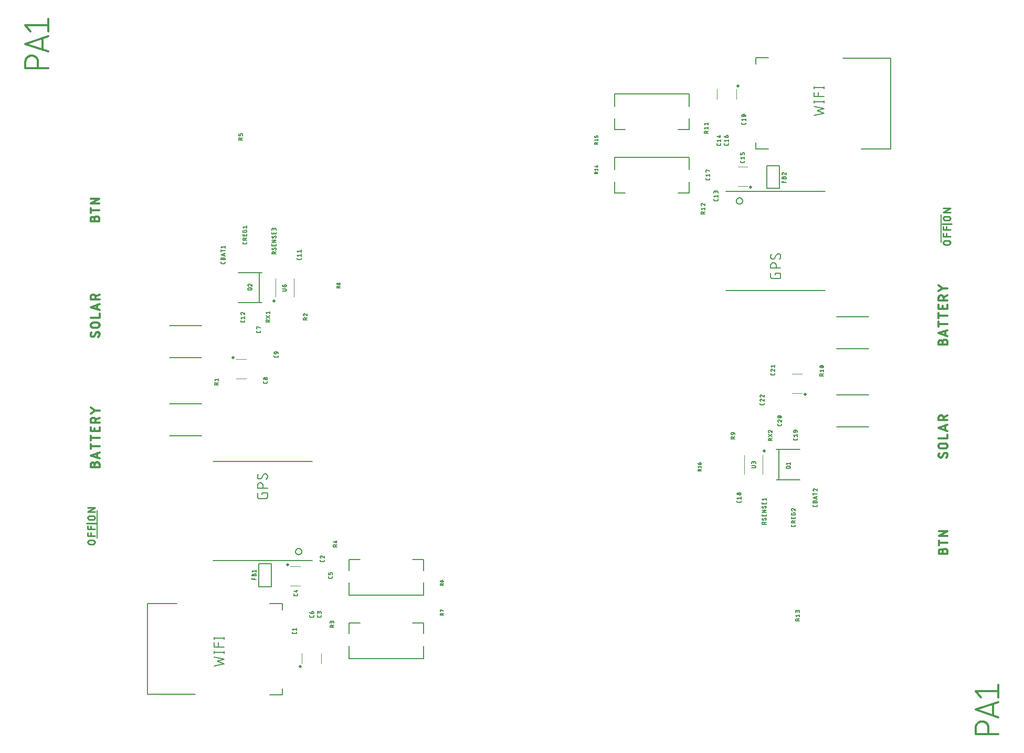
<source format=gbr>
G04 EAGLE Gerber RS-274X export*
G75*
%MOMM*%
%FSLAX34Y34*%
%LPD*%
%INSilkscreen Top*%
%IPPOS*%
%AMOC8*
5,1,8,0,0,1.08239X$1,22.5*%
G01*
%ADD10C,0.355600*%
%ADD11C,0.152400*%
%ADD12C,0.279400*%
%ADD13C,0.330200*%
%ADD14C,0.127000*%
%ADD15C,0.500000*%
%ADD16C,0.120000*%
%ADD17C,0.203200*%


D10*
X190320Y561778D02*
X190320Y565729D01*
X190322Y565853D01*
X190328Y565977D01*
X190338Y566101D01*
X190351Y566224D01*
X190369Y566347D01*
X190390Y566469D01*
X190415Y566591D01*
X190444Y566712D01*
X190477Y566831D01*
X190513Y566950D01*
X190554Y567067D01*
X190597Y567183D01*
X190645Y567298D01*
X190696Y567411D01*
X190751Y567523D01*
X190809Y567632D01*
X190870Y567740D01*
X190935Y567846D01*
X191003Y567950D01*
X191075Y568051D01*
X191149Y568151D01*
X191227Y568247D01*
X191307Y568342D01*
X191391Y568434D01*
X191477Y568523D01*
X191566Y568609D01*
X191658Y568693D01*
X191753Y568773D01*
X191849Y568851D01*
X191949Y568925D01*
X192050Y568997D01*
X192154Y569065D01*
X192260Y569130D01*
X192368Y569191D01*
X192477Y569249D01*
X192589Y569304D01*
X192702Y569355D01*
X192817Y569403D01*
X192933Y569446D01*
X193050Y569487D01*
X193169Y569523D01*
X193288Y569556D01*
X193409Y569585D01*
X193531Y569610D01*
X193653Y569631D01*
X193776Y569649D01*
X193899Y569662D01*
X194023Y569672D01*
X194147Y569678D01*
X194271Y569680D01*
X194395Y569678D01*
X194519Y569672D01*
X194643Y569662D01*
X194766Y569649D01*
X194889Y569631D01*
X195011Y569610D01*
X195133Y569585D01*
X195254Y569556D01*
X195373Y569523D01*
X195492Y569487D01*
X195609Y569446D01*
X195725Y569403D01*
X195840Y569355D01*
X195953Y569304D01*
X196065Y569249D01*
X196174Y569191D01*
X196282Y569130D01*
X196388Y569065D01*
X196492Y568997D01*
X196593Y568925D01*
X196693Y568851D01*
X196789Y568773D01*
X196884Y568693D01*
X196976Y568609D01*
X197065Y568523D01*
X197151Y568434D01*
X197235Y568342D01*
X197315Y568247D01*
X197393Y568151D01*
X197467Y568051D01*
X197539Y567950D01*
X197607Y567846D01*
X197672Y567740D01*
X197733Y567632D01*
X197791Y567523D01*
X197846Y567411D01*
X197897Y567298D01*
X197945Y567183D01*
X197988Y567067D01*
X198029Y566950D01*
X198065Y566831D01*
X198098Y566712D01*
X198127Y566591D01*
X198152Y566469D01*
X198173Y566347D01*
X198191Y566224D01*
X198204Y566101D01*
X198214Y565977D01*
X198220Y565853D01*
X198222Y565729D01*
X198222Y561778D01*
X183998Y561778D01*
X183998Y565729D01*
X184000Y565841D01*
X184006Y565952D01*
X184016Y566063D01*
X184029Y566174D01*
X184047Y566284D01*
X184069Y566393D01*
X184094Y566502D01*
X184123Y566610D01*
X184156Y566716D01*
X184193Y566822D01*
X184233Y566926D01*
X184277Y567028D01*
X184325Y567129D01*
X184376Y567228D01*
X184431Y567326D01*
X184489Y567421D01*
X184550Y567514D01*
X184615Y567605D01*
X184683Y567694D01*
X184754Y567780D01*
X184827Y567863D01*
X184904Y567944D01*
X184984Y568023D01*
X185066Y568098D01*
X185151Y568170D01*
X185238Y568240D01*
X185328Y568306D01*
X185420Y568369D01*
X185515Y568429D01*
X185611Y568485D01*
X185709Y568538D01*
X185809Y568587D01*
X185911Y568633D01*
X186014Y568675D01*
X186119Y568714D01*
X186225Y568749D01*
X186332Y568780D01*
X186440Y568807D01*
X186549Y568831D01*
X186659Y568850D01*
X186769Y568866D01*
X186880Y568878D01*
X186992Y568886D01*
X187103Y568890D01*
X187215Y568890D01*
X187326Y568886D01*
X187438Y568878D01*
X187549Y568866D01*
X187659Y568850D01*
X187769Y568831D01*
X187878Y568807D01*
X187986Y568780D01*
X188093Y568749D01*
X188199Y568714D01*
X188304Y568675D01*
X188407Y568633D01*
X188509Y568587D01*
X188609Y568538D01*
X188707Y568485D01*
X188803Y568429D01*
X188898Y568369D01*
X188990Y568306D01*
X189080Y568240D01*
X189167Y568170D01*
X189252Y568098D01*
X189334Y568023D01*
X189414Y567944D01*
X189491Y567863D01*
X189564Y567780D01*
X189635Y567694D01*
X189703Y567605D01*
X189768Y567514D01*
X189829Y567421D01*
X189887Y567326D01*
X189942Y567228D01*
X189993Y567129D01*
X190041Y567028D01*
X190085Y566926D01*
X190125Y566822D01*
X190162Y566716D01*
X190195Y566610D01*
X190224Y566502D01*
X190249Y566393D01*
X190271Y566284D01*
X190289Y566174D01*
X190302Y566063D01*
X190312Y565952D01*
X190318Y565841D01*
X190320Y565729D01*
X198222Y575716D02*
X183998Y580457D01*
X198222Y585198D01*
X194666Y584013D02*
X194666Y576901D01*
X198222Y595046D02*
X183998Y595046D01*
X183998Y591095D02*
X183998Y598997D01*
X183998Y608593D02*
X198222Y608593D01*
X183998Y604642D02*
X183998Y612544D01*
X198222Y619806D02*
X198222Y626128D01*
X198222Y619806D02*
X183998Y619806D01*
X183998Y626128D01*
X190320Y624548D02*
X190320Y619806D01*
X183998Y633465D02*
X198222Y633465D01*
X183998Y633465D02*
X183998Y637416D01*
X184000Y637540D01*
X184006Y637664D01*
X184016Y637788D01*
X184029Y637911D01*
X184047Y638034D01*
X184068Y638156D01*
X184093Y638278D01*
X184122Y638399D01*
X184155Y638518D01*
X184191Y638637D01*
X184232Y638754D01*
X184275Y638870D01*
X184323Y638985D01*
X184374Y639098D01*
X184429Y639210D01*
X184487Y639319D01*
X184548Y639427D01*
X184613Y639533D01*
X184681Y639637D01*
X184753Y639738D01*
X184827Y639838D01*
X184905Y639934D01*
X184985Y640029D01*
X185069Y640121D01*
X185155Y640210D01*
X185244Y640296D01*
X185336Y640380D01*
X185431Y640460D01*
X185527Y640538D01*
X185627Y640612D01*
X185728Y640684D01*
X185832Y640752D01*
X185938Y640817D01*
X186046Y640878D01*
X186155Y640936D01*
X186267Y640991D01*
X186380Y641042D01*
X186495Y641090D01*
X186611Y641133D01*
X186728Y641174D01*
X186847Y641210D01*
X186966Y641243D01*
X187087Y641272D01*
X187209Y641297D01*
X187331Y641318D01*
X187454Y641336D01*
X187577Y641349D01*
X187701Y641359D01*
X187825Y641365D01*
X187949Y641367D01*
X188073Y641365D01*
X188197Y641359D01*
X188321Y641349D01*
X188444Y641336D01*
X188567Y641318D01*
X188689Y641297D01*
X188811Y641272D01*
X188932Y641243D01*
X189051Y641210D01*
X189170Y641174D01*
X189287Y641133D01*
X189403Y641090D01*
X189518Y641042D01*
X189631Y640991D01*
X189743Y640936D01*
X189852Y640878D01*
X189960Y640817D01*
X190066Y640752D01*
X190170Y640684D01*
X190271Y640612D01*
X190371Y640538D01*
X190467Y640460D01*
X190562Y640380D01*
X190654Y640296D01*
X190743Y640210D01*
X190829Y640121D01*
X190913Y640029D01*
X190993Y639934D01*
X191071Y639838D01*
X191145Y639738D01*
X191217Y639637D01*
X191285Y639533D01*
X191350Y639427D01*
X191411Y639319D01*
X191469Y639210D01*
X191524Y639098D01*
X191575Y638985D01*
X191623Y638870D01*
X191666Y638754D01*
X191707Y638637D01*
X191743Y638518D01*
X191776Y638399D01*
X191805Y638278D01*
X191830Y638156D01*
X191851Y638034D01*
X191869Y637911D01*
X191882Y637788D01*
X191892Y637664D01*
X191898Y637540D01*
X191900Y637416D01*
X191900Y633465D01*
X191900Y638207D02*
X198222Y641368D01*
X190715Y652882D02*
X183998Y648140D01*
X190715Y652882D02*
X183998Y657623D01*
X190715Y652882D02*
X198222Y652882D01*
X198222Y776519D02*
X198220Y776629D01*
X198214Y776740D01*
X198205Y776849D01*
X198191Y776959D01*
X198174Y777068D01*
X198153Y777176D01*
X198128Y777284D01*
X198100Y777390D01*
X198067Y777496D01*
X198031Y777600D01*
X197992Y777703D01*
X197949Y777805D01*
X197902Y777905D01*
X197852Y778003D01*
X197799Y778100D01*
X197742Y778194D01*
X197682Y778287D01*
X197618Y778377D01*
X197552Y778465D01*
X197482Y778551D01*
X197410Y778634D01*
X197335Y778715D01*
X197257Y778793D01*
X197176Y778868D01*
X197093Y778940D01*
X197007Y779010D01*
X196919Y779076D01*
X196829Y779140D01*
X196736Y779200D01*
X196642Y779257D01*
X196545Y779310D01*
X196447Y779360D01*
X196347Y779407D01*
X196245Y779450D01*
X196142Y779489D01*
X196038Y779525D01*
X195932Y779558D01*
X195826Y779586D01*
X195718Y779611D01*
X195610Y779632D01*
X195501Y779649D01*
X195391Y779663D01*
X195282Y779672D01*
X195171Y779678D01*
X195061Y779680D01*
X198222Y776519D02*
X198220Y776359D01*
X198214Y776200D01*
X198205Y776040D01*
X198191Y775881D01*
X198174Y775722D01*
X198153Y775564D01*
X198129Y775406D01*
X198100Y775249D01*
X198068Y775092D01*
X198032Y774937D01*
X197992Y774782D01*
X197949Y774628D01*
X197902Y774475D01*
X197851Y774324D01*
X197797Y774174D01*
X197739Y774025D01*
X197677Y773877D01*
X197612Y773731D01*
X197544Y773587D01*
X197472Y773444D01*
X197397Y773303D01*
X197318Y773164D01*
X197236Y773027D01*
X197151Y772892D01*
X197063Y772759D01*
X196971Y772628D01*
X196877Y772499D01*
X196779Y772373D01*
X196678Y772249D01*
X196575Y772127D01*
X196468Y772008D01*
X196359Y771892D01*
X196247Y771778D01*
X187159Y772173D02*
X187049Y772175D01*
X186938Y772181D01*
X186829Y772190D01*
X186719Y772204D01*
X186610Y772221D01*
X186502Y772242D01*
X186394Y772267D01*
X186288Y772295D01*
X186182Y772328D01*
X186078Y772364D01*
X185975Y772403D01*
X185873Y772446D01*
X185773Y772493D01*
X185675Y772543D01*
X185579Y772596D01*
X185484Y772653D01*
X185391Y772713D01*
X185301Y772777D01*
X185213Y772843D01*
X185127Y772913D01*
X185044Y772985D01*
X184963Y773060D01*
X184885Y773138D01*
X184810Y773219D01*
X184738Y773302D01*
X184668Y773388D01*
X184602Y773476D01*
X184538Y773566D01*
X184478Y773659D01*
X184421Y773754D01*
X184368Y773850D01*
X184318Y773948D01*
X184271Y774048D01*
X184228Y774150D01*
X184189Y774253D01*
X184153Y774357D01*
X184120Y774463D01*
X184092Y774569D01*
X184067Y774677D01*
X184046Y774785D01*
X184029Y774894D01*
X184015Y775004D01*
X184006Y775113D01*
X184000Y775224D01*
X183998Y775334D01*
X184000Y775487D01*
X184006Y775639D01*
X184016Y775791D01*
X184029Y775943D01*
X184047Y776095D01*
X184069Y776246D01*
X184094Y776396D01*
X184123Y776546D01*
X184156Y776695D01*
X184193Y776843D01*
X184234Y776990D01*
X184279Y777136D01*
X184327Y777281D01*
X184379Y777424D01*
X184434Y777566D01*
X184494Y777707D01*
X184556Y777846D01*
X184623Y777983D01*
X184693Y778119D01*
X184766Y778252D01*
X184843Y778384D01*
X184923Y778514D01*
X185007Y778642D01*
X185093Y778767D01*
X185183Y778890D01*
X189925Y773753D02*
X189867Y773659D01*
X189805Y773566D01*
X189741Y773475D01*
X189673Y773387D01*
X189603Y773301D01*
X189529Y773218D01*
X189453Y773137D01*
X189374Y773059D01*
X189292Y772984D01*
X189208Y772912D01*
X189121Y772842D01*
X189032Y772776D01*
X188941Y772713D01*
X188847Y772653D01*
X188752Y772596D01*
X188654Y772543D01*
X188555Y772492D01*
X188454Y772446D01*
X188352Y772403D01*
X188248Y772363D01*
X188143Y772327D01*
X188036Y772295D01*
X187929Y772267D01*
X187821Y772242D01*
X187712Y772221D01*
X187602Y772204D01*
X187492Y772190D01*
X187381Y772181D01*
X187270Y772175D01*
X187159Y772173D01*
X192295Y778100D02*
X192354Y778194D01*
X192415Y778287D01*
X192479Y778378D01*
X192547Y778466D01*
X192617Y778552D01*
X192691Y778635D01*
X192767Y778716D01*
X192846Y778794D01*
X192928Y778869D01*
X193012Y778941D01*
X193099Y779011D01*
X193188Y779077D01*
X193279Y779140D01*
X193373Y779200D01*
X193468Y779257D01*
X193566Y779311D01*
X193665Y779361D01*
X193766Y779407D01*
X193868Y779450D01*
X193972Y779490D01*
X194077Y779526D01*
X194184Y779558D01*
X194291Y779586D01*
X194399Y779611D01*
X194508Y779632D01*
X194618Y779649D01*
X194728Y779663D01*
X194839Y779672D01*
X194950Y779678D01*
X195061Y779680D01*
X192295Y778100D02*
X189925Y773754D01*
X187949Y786888D02*
X194271Y786888D01*
X187949Y786888D02*
X187825Y786890D01*
X187701Y786896D01*
X187577Y786906D01*
X187454Y786919D01*
X187331Y786937D01*
X187209Y786958D01*
X187087Y786983D01*
X186966Y787012D01*
X186847Y787045D01*
X186728Y787081D01*
X186611Y787122D01*
X186495Y787165D01*
X186380Y787213D01*
X186267Y787264D01*
X186155Y787319D01*
X186046Y787377D01*
X185938Y787438D01*
X185832Y787503D01*
X185728Y787571D01*
X185627Y787643D01*
X185527Y787717D01*
X185431Y787795D01*
X185336Y787875D01*
X185244Y787959D01*
X185155Y788045D01*
X185069Y788134D01*
X184985Y788226D01*
X184905Y788321D01*
X184827Y788417D01*
X184753Y788517D01*
X184681Y788618D01*
X184613Y788722D01*
X184548Y788828D01*
X184487Y788936D01*
X184429Y789045D01*
X184374Y789157D01*
X184323Y789270D01*
X184275Y789385D01*
X184232Y789501D01*
X184191Y789618D01*
X184155Y789737D01*
X184122Y789856D01*
X184093Y789977D01*
X184068Y790099D01*
X184047Y790221D01*
X184029Y790344D01*
X184016Y790467D01*
X184006Y790591D01*
X184000Y790715D01*
X183998Y790839D01*
X184000Y790963D01*
X184006Y791087D01*
X184016Y791211D01*
X184029Y791334D01*
X184047Y791457D01*
X184068Y791579D01*
X184093Y791701D01*
X184122Y791822D01*
X184155Y791941D01*
X184191Y792060D01*
X184232Y792177D01*
X184275Y792293D01*
X184323Y792408D01*
X184374Y792521D01*
X184429Y792633D01*
X184487Y792742D01*
X184548Y792850D01*
X184613Y792956D01*
X184681Y793060D01*
X184753Y793161D01*
X184827Y793261D01*
X184905Y793357D01*
X184985Y793452D01*
X185069Y793544D01*
X185155Y793633D01*
X185244Y793719D01*
X185336Y793803D01*
X185431Y793883D01*
X185527Y793961D01*
X185627Y794035D01*
X185728Y794107D01*
X185832Y794175D01*
X185938Y794240D01*
X186046Y794301D01*
X186155Y794359D01*
X186267Y794414D01*
X186380Y794465D01*
X186495Y794513D01*
X186611Y794556D01*
X186728Y794597D01*
X186847Y794633D01*
X186966Y794666D01*
X187087Y794695D01*
X187209Y794720D01*
X187331Y794741D01*
X187454Y794759D01*
X187577Y794772D01*
X187701Y794782D01*
X187825Y794788D01*
X187949Y794790D01*
X194271Y794790D01*
X194395Y794788D01*
X194519Y794782D01*
X194643Y794772D01*
X194766Y794759D01*
X194889Y794741D01*
X195011Y794720D01*
X195133Y794695D01*
X195254Y794666D01*
X195373Y794633D01*
X195492Y794597D01*
X195609Y794556D01*
X195725Y794513D01*
X195840Y794465D01*
X195953Y794414D01*
X196065Y794359D01*
X196174Y794301D01*
X196282Y794240D01*
X196388Y794175D01*
X196492Y794107D01*
X196593Y794035D01*
X196693Y793961D01*
X196789Y793883D01*
X196884Y793803D01*
X196976Y793719D01*
X197065Y793633D01*
X197151Y793544D01*
X197235Y793452D01*
X197315Y793357D01*
X197393Y793261D01*
X197467Y793161D01*
X197539Y793060D01*
X197607Y792956D01*
X197672Y792850D01*
X197733Y792742D01*
X197791Y792633D01*
X197846Y792521D01*
X197897Y792408D01*
X197945Y792293D01*
X197988Y792177D01*
X198029Y792060D01*
X198065Y791941D01*
X198098Y791822D01*
X198127Y791701D01*
X198152Y791579D01*
X198173Y791457D01*
X198191Y791334D01*
X198204Y791211D01*
X198214Y791087D01*
X198220Y790963D01*
X198222Y790839D01*
X198220Y790715D01*
X198214Y790591D01*
X198204Y790467D01*
X198191Y790344D01*
X198173Y790221D01*
X198152Y790099D01*
X198127Y789977D01*
X198098Y789856D01*
X198065Y789737D01*
X198029Y789618D01*
X197988Y789501D01*
X197945Y789385D01*
X197897Y789270D01*
X197846Y789157D01*
X197791Y789045D01*
X197733Y788936D01*
X197672Y788828D01*
X197607Y788722D01*
X197539Y788618D01*
X197467Y788517D01*
X197393Y788417D01*
X197315Y788321D01*
X197235Y788226D01*
X197151Y788134D01*
X197065Y788045D01*
X196976Y787959D01*
X196884Y787875D01*
X196789Y787795D01*
X196693Y787717D01*
X196593Y787643D01*
X196492Y787571D01*
X196388Y787503D01*
X196282Y787438D01*
X196174Y787377D01*
X196065Y787319D01*
X195953Y787264D01*
X195840Y787213D01*
X195725Y787165D01*
X195609Y787122D01*
X195492Y787081D01*
X195373Y787045D01*
X195254Y787012D01*
X195133Y786983D01*
X195011Y786958D01*
X194889Y786937D01*
X194766Y786919D01*
X194643Y786906D01*
X194519Y786896D01*
X194395Y786890D01*
X194271Y786888D01*
X198222Y803094D02*
X183998Y803094D01*
X198222Y803094D02*
X198222Y809416D01*
X198222Y815276D02*
X183998Y820018D01*
X198222Y824759D01*
X194666Y823574D02*
X194666Y816462D01*
X198222Y832385D02*
X183998Y832385D01*
X183998Y836336D01*
X184000Y836460D01*
X184006Y836584D01*
X184016Y836708D01*
X184029Y836831D01*
X184047Y836954D01*
X184068Y837076D01*
X184093Y837198D01*
X184122Y837319D01*
X184155Y837438D01*
X184191Y837557D01*
X184232Y837674D01*
X184275Y837790D01*
X184323Y837905D01*
X184374Y838018D01*
X184429Y838130D01*
X184487Y838239D01*
X184548Y838347D01*
X184613Y838453D01*
X184681Y838557D01*
X184753Y838658D01*
X184827Y838758D01*
X184905Y838854D01*
X184985Y838949D01*
X185069Y839041D01*
X185155Y839130D01*
X185244Y839216D01*
X185336Y839300D01*
X185431Y839380D01*
X185527Y839458D01*
X185627Y839532D01*
X185728Y839604D01*
X185832Y839672D01*
X185938Y839737D01*
X186046Y839798D01*
X186155Y839856D01*
X186267Y839911D01*
X186380Y839962D01*
X186495Y840010D01*
X186611Y840053D01*
X186728Y840094D01*
X186847Y840130D01*
X186966Y840163D01*
X187087Y840192D01*
X187209Y840217D01*
X187331Y840238D01*
X187454Y840256D01*
X187577Y840269D01*
X187701Y840279D01*
X187825Y840285D01*
X187949Y840287D01*
X188073Y840285D01*
X188197Y840279D01*
X188321Y840269D01*
X188444Y840256D01*
X188567Y840238D01*
X188689Y840217D01*
X188811Y840192D01*
X188932Y840163D01*
X189051Y840130D01*
X189170Y840094D01*
X189287Y840053D01*
X189403Y840010D01*
X189518Y839962D01*
X189631Y839911D01*
X189743Y839856D01*
X189852Y839798D01*
X189960Y839737D01*
X190066Y839672D01*
X190170Y839604D01*
X190271Y839532D01*
X190371Y839458D01*
X190467Y839380D01*
X190562Y839300D01*
X190654Y839216D01*
X190743Y839130D01*
X190829Y839041D01*
X190913Y838949D01*
X190993Y838854D01*
X191071Y838758D01*
X191145Y838658D01*
X191217Y838557D01*
X191285Y838453D01*
X191350Y838347D01*
X191411Y838239D01*
X191469Y838130D01*
X191524Y838018D01*
X191575Y837905D01*
X191623Y837790D01*
X191666Y837674D01*
X191707Y837557D01*
X191743Y837438D01*
X191776Y837319D01*
X191805Y837198D01*
X191830Y837076D01*
X191851Y836954D01*
X191869Y836831D01*
X191882Y836708D01*
X191892Y836584D01*
X191898Y836460D01*
X191900Y836336D01*
X191900Y832385D01*
X191900Y837126D02*
X198222Y840287D01*
D11*
X460207Y519793D02*
X460207Y517084D01*
X460207Y519793D02*
X469238Y519793D01*
X469238Y514374D01*
X469236Y514256D01*
X469230Y514138D01*
X469221Y514020D01*
X469207Y513903D01*
X469190Y513786D01*
X469169Y513669D01*
X469144Y513554D01*
X469115Y513439D01*
X469082Y513325D01*
X469046Y513213D01*
X469006Y513102D01*
X468963Y512992D01*
X468916Y512883D01*
X468866Y512776D01*
X468811Y512671D01*
X468754Y512568D01*
X468693Y512467D01*
X468629Y512367D01*
X468562Y512270D01*
X468492Y512175D01*
X468418Y512083D01*
X468342Y511992D01*
X468262Y511905D01*
X468180Y511820D01*
X468095Y511738D01*
X468008Y511658D01*
X467917Y511582D01*
X467825Y511508D01*
X467730Y511438D01*
X467633Y511371D01*
X467533Y511307D01*
X467432Y511246D01*
X467329Y511189D01*
X467224Y511134D01*
X467117Y511084D01*
X467008Y511037D01*
X466898Y510994D01*
X466787Y510954D01*
X466675Y510918D01*
X466561Y510885D01*
X466446Y510856D01*
X466331Y510831D01*
X466214Y510810D01*
X466097Y510793D01*
X465980Y510779D01*
X465862Y510770D01*
X465744Y510764D01*
X465626Y510762D01*
X456594Y510762D01*
X456476Y510764D01*
X456358Y510770D01*
X456240Y510779D01*
X456122Y510793D01*
X456005Y510810D01*
X455889Y510831D01*
X455774Y510856D01*
X455659Y510885D01*
X455545Y510918D01*
X455433Y510954D01*
X455321Y510994D01*
X455211Y511037D01*
X455103Y511084D01*
X454996Y511135D01*
X454891Y511189D01*
X454788Y511246D01*
X454686Y511307D01*
X454587Y511371D01*
X454490Y511438D01*
X454395Y511509D01*
X454302Y511582D01*
X454212Y511659D01*
X454124Y511738D01*
X454039Y511820D01*
X453957Y511905D01*
X453878Y511993D01*
X453801Y512083D01*
X453728Y512176D01*
X453657Y512270D01*
X453590Y512368D01*
X453526Y512467D01*
X453465Y512568D01*
X453408Y512672D01*
X453354Y512777D01*
X453303Y512884D01*
X453256Y512992D01*
X453213Y513102D01*
X453173Y513214D01*
X453137Y513326D01*
X453104Y513440D01*
X453075Y513555D01*
X453050Y513670D01*
X453029Y513786D01*
X453012Y513903D01*
X452998Y514021D01*
X452989Y514139D01*
X452983Y514257D01*
X452981Y514375D01*
X452982Y514374D02*
X452982Y519793D01*
X452982Y527646D02*
X469238Y527646D01*
X452982Y527646D02*
X452982Y532162D01*
X452984Y532295D01*
X452990Y532427D01*
X453000Y532559D01*
X453013Y532691D01*
X453031Y532823D01*
X453052Y532953D01*
X453077Y533084D01*
X453106Y533213D01*
X453139Y533341D01*
X453175Y533469D01*
X453215Y533595D01*
X453259Y533720D01*
X453307Y533844D01*
X453358Y533966D01*
X453413Y534087D01*
X453471Y534206D01*
X453533Y534324D01*
X453598Y534439D01*
X453667Y534553D01*
X453738Y534664D01*
X453814Y534773D01*
X453892Y534880D01*
X453973Y534985D01*
X454058Y535087D01*
X454145Y535187D01*
X454235Y535284D01*
X454328Y535379D01*
X454424Y535470D01*
X454522Y535559D01*
X454623Y535645D01*
X454727Y535728D01*
X454833Y535808D01*
X454941Y535884D01*
X455051Y535958D01*
X455164Y536028D01*
X455278Y536095D01*
X455395Y536158D01*
X455513Y536218D01*
X455633Y536275D01*
X455755Y536328D01*
X455878Y536377D01*
X456002Y536423D01*
X456128Y536465D01*
X456255Y536503D01*
X456383Y536538D01*
X456512Y536569D01*
X456641Y536596D01*
X456772Y536619D01*
X456903Y536639D01*
X457035Y536654D01*
X457167Y536666D01*
X457299Y536674D01*
X457432Y536678D01*
X457564Y536678D01*
X457697Y536674D01*
X457829Y536666D01*
X457961Y536654D01*
X458093Y536639D01*
X458224Y536619D01*
X458355Y536596D01*
X458484Y536569D01*
X458613Y536538D01*
X458741Y536503D01*
X458868Y536465D01*
X458994Y536423D01*
X459118Y536377D01*
X459241Y536328D01*
X459363Y536275D01*
X459483Y536218D01*
X459601Y536158D01*
X459718Y536095D01*
X459832Y536028D01*
X459945Y535958D01*
X460055Y535884D01*
X460163Y535808D01*
X460269Y535728D01*
X460373Y535645D01*
X460474Y535559D01*
X460572Y535470D01*
X460668Y535379D01*
X460761Y535284D01*
X460851Y535187D01*
X460938Y535087D01*
X461023Y534985D01*
X461104Y534880D01*
X461182Y534773D01*
X461258Y534664D01*
X461329Y534553D01*
X461398Y534439D01*
X461463Y534324D01*
X461525Y534206D01*
X461583Y534087D01*
X461638Y533966D01*
X461689Y533844D01*
X461737Y533720D01*
X461781Y533595D01*
X461821Y533469D01*
X461857Y533341D01*
X461890Y533213D01*
X461919Y533084D01*
X461944Y532953D01*
X461965Y532823D01*
X461983Y532691D01*
X461996Y532559D01*
X462006Y532427D01*
X462012Y532295D01*
X462014Y532162D01*
X462013Y532162D02*
X462013Y527646D01*
X469238Y547443D02*
X469236Y547561D01*
X469230Y547679D01*
X469221Y547797D01*
X469207Y547914D01*
X469190Y548031D01*
X469169Y548148D01*
X469144Y548263D01*
X469115Y548378D01*
X469082Y548492D01*
X469046Y548604D01*
X469006Y548715D01*
X468963Y548825D01*
X468916Y548934D01*
X468866Y549041D01*
X468811Y549146D01*
X468754Y549249D01*
X468693Y549350D01*
X468629Y549450D01*
X468562Y549547D01*
X468492Y549642D01*
X468418Y549734D01*
X468342Y549825D01*
X468262Y549912D01*
X468180Y549997D01*
X468095Y550079D01*
X468008Y550159D01*
X467917Y550235D01*
X467825Y550309D01*
X467730Y550379D01*
X467633Y550446D01*
X467533Y550510D01*
X467432Y550571D01*
X467329Y550628D01*
X467224Y550683D01*
X467117Y550733D01*
X467008Y550780D01*
X466898Y550823D01*
X466787Y550863D01*
X466675Y550899D01*
X466561Y550932D01*
X466446Y550961D01*
X466331Y550986D01*
X466214Y551007D01*
X466097Y551024D01*
X465980Y551038D01*
X465862Y551047D01*
X465744Y551053D01*
X465626Y551055D01*
X469238Y547443D02*
X469236Y547260D01*
X469229Y547078D01*
X469218Y546896D01*
X469203Y546714D01*
X469183Y546532D01*
X469160Y546351D01*
X469131Y546171D01*
X469099Y545991D01*
X469062Y545812D01*
X469021Y545635D01*
X468975Y545458D01*
X468926Y545282D01*
X468872Y545108D01*
X468814Y544934D01*
X468752Y544763D01*
X468686Y544593D01*
X468615Y544424D01*
X468541Y544257D01*
X468463Y544092D01*
X468381Y543929D01*
X468295Y543768D01*
X468205Y543609D01*
X468111Y543452D01*
X468014Y543298D01*
X467913Y543146D01*
X467808Y542996D01*
X467700Y542849D01*
X467589Y542705D01*
X467474Y542563D01*
X467355Y542424D01*
X467233Y542288D01*
X467108Y542155D01*
X466980Y542025D01*
X456594Y542477D02*
X456476Y542479D01*
X456358Y542485D01*
X456240Y542494D01*
X456123Y542508D01*
X456006Y542525D01*
X455889Y542546D01*
X455774Y542571D01*
X455659Y542600D01*
X455545Y542633D01*
X455433Y542669D01*
X455322Y542709D01*
X455212Y542752D01*
X455103Y542799D01*
X454996Y542849D01*
X454891Y542904D01*
X454788Y542961D01*
X454687Y543022D01*
X454587Y543086D01*
X454490Y543153D01*
X454395Y543223D01*
X454303Y543297D01*
X454212Y543373D01*
X454125Y543453D01*
X454040Y543535D01*
X453958Y543620D01*
X453878Y543707D01*
X453802Y543798D01*
X453728Y543890D01*
X453658Y543985D01*
X453591Y544082D01*
X453527Y544182D01*
X453466Y544283D01*
X453409Y544386D01*
X453354Y544491D01*
X453304Y544598D01*
X453257Y544707D01*
X453214Y544817D01*
X453174Y544928D01*
X453138Y545040D01*
X453105Y545154D01*
X453076Y545269D01*
X453051Y545384D01*
X453030Y545501D01*
X453013Y545618D01*
X452999Y545735D01*
X452990Y545853D01*
X452984Y545971D01*
X452982Y546089D01*
X452984Y546250D01*
X452990Y546412D01*
X452999Y546573D01*
X453013Y546734D01*
X453030Y546894D01*
X453051Y547054D01*
X453076Y547214D01*
X453105Y547373D01*
X453137Y547531D01*
X453173Y547688D01*
X453213Y547844D01*
X453257Y548000D01*
X453305Y548154D01*
X453356Y548307D01*
X453410Y548459D01*
X453469Y548610D01*
X453530Y548759D01*
X453596Y548906D01*
X453665Y549052D01*
X453737Y549197D01*
X453813Y549339D01*
X453892Y549480D01*
X453974Y549619D01*
X454060Y549755D01*
X454149Y549890D01*
X454241Y550023D01*
X454337Y550153D01*
X459755Y544282D02*
X459693Y544181D01*
X459628Y544081D01*
X459559Y543984D01*
X459487Y543889D01*
X459413Y543796D01*
X459335Y543706D01*
X459254Y543618D01*
X459171Y543533D01*
X459085Y543451D01*
X458996Y543372D01*
X458905Y543295D01*
X458811Y543222D01*
X458715Y543151D01*
X458617Y543084D01*
X458517Y543020D01*
X458414Y542959D01*
X458310Y542902D01*
X458204Y542848D01*
X458096Y542798D01*
X457987Y542751D01*
X457876Y542707D01*
X457764Y542667D01*
X457650Y542631D01*
X457536Y542599D01*
X457420Y542570D01*
X457304Y542545D01*
X457187Y542524D01*
X457069Y542507D01*
X456951Y542493D01*
X456832Y542484D01*
X456713Y542478D01*
X456594Y542476D01*
X462465Y549250D02*
X462527Y549351D01*
X462592Y549451D01*
X462661Y549548D01*
X462733Y549643D01*
X462807Y549736D01*
X462885Y549826D01*
X462966Y549914D01*
X463049Y549999D01*
X463135Y550081D01*
X463224Y550160D01*
X463315Y550237D01*
X463409Y550310D01*
X463505Y550381D01*
X463603Y550448D01*
X463703Y550512D01*
X463806Y550573D01*
X463910Y550630D01*
X464016Y550684D01*
X464124Y550734D01*
X464233Y550781D01*
X464344Y550825D01*
X464456Y550865D01*
X464570Y550901D01*
X464684Y550933D01*
X464800Y550962D01*
X464916Y550987D01*
X465033Y551008D01*
X465151Y551025D01*
X465269Y551039D01*
X465388Y551048D01*
X465507Y551054D01*
X465626Y551056D01*
X462465Y549249D02*
X459755Y544282D01*
X399238Y244374D02*
X382982Y240762D01*
X388401Y247987D02*
X399238Y244374D01*
X399238Y251599D02*
X388401Y247987D01*
X382982Y255212D02*
X399238Y251599D01*
X399238Y262576D02*
X382982Y262576D01*
X399238Y260770D02*
X399238Y264382D01*
X382982Y264382D02*
X382982Y260770D01*
X382982Y271116D02*
X399238Y271116D01*
X382982Y271116D02*
X382982Y278341D01*
X390207Y278341D02*
X390207Y271116D01*
X382982Y285502D02*
X399238Y285502D01*
X399238Y283696D02*
X399238Y287308D01*
X382982Y287308D02*
X382982Y283696D01*
D12*
X187490Y437397D02*
X182510Y437397D01*
X182399Y437399D01*
X182288Y437405D01*
X182177Y437415D01*
X182067Y437429D01*
X181957Y437446D01*
X181848Y437468D01*
X181740Y437494D01*
X181633Y437523D01*
X181527Y437556D01*
X181422Y437593D01*
X181319Y437634D01*
X181217Y437678D01*
X181117Y437726D01*
X181018Y437778D01*
X180922Y437833D01*
X180827Y437891D01*
X180735Y437953D01*
X180644Y438018D01*
X180557Y438086D01*
X180471Y438157D01*
X180389Y438232D01*
X180309Y438309D01*
X180232Y438389D01*
X180157Y438471D01*
X180086Y438557D01*
X180018Y438644D01*
X179953Y438735D01*
X179891Y438827D01*
X179833Y438922D01*
X179778Y439018D01*
X179726Y439117D01*
X179678Y439217D01*
X179634Y439319D01*
X179593Y439422D01*
X179556Y439527D01*
X179523Y439633D01*
X179494Y439740D01*
X179468Y439848D01*
X179446Y439957D01*
X179429Y440067D01*
X179415Y440177D01*
X179405Y440288D01*
X179399Y440399D01*
X179397Y440510D01*
X179399Y440621D01*
X179405Y440732D01*
X179415Y440843D01*
X179429Y440953D01*
X179446Y441063D01*
X179468Y441172D01*
X179494Y441280D01*
X179523Y441387D01*
X179556Y441493D01*
X179593Y441598D01*
X179634Y441701D01*
X179678Y441803D01*
X179726Y441903D01*
X179778Y442002D01*
X179833Y442098D01*
X179891Y442193D01*
X179953Y442285D01*
X180018Y442376D01*
X180086Y442463D01*
X180157Y442549D01*
X180232Y442631D01*
X180309Y442711D01*
X180389Y442788D01*
X180471Y442863D01*
X180557Y442934D01*
X180644Y443002D01*
X180735Y443067D01*
X180827Y443129D01*
X180922Y443187D01*
X181018Y443242D01*
X181117Y443294D01*
X181217Y443342D01*
X181319Y443386D01*
X181422Y443427D01*
X181527Y443464D01*
X181633Y443497D01*
X181740Y443526D01*
X181848Y443552D01*
X181957Y443574D01*
X182067Y443591D01*
X182177Y443605D01*
X182288Y443615D01*
X182399Y443621D01*
X182510Y443623D01*
X187490Y443623D01*
X187601Y443621D01*
X187712Y443615D01*
X187823Y443605D01*
X187933Y443591D01*
X188043Y443574D01*
X188152Y443552D01*
X188260Y443526D01*
X188367Y443497D01*
X188473Y443464D01*
X188578Y443427D01*
X188681Y443386D01*
X188783Y443342D01*
X188883Y443294D01*
X188982Y443242D01*
X189078Y443187D01*
X189173Y443129D01*
X189265Y443067D01*
X189356Y443002D01*
X189443Y442934D01*
X189529Y442863D01*
X189611Y442788D01*
X189691Y442711D01*
X189768Y442631D01*
X189843Y442549D01*
X189914Y442463D01*
X189982Y442376D01*
X190047Y442285D01*
X190109Y442193D01*
X190167Y442098D01*
X190222Y442002D01*
X190274Y441903D01*
X190322Y441803D01*
X190366Y441701D01*
X190407Y441598D01*
X190444Y441493D01*
X190477Y441387D01*
X190506Y441280D01*
X190532Y441172D01*
X190554Y441063D01*
X190571Y440953D01*
X190585Y440843D01*
X190595Y440732D01*
X190601Y440621D01*
X190603Y440510D01*
X190601Y440399D01*
X190595Y440288D01*
X190585Y440177D01*
X190571Y440067D01*
X190554Y439957D01*
X190532Y439848D01*
X190506Y439740D01*
X190477Y439633D01*
X190444Y439527D01*
X190407Y439422D01*
X190366Y439319D01*
X190322Y439217D01*
X190274Y439117D01*
X190222Y439018D01*
X190167Y438922D01*
X190109Y438827D01*
X190047Y438735D01*
X189982Y438644D01*
X189914Y438557D01*
X189843Y438471D01*
X189768Y438389D01*
X189691Y438309D01*
X189611Y438232D01*
X189529Y438157D01*
X189443Y438086D01*
X189356Y438018D01*
X189265Y437953D01*
X189173Y437891D01*
X189078Y437833D01*
X188982Y437778D01*
X188883Y437726D01*
X188783Y437678D01*
X188681Y437634D01*
X188578Y437593D01*
X188473Y437556D01*
X188367Y437523D01*
X188260Y437494D01*
X188152Y437468D01*
X188043Y437446D01*
X187933Y437429D01*
X187823Y437415D01*
X187712Y437405D01*
X187601Y437399D01*
X187490Y437397D01*
X190603Y450460D02*
X179397Y450460D01*
X179397Y455441D01*
X184377Y455441D02*
X184377Y450460D01*
X179397Y461380D02*
X190603Y461380D01*
X179397Y461380D02*
X179397Y466361D01*
X184377Y466361D02*
X184377Y461380D01*
X177529Y471170D02*
X192471Y471170D01*
X187490Y476877D02*
X182510Y476877D01*
X182399Y476879D01*
X182288Y476885D01*
X182177Y476895D01*
X182067Y476909D01*
X181957Y476926D01*
X181848Y476948D01*
X181740Y476974D01*
X181633Y477003D01*
X181527Y477036D01*
X181422Y477073D01*
X181319Y477114D01*
X181217Y477158D01*
X181117Y477206D01*
X181018Y477258D01*
X180922Y477313D01*
X180827Y477371D01*
X180735Y477433D01*
X180644Y477498D01*
X180557Y477566D01*
X180471Y477637D01*
X180389Y477712D01*
X180309Y477789D01*
X180232Y477869D01*
X180157Y477951D01*
X180086Y478037D01*
X180018Y478124D01*
X179953Y478215D01*
X179891Y478307D01*
X179833Y478402D01*
X179778Y478498D01*
X179726Y478597D01*
X179678Y478697D01*
X179634Y478799D01*
X179593Y478902D01*
X179556Y479007D01*
X179523Y479113D01*
X179494Y479220D01*
X179468Y479328D01*
X179446Y479437D01*
X179429Y479547D01*
X179415Y479657D01*
X179405Y479768D01*
X179399Y479879D01*
X179397Y479990D01*
X179399Y480101D01*
X179405Y480212D01*
X179415Y480323D01*
X179429Y480433D01*
X179446Y480543D01*
X179468Y480652D01*
X179494Y480760D01*
X179523Y480867D01*
X179556Y480973D01*
X179593Y481078D01*
X179634Y481181D01*
X179678Y481283D01*
X179726Y481383D01*
X179778Y481482D01*
X179833Y481578D01*
X179891Y481673D01*
X179953Y481765D01*
X180018Y481856D01*
X180086Y481943D01*
X180157Y482029D01*
X180232Y482111D01*
X180309Y482191D01*
X180389Y482268D01*
X180471Y482343D01*
X180557Y482414D01*
X180644Y482482D01*
X180735Y482547D01*
X180827Y482609D01*
X180922Y482667D01*
X181018Y482722D01*
X181117Y482774D01*
X181217Y482822D01*
X181319Y482866D01*
X181422Y482907D01*
X181527Y482944D01*
X181633Y482977D01*
X181740Y483006D01*
X181848Y483032D01*
X181957Y483054D01*
X182067Y483071D01*
X182177Y483085D01*
X182288Y483095D01*
X182399Y483101D01*
X182510Y483103D01*
X182510Y483102D02*
X187490Y483102D01*
X187490Y483103D02*
X187601Y483101D01*
X187712Y483095D01*
X187823Y483085D01*
X187933Y483071D01*
X188043Y483054D01*
X188152Y483032D01*
X188260Y483006D01*
X188367Y482977D01*
X188473Y482944D01*
X188578Y482907D01*
X188681Y482866D01*
X188783Y482822D01*
X188883Y482774D01*
X188982Y482722D01*
X189078Y482667D01*
X189173Y482609D01*
X189265Y482547D01*
X189356Y482482D01*
X189443Y482414D01*
X189529Y482343D01*
X189611Y482268D01*
X189691Y482191D01*
X189768Y482111D01*
X189843Y482029D01*
X189914Y481943D01*
X189982Y481856D01*
X190047Y481765D01*
X190109Y481673D01*
X190167Y481578D01*
X190222Y481482D01*
X190274Y481383D01*
X190322Y481283D01*
X190366Y481181D01*
X190407Y481078D01*
X190444Y480973D01*
X190477Y480867D01*
X190506Y480760D01*
X190532Y480652D01*
X190554Y480543D01*
X190571Y480433D01*
X190585Y480323D01*
X190595Y480212D01*
X190601Y480101D01*
X190603Y479990D01*
X190601Y479879D01*
X190595Y479768D01*
X190585Y479657D01*
X190571Y479547D01*
X190554Y479437D01*
X190532Y479328D01*
X190506Y479220D01*
X190477Y479113D01*
X190444Y479007D01*
X190407Y478902D01*
X190366Y478799D01*
X190322Y478697D01*
X190274Y478597D01*
X190222Y478498D01*
X190167Y478402D01*
X190109Y478307D01*
X190047Y478215D01*
X189982Y478124D01*
X189914Y478037D01*
X189843Y477951D01*
X189768Y477869D01*
X189691Y477789D01*
X189611Y477712D01*
X189529Y477637D01*
X189443Y477566D01*
X189356Y477498D01*
X189265Y477433D01*
X189173Y477371D01*
X189078Y477313D01*
X188982Y477258D01*
X188883Y477206D01*
X188783Y477158D01*
X188681Y477114D01*
X188578Y477073D01*
X188473Y477036D01*
X188367Y477003D01*
X188260Y476974D01*
X188152Y476948D01*
X188043Y476926D01*
X187933Y476909D01*
X187823Y476895D01*
X187712Y476885D01*
X187601Y476879D01*
X187490Y476877D01*
X190603Y489897D02*
X179397Y489897D01*
X190603Y496122D01*
X179397Y496122D01*
D10*
X190100Y958524D02*
X190100Y962475D01*
X190102Y962599D01*
X190108Y962723D01*
X190118Y962847D01*
X190131Y962970D01*
X190149Y963093D01*
X190170Y963215D01*
X190195Y963337D01*
X190224Y963458D01*
X190257Y963577D01*
X190293Y963696D01*
X190334Y963813D01*
X190377Y963929D01*
X190425Y964044D01*
X190476Y964157D01*
X190531Y964269D01*
X190589Y964378D01*
X190650Y964486D01*
X190715Y964592D01*
X190783Y964696D01*
X190855Y964797D01*
X190929Y964897D01*
X191007Y964993D01*
X191087Y965088D01*
X191171Y965180D01*
X191257Y965269D01*
X191346Y965355D01*
X191438Y965439D01*
X191533Y965519D01*
X191629Y965597D01*
X191729Y965671D01*
X191830Y965743D01*
X191934Y965811D01*
X192040Y965876D01*
X192148Y965937D01*
X192257Y965995D01*
X192369Y966050D01*
X192482Y966101D01*
X192597Y966149D01*
X192713Y966192D01*
X192830Y966233D01*
X192949Y966269D01*
X193068Y966302D01*
X193189Y966331D01*
X193311Y966356D01*
X193433Y966377D01*
X193556Y966395D01*
X193679Y966408D01*
X193803Y966418D01*
X193927Y966424D01*
X194051Y966426D01*
X194175Y966424D01*
X194299Y966418D01*
X194423Y966408D01*
X194546Y966395D01*
X194669Y966377D01*
X194791Y966356D01*
X194913Y966331D01*
X195034Y966302D01*
X195153Y966269D01*
X195272Y966233D01*
X195389Y966192D01*
X195505Y966149D01*
X195620Y966101D01*
X195733Y966050D01*
X195845Y965995D01*
X195954Y965937D01*
X196062Y965876D01*
X196168Y965811D01*
X196272Y965743D01*
X196373Y965671D01*
X196473Y965597D01*
X196569Y965519D01*
X196664Y965439D01*
X196756Y965355D01*
X196845Y965269D01*
X196931Y965180D01*
X197015Y965088D01*
X197095Y964993D01*
X197173Y964897D01*
X197247Y964797D01*
X197319Y964696D01*
X197387Y964592D01*
X197452Y964486D01*
X197513Y964378D01*
X197571Y964269D01*
X197626Y964157D01*
X197677Y964044D01*
X197725Y963929D01*
X197768Y963813D01*
X197809Y963696D01*
X197845Y963577D01*
X197878Y963458D01*
X197907Y963337D01*
X197932Y963215D01*
X197953Y963093D01*
X197971Y962970D01*
X197984Y962847D01*
X197994Y962723D01*
X198000Y962599D01*
X198002Y962475D01*
X198002Y958524D01*
X183778Y958524D01*
X183778Y962475D01*
X183780Y962587D01*
X183786Y962698D01*
X183796Y962809D01*
X183809Y962920D01*
X183827Y963030D01*
X183849Y963139D01*
X183874Y963248D01*
X183903Y963356D01*
X183936Y963462D01*
X183973Y963568D01*
X184013Y963672D01*
X184057Y963774D01*
X184105Y963875D01*
X184156Y963974D01*
X184211Y964072D01*
X184269Y964167D01*
X184330Y964260D01*
X184395Y964351D01*
X184463Y964440D01*
X184534Y964526D01*
X184607Y964609D01*
X184684Y964690D01*
X184764Y964769D01*
X184846Y964844D01*
X184931Y964916D01*
X185018Y964986D01*
X185108Y965052D01*
X185200Y965115D01*
X185295Y965175D01*
X185391Y965231D01*
X185489Y965284D01*
X185589Y965333D01*
X185691Y965379D01*
X185794Y965421D01*
X185899Y965460D01*
X186005Y965495D01*
X186112Y965526D01*
X186220Y965553D01*
X186329Y965577D01*
X186439Y965596D01*
X186549Y965612D01*
X186660Y965624D01*
X186772Y965632D01*
X186883Y965636D01*
X186995Y965636D01*
X187106Y965632D01*
X187218Y965624D01*
X187329Y965612D01*
X187439Y965596D01*
X187549Y965577D01*
X187658Y965553D01*
X187766Y965526D01*
X187873Y965495D01*
X187979Y965460D01*
X188084Y965421D01*
X188187Y965379D01*
X188289Y965333D01*
X188389Y965284D01*
X188487Y965231D01*
X188583Y965175D01*
X188678Y965115D01*
X188770Y965052D01*
X188860Y964986D01*
X188947Y964916D01*
X189032Y964844D01*
X189114Y964769D01*
X189194Y964690D01*
X189271Y964609D01*
X189344Y964526D01*
X189415Y964440D01*
X189483Y964351D01*
X189548Y964260D01*
X189609Y964167D01*
X189667Y964072D01*
X189722Y963974D01*
X189773Y963875D01*
X189821Y963774D01*
X189865Y963672D01*
X189905Y963568D01*
X189942Y963462D01*
X189975Y963356D01*
X190004Y963248D01*
X190029Y963139D01*
X190051Y963030D01*
X190069Y962920D01*
X190082Y962809D01*
X190092Y962698D01*
X190098Y962587D01*
X190100Y962475D01*
X183778Y976161D02*
X198002Y976161D01*
X183778Y972210D02*
X183778Y980112D01*
X183778Y987320D02*
X198002Y987320D01*
X198002Y995222D02*
X183778Y987320D01*
X183778Y995222D02*
X198002Y995222D01*
X1558100Y763328D02*
X1558100Y759377D01*
X1558100Y763328D02*
X1558102Y763452D01*
X1558108Y763576D01*
X1558118Y763700D01*
X1558131Y763823D01*
X1558149Y763946D01*
X1558170Y764068D01*
X1558195Y764190D01*
X1558224Y764311D01*
X1558257Y764430D01*
X1558293Y764549D01*
X1558334Y764666D01*
X1558377Y764782D01*
X1558425Y764897D01*
X1558476Y765010D01*
X1558531Y765122D01*
X1558589Y765231D01*
X1558650Y765339D01*
X1558715Y765445D01*
X1558783Y765549D01*
X1558855Y765650D01*
X1558929Y765750D01*
X1559007Y765846D01*
X1559087Y765941D01*
X1559171Y766033D01*
X1559257Y766122D01*
X1559346Y766208D01*
X1559438Y766292D01*
X1559533Y766372D01*
X1559629Y766450D01*
X1559729Y766524D01*
X1559830Y766596D01*
X1559934Y766664D01*
X1560040Y766729D01*
X1560148Y766790D01*
X1560257Y766848D01*
X1560369Y766903D01*
X1560482Y766954D01*
X1560597Y767002D01*
X1560713Y767045D01*
X1560830Y767086D01*
X1560949Y767122D01*
X1561068Y767155D01*
X1561189Y767184D01*
X1561311Y767209D01*
X1561433Y767230D01*
X1561556Y767248D01*
X1561679Y767261D01*
X1561803Y767271D01*
X1561927Y767277D01*
X1562051Y767279D01*
X1562175Y767277D01*
X1562299Y767271D01*
X1562423Y767261D01*
X1562546Y767248D01*
X1562669Y767230D01*
X1562791Y767209D01*
X1562913Y767184D01*
X1563034Y767155D01*
X1563153Y767122D01*
X1563272Y767086D01*
X1563389Y767045D01*
X1563505Y767002D01*
X1563620Y766954D01*
X1563733Y766903D01*
X1563845Y766848D01*
X1563954Y766790D01*
X1564062Y766729D01*
X1564168Y766664D01*
X1564272Y766596D01*
X1564373Y766524D01*
X1564473Y766450D01*
X1564569Y766372D01*
X1564664Y766292D01*
X1564756Y766208D01*
X1564845Y766122D01*
X1564931Y766033D01*
X1565015Y765941D01*
X1565095Y765846D01*
X1565173Y765750D01*
X1565247Y765650D01*
X1565319Y765549D01*
X1565387Y765445D01*
X1565452Y765339D01*
X1565513Y765231D01*
X1565571Y765122D01*
X1565626Y765010D01*
X1565677Y764897D01*
X1565725Y764782D01*
X1565768Y764666D01*
X1565809Y764549D01*
X1565845Y764430D01*
X1565878Y764311D01*
X1565907Y764190D01*
X1565932Y764068D01*
X1565953Y763946D01*
X1565971Y763823D01*
X1565984Y763700D01*
X1565994Y763576D01*
X1566000Y763452D01*
X1566002Y763328D01*
X1566002Y759377D01*
X1551778Y759377D01*
X1551778Y763328D01*
X1551780Y763440D01*
X1551786Y763551D01*
X1551796Y763662D01*
X1551809Y763773D01*
X1551827Y763883D01*
X1551849Y763992D01*
X1551874Y764101D01*
X1551903Y764209D01*
X1551936Y764315D01*
X1551973Y764421D01*
X1552013Y764525D01*
X1552057Y764627D01*
X1552105Y764728D01*
X1552156Y764827D01*
X1552211Y764925D01*
X1552269Y765020D01*
X1552330Y765113D01*
X1552395Y765204D01*
X1552463Y765293D01*
X1552534Y765379D01*
X1552607Y765462D01*
X1552684Y765543D01*
X1552764Y765622D01*
X1552846Y765697D01*
X1552931Y765769D01*
X1553018Y765839D01*
X1553108Y765905D01*
X1553200Y765968D01*
X1553295Y766028D01*
X1553391Y766084D01*
X1553489Y766137D01*
X1553589Y766186D01*
X1553691Y766232D01*
X1553794Y766274D01*
X1553899Y766313D01*
X1554005Y766348D01*
X1554112Y766379D01*
X1554220Y766406D01*
X1554329Y766430D01*
X1554439Y766449D01*
X1554549Y766465D01*
X1554660Y766477D01*
X1554772Y766485D01*
X1554883Y766489D01*
X1554995Y766489D01*
X1555106Y766485D01*
X1555218Y766477D01*
X1555329Y766465D01*
X1555439Y766449D01*
X1555549Y766430D01*
X1555658Y766406D01*
X1555766Y766379D01*
X1555873Y766348D01*
X1555979Y766313D01*
X1556084Y766274D01*
X1556187Y766232D01*
X1556289Y766186D01*
X1556389Y766137D01*
X1556487Y766084D01*
X1556583Y766028D01*
X1556678Y765968D01*
X1556770Y765905D01*
X1556860Y765839D01*
X1556947Y765769D01*
X1557032Y765697D01*
X1557114Y765622D01*
X1557194Y765543D01*
X1557271Y765462D01*
X1557344Y765379D01*
X1557415Y765293D01*
X1557483Y765204D01*
X1557548Y765113D01*
X1557609Y765020D01*
X1557667Y764925D01*
X1557722Y764827D01*
X1557773Y764728D01*
X1557821Y764627D01*
X1557865Y764525D01*
X1557905Y764421D01*
X1557942Y764315D01*
X1557975Y764209D01*
X1558004Y764101D01*
X1558029Y763992D01*
X1558051Y763883D01*
X1558069Y763773D01*
X1558082Y763662D01*
X1558092Y763551D01*
X1558098Y763440D01*
X1558100Y763328D01*
X1566002Y773315D02*
X1551778Y778056D01*
X1566002Y782797D01*
X1562446Y781612D02*
X1562446Y774500D01*
X1566002Y792645D02*
X1551778Y792645D01*
X1551778Y788694D02*
X1551778Y796596D01*
X1551778Y806192D02*
X1566002Y806192D01*
X1551778Y802241D02*
X1551778Y810143D01*
X1566002Y817405D02*
X1566002Y823727D01*
X1566002Y817405D02*
X1551778Y817405D01*
X1551778Y823727D01*
X1558100Y822147D02*
X1558100Y817405D01*
X1551778Y831064D02*
X1566002Y831064D01*
X1551778Y831064D02*
X1551778Y835015D01*
X1551780Y835139D01*
X1551786Y835263D01*
X1551796Y835387D01*
X1551809Y835510D01*
X1551827Y835633D01*
X1551848Y835755D01*
X1551873Y835877D01*
X1551902Y835998D01*
X1551935Y836117D01*
X1551971Y836236D01*
X1552012Y836353D01*
X1552055Y836469D01*
X1552103Y836584D01*
X1552154Y836697D01*
X1552209Y836809D01*
X1552267Y836918D01*
X1552328Y837026D01*
X1552393Y837132D01*
X1552461Y837236D01*
X1552533Y837337D01*
X1552607Y837437D01*
X1552685Y837533D01*
X1552765Y837628D01*
X1552849Y837720D01*
X1552935Y837809D01*
X1553024Y837895D01*
X1553116Y837979D01*
X1553211Y838059D01*
X1553307Y838137D01*
X1553407Y838211D01*
X1553508Y838283D01*
X1553612Y838351D01*
X1553718Y838416D01*
X1553826Y838477D01*
X1553935Y838535D01*
X1554047Y838590D01*
X1554160Y838641D01*
X1554275Y838689D01*
X1554391Y838732D01*
X1554508Y838773D01*
X1554627Y838809D01*
X1554746Y838842D01*
X1554867Y838871D01*
X1554989Y838896D01*
X1555111Y838917D01*
X1555234Y838935D01*
X1555357Y838948D01*
X1555481Y838958D01*
X1555605Y838964D01*
X1555729Y838966D01*
X1555853Y838964D01*
X1555977Y838958D01*
X1556101Y838948D01*
X1556224Y838935D01*
X1556347Y838917D01*
X1556469Y838896D01*
X1556591Y838871D01*
X1556712Y838842D01*
X1556831Y838809D01*
X1556950Y838773D01*
X1557067Y838732D01*
X1557183Y838689D01*
X1557298Y838641D01*
X1557411Y838590D01*
X1557523Y838535D01*
X1557632Y838477D01*
X1557740Y838416D01*
X1557846Y838351D01*
X1557950Y838283D01*
X1558051Y838211D01*
X1558151Y838137D01*
X1558247Y838059D01*
X1558342Y837979D01*
X1558434Y837895D01*
X1558523Y837809D01*
X1558609Y837720D01*
X1558693Y837628D01*
X1558773Y837533D01*
X1558851Y837437D01*
X1558925Y837337D01*
X1558997Y837236D01*
X1559065Y837132D01*
X1559130Y837026D01*
X1559191Y836918D01*
X1559249Y836809D01*
X1559304Y836697D01*
X1559355Y836584D01*
X1559403Y836469D01*
X1559446Y836353D01*
X1559487Y836236D01*
X1559523Y836117D01*
X1559556Y835998D01*
X1559585Y835877D01*
X1559610Y835755D01*
X1559631Y835633D01*
X1559649Y835510D01*
X1559662Y835387D01*
X1559672Y835263D01*
X1559678Y835139D01*
X1559680Y835015D01*
X1559680Y831064D01*
X1559680Y835806D02*
X1566002Y838967D01*
X1558495Y850481D02*
X1551778Y845739D01*
X1558495Y850481D02*
X1551778Y855222D01*
X1558495Y850481D02*
X1566002Y850481D01*
X1562841Y584615D02*
X1562951Y584613D01*
X1563062Y584607D01*
X1563171Y584598D01*
X1563281Y584584D01*
X1563390Y584567D01*
X1563498Y584546D01*
X1563606Y584521D01*
X1563712Y584493D01*
X1563818Y584460D01*
X1563922Y584424D01*
X1564025Y584385D01*
X1564127Y584342D01*
X1564227Y584295D01*
X1564325Y584245D01*
X1564422Y584192D01*
X1564516Y584135D01*
X1564609Y584075D01*
X1564699Y584011D01*
X1564787Y583945D01*
X1564873Y583875D01*
X1564956Y583803D01*
X1565037Y583728D01*
X1565115Y583650D01*
X1565190Y583569D01*
X1565262Y583486D01*
X1565332Y583400D01*
X1565398Y583312D01*
X1565462Y583222D01*
X1565522Y583129D01*
X1565579Y583035D01*
X1565632Y582938D01*
X1565682Y582840D01*
X1565729Y582740D01*
X1565772Y582638D01*
X1565811Y582535D01*
X1565847Y582431D01*
X1565880Y582325D01*
X1565908Y582219D01*
X1565933Y582111D01*
X1565954Y582003D01*
X1565971Y581894D01*
X1565985Y581784D01*
X1565994Y581675D01*
X1566000Y581564D01*
X1566002Y581454D01*
X1566000Y581294D01*
X1565994Y581135D01*
X1565985Y580975D01*
X1565971Y580816D01*
X1565954Y580657D01*
X1565933Y580499D01*
X1565909Y580341D01*
X1565880Y580184D01*
X1565848Y580027D01*
X1565812Y579872D01*
X1565772Y579717D01*
X1565729Y579563D01*
X1565682Y579410D01*
X1565631Y579259D01*
X1565577Y579109D01*
X1565519Y578960D01*
X1565457Y578812D01*
X1565392Y578666D01*
X1565324Y578522D01*
X1565252Y578379D01*
X1565177Y578238D01*
X1565098Y578099D01*
X1565016Y577962D01*
X1564931Y577827D01*
X1564843Y577694D01*
X1564751Y577563D01*
X1564657Y577434D01*
X1564559Y577308D01*
X1564458Y577184D01*
X1564355Y577062D01*
X1564248Y576943D01*
X1564139Y576827D01*
X1564027Y576713D01*
X1554939Y577108D02*
X1554829Y577110D01*
X1554718Y577116D01*
X1554609Y577125D01*
X1554499Y577139D01*
X1554390Y577156D01*
X1554282Y577177D01*
X1554174Y577202D01*
X1554068Y577230D01*
X1553962Y577263D01*
X1553858Y577299D01*
X1553755Y577338D01*
X1553653Y577381D01*
X1553553Y577428D01*
X1553455Y577478D01*
X1553359Y577531D01*
X1553264Y577588D01*
X1553171Y577648D01*
X1553081Y577712D01*
X1552993Y577778D01*
X1552907Y577848D01*
X1552824Y577920D01*
X1552743Y577995D01*
X1552665Y578073D01*
X1552590Y578154D01*
X1552518Y578237D01*
X1552448Y578323D01*
X1552382Y578411D01*
X1552318Y578501D01*
X1552258Y578594D01*
X1552201Y578689D01*
X1552148Y578785D01*
X1552098Y578883D01*
X1552051Y578983D01*
X1552008Y579085D01*
X1551969Y579188D01*
X1551933Y579292D01*
X1551900Y579398D01*
X1551872Y579504D01*
X1551847Y579612D01*
X1551826Y579720D01*
X1551809Y579829D01*
X1551795Y579939D01*
X1551786Y580048D01*
X1551780Y580159D01*
X1551778Y580269D01*
X1551780Y580422D01*
X1551786Y580574D01*
X1551796Y580726D01*
X1551809Y580878D01*
X1551827Y581030D01*
X1551849Y581181D01*
X1551874Y581331D01*
X1551903Y581481D01*
X1551936Y581630D01*
X1551973Y581778D01*
X1552014Y581925D01*
X1552059Y582071D01*
X1552107Y582216D01*
X1552159Y582359D01*
X1552214Y582501D01*
X1552274Y582642D01*
X1552336Y582781D01*
X1552403Y582918D01*
X1552473Y583054D01*
X1552546Y583187D01*
X1552623Y583319D01*
X1552703Y583449D01*
X1552787Y583577D01*
X1552873Y583702D01*
X1552963Y583825D01*
X1557705Y578688D02*
X1557647Y578594D01*
X1557585Y578501D01*
X1557521Y578410D01*
X1557453Y578322D01*
X1557383Y578236D01*
X1557309Y578153D01*
X1557233Y578072D01*
X1557154Y577994D01*
X1557072Y577919D01*
X1556988Y577847D01*
X1556901Y577777D01*
X1556812Y577711D01*
X1556721Y577648D01*
X1556627Y577588D01*
X1556532Y577531D01*
X1556434Y577478D01*
X1556335Y577427D01*
X1556234Y577381D01*
X1556132Y577338D01*
X1556028Y577298D01*
X1555923Y577262D01*
X1555816Y577230D01*
X1555709Y577202D01*
X1555601Y577177D01*
X1555492Y577156D01*
X1555382Y577139D01*
X1555272Y577125D01*
X1555161Y577116D01*
X1555050Y577110D01*
X1554939Y577108D01*
X1560075Y583035D02*
X1560134Y583129D01*
X1560195Y583222D01*
X1560259Y583313D01*
X1560327Y583401D01*
X1560397Y583487D01*
X1560471Y583570D01*
X1560547Y583651D01*
X1560626Y583729D01*
X1560708Y583804D01*
X1560792Y583876D01*
X1560879Y583946D01*
X1560968Y584012D01*
X1561059Y584075D01*
X1561153Y584135D01*
X1561248Y584192D01*
X1561346Y584246D01*
X1561445Y584296D01*
X1561546Y584342D01*
X1561648Y584385D01*
X1561752Y584425D01*
X1561857Y584461D01*
X1561964Y584493D01*
X1562071Y584521D01*
X1562179Y584546D01*
X1562288Y584567D01*
X1562398Y584584D01*
X1562508Y584598D01*
X1562619Y584607D01*
X1562730Y584613D01*
X1562841Y584615D01*
X1560075Y583035D02*
X1557705Y578689D01*
X1555729Y591823D02*
X1562051Y591823D01*
X1555729Y591823D02*
X1555605Y591825D01*
X1555481Y591831D01*
X1555357Y591841D01*
X1555234Y591854D01*
X1555111Y591872D01*
X1554989Y591893D01*
X1554867Y591918D01*
X1554746Y591947D01*
X1554627Y591980D01*
X1554508Y592016D01*
X1554391Y592057D01*
X1554275Y592100D01*
X1554160Y592148D01*
X1554047Y592199D01*
X1553935Y592254D01*
X1553826Y592312D01*
X1553718Y592373D01*
X1553612Y592438D01*
X1553508Y592506D01*
X1553407Y592578D01*
X1553307Y592652D01*
X1553211Y592730D01*
X1553116Y592810D01*
X1553024Y592894D01*
X1552935Y592980D01*
X1552849Y593069D01*
X1552765Y593161D01*
X1552685Y593256D01*
X1552607Y593352D01*
X1552533Y593452D01*
X1552461Y593553D01*
X1552393Y593657D01*
X1552328Y593763D01*
X1552267Y593871D01*
X1552209Y593980D01*
X1552154Y594092D01*
X1552103Y594205D01*
X1552055Y594320D01*
X1552012Y594436D01*
X1551971Y594553D01*
X1551935Y594672D01*
X1551902Y594791D01*
X1551873Y594912D01*
X1551848Y595034D01*
X1551827Y595156D01*
X1551809Y595279D01*
X1551796Y595402D01*
X1551786Y595526D01*
X1551780Y595650D01*
X1551778Y595774D01*
X1551780Y595898D01*
X1551786Y596022D01*
X1551796Y596146D01*
X1551809Y596269D01*
X1551827Y596392D01*
X1551848Y596514D01*
X1551873Y596636D01*
X1551902Y596757D01*
X1551935Y596876D01*
X1551971Y596995D01*
X1552012Y597112D01*
X1552055Y597228D01*
X1552103Y597343D01*
X1552154Y597456D01*
X1552209Y597568D01*
X1552267Y597677D01*
X1552328Y597785D01*
X1552393Y597891D01*
X1552461Y597995D01*
X1552533Y598096D01*
X1552607Y598196D01*
X1552685Y598292D01*
X1552765Y598387D01*
X1552849Y598479D01*
X1552935Y598568D01*
X1553024Y598654D01*
X1553116Y598738D01*
X1553211Y598818D01*
X1553307Y598896D01*
X1553407Y598970D01*
X1553508Y599042D01*
X1553612Y599110D01*
X1553718Y599175D01*
X1553826Y599236D01*
X1553935Y599294D01*
X1554047Y599349D01*
X1554160Y599400D01*
X1554275Y599448D01*
X1554391Y599491D01*
X1554508Y599532D01*
X1554627Y599568D01*
X1554746Y599601D01*
X1554867Y599630D01*
X1554989Y599655D01*
X1555111Y599676D01*
X1555234Y599694D01*
X1555357Y599707D01*
X1555481Y599717D01*
X1555605Y599723D01*
X1555729Y599725D01*
X1562051Y599725D01*
X1562175Y599723D01*
X1562299Y599717D01*
X1562423Y599707D01*
X1562546Y599694D01*
X1562669Y599676D01*
X1562791Y599655D01*
X1562913Y599630D01*
X1563034Y599601D01*
X1563153Y599568D01*
X1563272Y599532D01*
X1563389Y599491D01*
X1563505Y599448D01*
X1563620Y599400D01*
X1563733Y599349D01*
X1563845Y599294D01*
X1563954Y599236D01*
X1564062Y599175D01*
X1564168Y599110D01*
X1564272Y599042D01*
X1564373Y598970D01*
X1564473Y598896D01*
X1564569Y598818D01*
X1564664Y598738D01*
X1564756Y598654D01*
X1564845Y598568D01*
X1564931Y598479D01*
X1565015Y598387D01*
X1565095Y598292D01*
X1565173Y598196D01*
X1565247Y598096D01*
X1565319Y597995D01*
X1565387Y597891D01*
X1565452Y597785D01*
X1565513Y597677D01*
X1565571Y597568D01*
X1565626Y597456D01*
X1565677Y597343D01*
X1565725Y597228D01*
X1565768Y597112D01*
X1565809Y596995D01*
X1565845Y596876D01*
X1565878Y596757D01*
X1565907Y596636D01*
X1565932Y596514D01*
X1565953Y596392D01*
X1565971Y596269D01*
X1565984Y596146D01*
X1565994Y596022D01*
X1566000Y595898D01*
X1566002Y595774D01*
X1566000Y595650D01*
X1565994Y595526D01*
X1565984Y595402D01*
X1565971Y595279D01*
X1565953Y595156D01*
X1565932Y595034D01*
X1565907Y594912D01*
X1565878Y594791D01*
X1565845Y594672D01*
X1565809Y594553D01*
X1565768Y594436D01*
X1565725Y594320D01*
X1565677Y594205D01*
X1565626Y594092D01*
X1565571Y593980D01*
X1565513Y593871D01*
X1565452Y593763D01*
X1565387Y593657D01*
X1565319Y593553D01*
X1565247Y593452D01*
X1565173Y593352D01*
X1565095Y593256D01*
X1565015Y593161D01*
X1564931Y593069D01*
X1564845Y592980D01*
X1564756Y592894D01*
X1564664Y592810D01*
X1564569Y592730D01*
X1564473Y592652D01*
X1564373Y592578D01*
X1564272Y592506D01*
X1564168Y592438D01*
X1564062Y592373D01*
X1563954Y592312D01*
X1563845Y592254D01*
X1563733Y592199D01*
X1563620Y592148D01*
X1563505Y592100D01*
X1563389Y592057D01*
X1563272Y592016D01*
X1563153Y591980D01*
X1563034Y591947D01*
X1562913Y591918D01*
X1562791Y591893D01*
X1562669Y591872D01*
X1562546Y591854D01*
X1562423Y591841D01*
X1562299Y591831D01*
X1562175Y591825D01*
X1562051Y591823D01*
X1566002Y608030D02*
X1551778Y608030D01*
X1566002Y608030D02*
X1566002Y614351D01*
X1566002Y620211D02*
X1551778Y624953D01*
X1566002Y629694D01*
X1562446Y628509D02*
X1562446Y621397D01*
X1566002Y637320D02*
X1551778Y637320D01*
X1551778Y641271D01*
X1551780Y641395D01*
X1551786Y641519D01*
X1551796Y641643D01*
X1551809Y641766D01*
X1551827Y641889D01*
X1551848Y642011D01*
X1551873Y642133D01*
X1551902Y642254D01*
X1551935Y642373D01*
X1551971Y642492D01*
X1552012Y642609D01*
X1552055Y642725D01*
X1552103Y642840D01*
X1552154Y642953D01*
X1552209Y643065D01*
X1552267Y643174D01*
X1552328Y643282D01*
X1552393Y643388D01*
X1552461Y643492D01*
X1552533Y643593D01*
X1552607Y643693D01*
X1552685Y643789D01*
X1552765Y643884D01*
X1552849Y643976D01*
X1552935Y644065D01*
X1553024Y644151D01*
X1553116Y644235D01*
X1553211Y644315D01*
X1553307Y644393D01*
X1553407Y644467D01*
X1553508Y644539D01*
X1553612Y644607D01*
X1553718Y644672D01*
X1553826Y644733D01*
X1553935Y644791D01*
X1554047Y644846D01*
X1554160Y644897D01*
X1554275Y644945D01*
X1554391Y644988D01*
X1554508Y645029D01*
X1554627Y645065D01*
X1554746Y645098D01*
X1554867Y645127D01*
X1554989Y645152D01*
X1555111Y645173D01*
X1555234Y645191D01*
X1555357Y645204D01*
X1555481Y645214D01*
X1555605Y645220D01*
X1555729Y645222D01*
X1555853Y645220D01*
X1555977Y645214D01*
X1556101Y645204D01*
X1556224Y645191D01*
X1556347Y645173D01*
X1556469Y645152D01*
X1556591Y645127D01*
X1556712Y645098D01*
X1556831Y645065D01*
X1556950Y645029D01*
X1557067Y644988D01*
X1557183Y644945D01*
X1557298Y644897D01*
X1557411Y644846D01*
X1557523Y644791D01*
X1557632Y644733D01*
X1557740Y644672D01*
X1557846Y644607D01*
X1557950Y644539D01*
X1558051Y644467D01*
X1558151Y644393D01*
X1558247Y644315D01*
X1558342Y644235D01*
X1558434Y644151D01*
X1558523Y644065D01*
X1558609Y643976D01*
X1558693Y643884D01*
X1558773Y643789D01*
X1558851Y643693D01*
X1558925Y643593D01*
X1558997Y643492D01*
X1559065Y643388D01*
X1559130Y643282D01*
X1559191Y643174D01*
X1559249Y643065D01*
X1559304Y642953D01*
X1559355Y642840D01*
X1559403Y642725D01*
X1559446Y642609D01*
X1559487Y642492D01*
X1559523Y642373D01*
X1559556Y642254D01*
X1559585Y642133D01*
X1559610Y642011D01*
X1559631Y641889D01*
X1559649Y641766D01*
X1559662Y641643D01*
X1559672Y641519D01*
X1559678Y641395D01*
X1559680Y641271D01*
X1559680Y637320D01*
X1559680Y642061D02*
X1566002Y645222D01*
D11*
X1287987Y872266D02*
X1287987Y874976D01*
X1297018Y874976D01*
X1297018Y869557D01*
X1297016Y869439D01*
X1297010Y869321D01*
X1297001Y869203D01*
X1296987Y869086D01*
X1296970Y868969D01*
X1296949Y868852D01*
X1296924Y868737D01*
X1296895Y868622D01*
X1296862Y868508D01*
X1296826Y868396D01*
X1296786Y868285D01*
X1296743Y868175D01*
X1296696Y868066D01*
X1296646Y867959D01*
X1296591Y867854D01*
X1296534Y867751D01*
X1296473Y867650D01*
X1296409Y867550D01*
X1296342Y867453D01*
X1296272Y867358D01*
X1296198Y867266D01*
X1296122Y867175D01*
X1296042Y867088D01*
X1295960Y867003D01*
X1295875Y866921D01*
X1295788Y866841D01*
X1295697Y866765D01*
X1295605Y866691D01*
X1295510Y866621D01*
X1295413Y866554D01*
X1295313Y866490D01*
X1295212Y866429D01*
X1295109Y866372D01*
X1295004Y866317D01*
X1294897Y866267D01*
X1294788Y866220D01*
X1294678Y866177D01*
X1294567Y866137D01*
X1294455Y866101D01*
X1294341Y866068D01*
X1294226Y866039D01*
X1294111Y866014D01*
X1293994Y865993D01*
X1293877Y865976D01*
X1293760Y865962D01*
X1293642Y865953D01*
X1293524Y865947D01*
X1293406Y865945D01*
X1293406Y865944D02*
X1284374Y865944D01*
X1284256Y865946D01*
X1284138Y865952D01*
X1284020Y865961D01*
X1283902Y865975D01*
X1283785Y865992D01*
X1283669Y866013D01*
X1283554Y866038D01*
X1283439Y866067D01*
X1283325Y866100D01*
X1283213Y866136D01*
X1283101Y866176D01*
X1282991Y866219D01*
X1282883Y866266D01*
X1282776Y866317D01*
X1282671Y866371D01*
X1282568Y866428D01*
X1282466Y866489D01*
X1282367Y866553D01*
X1282270Y866620D01*
X1282175Y866691D01*
X1282082Y866764D01*
X1281992Y866841D01*
X1281904Y866920D01*
X1281819Y867002D01*
X1281737Y867087D01*
X1281658Y867175D01*
X1281581Y867265D01*
X1281508Y867358D01*
X1281437Y867452D01*
X1281370Y867550D01*
X1281306Y867649D01*
X1281245Y867750D01*
X1281188Y867854D01*
X1281134Y867959D01*
X1281083Y868066D01*
X1281036Y868174D01*
X1280993Y868284D01*
X1280953Y868396D01*
X1280917Y868508D01*
X1280884Y868622D01*
X1280855Y868737D01*
X1280830Y868852D01*
X1280809Y868968D01*
X1280792Y869085D01*
X1280778Y869203D01*
X1280769Y869321D01*
X1280763Y869439D01*
X1280761Y869557D01*
X1280762Y869557D02*
X1280762Y874976D01*
X1280762Y882829D02*
X1297018Y882829D01*
X1280762Y882829D02*
X1280762Y887344D01*
X1280764Y887477D01*
X1280770Y887609D01*
X1280780Y887741D01*
X1280793Y887873D01*
X1280811Y888005D01*
X1280832Y888135D01*
X1280857Y888266D01*
X1280886Y888395D01*
X1280919Y888523D01*
X1280955Y888651D01*
X1280995Y888777D01*
X1281039Y888902D01*
X1281087Y889026D01*
X1281138Y889148D01*
X1281193Y889269D01*
X1281251Y889388D01*
X1281313Y889506D01*
X1281378Y889621D01*
X1281447Y889735D01*
X1281518Y889846D01*
X1281594Y889955D01*
X1281672Y890062D01*
X1281753Y890167D01*
X1281838Y890269D01*
X1281925Y890369D01*
X1282015Y890466D01*
X1282108Y890561D01*
X1282204Y890652D01*
X1282302Y890741D01*
X1282403Y890827D01*
X1282507Y890910D01*
X1282613Y890990D01*
X1282721Y891066D01*
X1282831Y891140D01*
X1282944Y891210D01*
X1283058Y891277D01*
X1283175Y891340D01*
X1283293Y891400D01*
X1283413Y891457D01*
X1283535Y891510D01*
X1283658Y891559D01*
X1283782Y891605D01*
X1283908Y891647D01*
X1284035Y891685D01*
X1284163Y891720D01*
X1284292Y891751D01*
X1284421Y891778D01*
X1284552Y891801D01*
X1284683Y891821D01*
X1284815Y891836D01*
X1284947Y891848D01*
X1285079Y891856D01*
X1285212Y891860D01*
X1285344Y891860D01*
X1285477Y891856D01*
X1285609Y891848D01*
X1285741Y891836D01*
X1285873Y891821D01*
X1286004Y891801D01*
X1286135Y891778D01*
X1286264Y891751D01*
X1286393Y891720D01*
X1286521Y891685D01*
X1286648Y891647D01*
X1286774Y891605D01*
X1286898Y891559D01*
X1287021Y891510D01*
X1287143Y891457D01*
X1287263Y891400D01*
X1287381Y891340D01*
X1287498Y891277D01*
X1287612Y891210D01*
X1287725Y891140D01*
X1287835Y891066D01*
X1287943Y890990D01*
X1288049Y890910D01*
X1288153Y890827D01*
X1288254Y890741D01*
X1288352Y890652D01*
X1288448Y890561D01*
X1288541Y890466D01*
X1288631Y890369D01*
X1288718Y890269D01*
X1288803Y890167D01*
X1288884Y890062D01*
X1288962Y889955D01*
X1289038Y889846D01*
X1289109Y889735D01*
X1289178Y889621D01*
X1289243Y889506D01*
X1289305Y889388D01*
X1289363Y889269D01*
X1289418Y889148D01*
X1289469Y889026D01*
X1289517Y888902D01*
X1289561Y888777D01*
X1289601Y888651D01*
X1289637Y888523D01*
X1289670Y888395D01*
X1289699Y888266D01*
X1289724Y888135D01*
X1289745Y888005D01*
X1289763Y887873D01*
X1289776Y887741D01*
X1289786Y887609D01*
X1289792Y887477D01*
X1289794Y887344D01*
X1289793Y887344D02*
X1289793Y882829D01*
X1297018Y902626D02*
X1297016Y902744D01*
X1297010Y902862D01*
X1297001Y902980D01*
X1296987Y903097D01*
X1296970Y903214D01*
X1296949Y903331D01*
X1296924Y903446D01*
X1296895Y903561D01*
X1296862Y903675D01*
X1296826Y903787D01*
X1296786Y903898D01*
X1296743Y904008D01*
X1296696Y904117D01*
X1296646Y904224D01*
X1296591Y904329D01*
X1296534Y904432D01*
X1296473Y904533D01*
X1296409Y904633D01*
X1296342Y904730D01*
X1296272Y904825D01*
X1296198Y904917D01*
X1296122Y905008D01*
X1296042Y905095D01*
X1295960Y905180D01*
X1295875Y905262D01*
X1295788Y905342D01*
X1295697Y905418D01*
X1295605Y905492D01*
X1295510Y905562D01*
X1295413Y905629D01*
X1295313Y905693D01*
X1295212Y905754D01*
X1295109Y905811D01*
X1295004Y905866D01*
X1294897Y905916D01*
X1294788Y905963D01*
X1294678Y906006D01*
X1294567Y906046D01*
X1294455Y906082D01*
X1294341Y906115D01*
X1294226Y906144D01*
X1294111Y906169D01*
X1293994Y906190D01*
X1293877Y906207D01*
X1293760Y906221D01*
X1293642Y906230D01*
X1293524Y906236D01*
X1293406Y906238D01*
X1297018Y902626D02*
X1297016Y902443D01*
X1297009Y902261D01*
X1296998Y902079D01*
X1296983Y901897D01*
X1296963Y901715D01*
X1296940Y901534D01*
X1296911Y901354D01*
X1296879Y901174D01*
X1296842Y900995D01*
X1296801Y900818D01*
X1296755Y900641D01*
X1296706Y900465D01*
X1296652Y900291D01*
X1296594Y900117D01*
X1296532Y899946D01*
X1296466Y899776D01*
X1296395Y899607D01*
X1296321Y899440D01*
X1296243Y899275D01*
X1296161Y899112D01*
X1296075Y898951D01*
X1295985Y898792D01*
X1295891Y898635D01*
X1295794Y898481D01*
X1295693Y898329D01*
X1295588Y898179D01*
X1295480Y898032D01*
X1295369Y897888D01*
X1295254Y897746D01*
X1295135Y897607D01*
X1295013Y897471D01*
X1294888Y897338D01*
X1294760Y897208D01*
X1284374Y897659D02*
X1284256Y897661D01*
X1284138Y897667D01*
X1284020Y897676D01*
X1283903Y897690D01*
X1283786Y897707D01*
X1283669Y897728D01*
X1283554Y897753D01*
X1283439Y897782D01*
X1283325Y897815D01*
X1283213Y897851D01*
X1283102Y897891D01*
X1282992Y897934D01*
X1282883Y897981D01*
X1282776Y898031D01*
X1282671Y898086D01*
X1282568Y898143D01*
X1282467Y898204D01*
X1282367Y898268D01*
X1282270Y898335D01*
X1282175Y898405D01*
X1282083Y898479D01*
X1281992Y898555D01*
X1281905Y898635D01*
X1281820Y898717D01*
X1281738Y898802D01*
X1281658Y898889D01*
X1281582Y898980D01*
X1281508Y899072D01*
X1281438Y899167D01*
X1281371Y899264D01*
X1281307Y899364D01*
X1281246Y899465D01*
X1281189Y899568D01*
X1281134Y899673D01*
X1281084Y899780D01*
X1281037Y899889D01*
X1280994Y899999D01*
X1280954Y900110D01*
X1280918Y900222D01*
X1280885Y900336D01*
X1280856Y900451D01*
X1280831Y900566D01*
X1280810Y900683D01*
X1280793Y900800D01*
X1280779Y900917D01*
X1280770Y901035D01*
X1280764Y901153D01*
X1280762Y901271D01*
X1280764Y901432D01*
X1280770Y901594D01*
X1280779Y901755D01*
X1280793Y901916D01*
X1280810Y902076D01*
X1280831Y902236D01*
X1280856Y902396D01*
X1280885Y902555D01*
X1280917Y902713D01*
X1280953Y902870D01*
X1280993Y903026D01*
X1281037Y903182D01*
X1281085Y903336D01*
X1281136Y903489D01*
X1281190Y903641D01*
X1281249Y903792D01*
X1281310Y903941D01*
X1281376Y904088D01*
X1281445Y904234D01*
X1281517Y904379D01*
X1281593Y904521D01*
X1281672Y904662D01*
X1281754Y904801D01*
X1281840Y904937D01*
X1281929Y905072D01*
X1282021Y905205D01*
X1282117Y905335D01*
X1287535Y899464D02*
X1287473Y899363D01*
X1287408Y899263D01*
X1287339Y899166D01*
X1287267Y899071D01*
X1287193Y898978D01*
X1287115Y898888D01*
X1287034Y898800D01*
X1286951Y898715D01*
X1286865Y898633D01*
X1286776Y898554D01*
X1286685Y898477D01*
X1286591Y898404D01*
X1286495Y898333D01*
X1286397Y898266D01*
X1286297Y898202D01*
X1286194Y898141D01*
X1286090Y898084D01*
X1285984Y898030D01*
X1285876Y897980D01*
X1285767Y897933D01*
X1285656Y897889D01*
X1285544Y897849D01*
X1285430Y897813D01*
X1285316Y897781D01*
X1285200Y897752D01*
X1285084Y897727D01*
X1284967Y897706D01*
X1284849Y897689D01*
X1284731Y897675D01*
X1284612Y897666D01*
X1284493Y897660D01*
X1284374Y897658D01*
X1290245Y904432D02*
X1290307Y904533D01*
X1290372Y904633D01*
X1290441Y904730D01*
X1290513Y904825D01*
X1290587Y904918D01*
X1290665Y905008D01*
X1290746Y905096D01*
X1290829Y905181D01*
X1290915Y905263D01*
X1291004Y905342D01*
X1291095Y905419D01*
X1291189Y905492D01*
X1291285Y905563D01*
X1291383Y905630D01*
X1291483Y905694D01*
X1291586Y905755D01*
X1291690Y905812D01*
X1291796Y905866D01*
X1291904Y905916D01*
X1292013Y905963D01*
X1292124Y906007D01*
X1292236Y906047D01*
X1292350Y906083D01*
X1292464Y906115D01*
X1292580Y906144D01*
X1292696Y906169D01*
X1292813Y906190D01*
X1292931Y906207D01*
X1293049Y906221D01*
X1293168Y906230D01*
X1293287Y906236D01*
X1293406Y906238D01*
X1290245Y904432D02*
X1287535Y899465D01*
X1350762Y1129692D02*
X1367018Y1133304D01*
X1356181Y1136917D01*
X1367018Y1140529D01*
X1350762Y1144142D01*
X1350762Y1151506D02*
X1367018Y1151506D01*
X1367018Y1149700D02*
X1367018Y1153312D01*
X1350762Y1153312D02*
X1350762Y1149700D01*
X1350762Y1160046D02*
X1367018Y1160046D01*
X1350762Y1160046D02*
X1350762Y1167271D01*
X1357987Y1167271D02*
X1357987Y1160046D01*
X1350762Y1174432D02*
X1367018Y1174432D01*
X1367018Y1172626D02*
X1367018Y1176238D01*
X1350762Y1176238D02*
X1350762Y1172626D01*
D12*
X1562510Y920878D02*
X1567490Y920878D01*
X1562510Y920877D02*
X1562399Y920879D01*
X1562288Y920885D01*
X1562177Y920895D01*
X1562067Y920909D01*
X1561957Y920926D01*
X1561848Y920948D01*
X1561740Y920974D01*
X1561633Y921003D01*
X1561527Y921036D01*
X1561422Y921073D01*
X1561319Y921114D01*
X1561217Y921158D01*
X1561117Y921206D01*
X1561018Y921258D01*
X1560922Y921313D01*
X1560827Y921371D01*
X1560735Y921433D01*
X1560644Y921498D01*
X1560557Y921566D01*
X1560471Y921637D01*
X1560389Y921712D01*
X1560309Y921789D01*
X1560232Y921869D01*
X1560157Y921951D01*
X1560086Y922037D01*
X1560018Y922124D01*
X1559953Y922215D01*
X1559891Y922307D01*
X1559833Y922402D01*
X1559778Y922498D01*
X1559726Y922597D01*
X1559678Y922697D01*
X1559634Y922799D01*
X1559593Y922902D01*
X1559556Y923007D01*
X1559523Y923113D01*
X1559494Y923220D01*
X1559468Y923328D01*
X1559446Y923437D01*
X1559429Y923547D01*
X1559415Y923657D01*
X1559405Y923768D01*
X1559399Y923879D01*
X1559397Y923990D01*
X1559399Y924101D01*
X1559405Y924212D01*
X1559415Y924323D01*
X1559429Y924433D01*
X1559446Y924543D01*
X1559468Y924652D01*
X1559494Y924760D01*
X1559523Y924867D01*
X1559556Y924973D01*
X1559593Y925078D01*
X1559634Y925181D01*
X1559678Y925283D01*
X1559726Y925383D01*
X1559778Y925482D01*
X1559833Y925578D01*
X1559891Y925673D01*
X1559953Y925765D01*
X1560018Y925856D01*
X1560086Y925943D01*
X1560157Y926029D01*
X1560232Y926111D01*
X1560309Y926191D01*
X1560389Y926268D01*
X1560471Y926343D01*
X1560557Y926414D01*
X1560644Y926482D01*
X1560735Y926547D01*
X1560827Y926609D01*
X1560922Y926667D01*
X1561018Y926722D01*
X1561117Y926774D01*
X1561217Y926822D01*
X1561319Y926866D01*
X1561422Y926907D01*
X1561527Y926944D01*
X1561633Y926977D01*
X1561740Y927006D01*
X1561848Y927032D01*
X1561957Y927054D01*
X1562067Y927071D01*
X1562177Y927085D01*
X1562288Y927095D01*
X1562399Y927101D01*
X1562510Y927103D01*
X1567490Y927103D01*
X1567601Y927101D01*
X1567712Y927095D01*
X1567823Y927085D01*
X1567933Y927071D01*
X1568043Y927054D01*
X1568152Y927032D01*
X1568260Y927006D01*
X1568367Y926977D01*
X1568473Y926944D01*
X1568578Y926907D01*
X1568681Y926866D01*
X1568783Y926822D01*
X1568883Y926774D01*
X1568982Y926722D01*
X1569078Y926667D01*
X1569173Y926609D01*
X1569265Y926547D01*
X1569356Y926482D01*
X1569443Y926414D01*
X1569529Y926343D01*
X1569611Y926268D01*
X1569691Y926191D01*
X1569768Y926111D01*
X1569843Y926029D01*
X1569914Y925943D01*
X1569982Y925856D01*
X1570047Y925765D01*
X1570109Y925673D01*
X1570167Y925578D01*
X1570222Y925482D01*
X1570274Y925383D01*
X1570322Y925283D01*
X1570366Y925181D01*
X1570407Y925078D01*
X1570444Y924973D01*
X1570477Y924867D01*
X1570506Y924760D01*
X1570532Y924652D01*
X1570554Y924543D01*
X1570571Y924433D01*
X1570585Y924323D01*
X1570595Y924212D01*
X1570601Y924101D01*
X1570603Y923990D01*
X1570601Y923879D01*
X1570595Y923768D01*
X1570585Y923657D01*
X1570571Y923547D01*
X1570554Y923437D01*
X1570532Y923328D01*
X1570506Y923220D01*
X1570477Y923113D01*
X1570444Y923007D01*
X1570407Y922902D01*
X1570366Y922799D01*
X1570322Y922697D01*
X1570274Y922597D01*
X1570222Y922498D01*
X1570167Y922402D01*
X1570109Y922307D01*
X1570047Y922215D01*
X1569982Y922124D01*
X1569914Y922037D01*
X1569843Y921951D01*
X1569768Y921869D01*
X1569691Y921789D01*
X1569611Y921712D01*
X1569529Y921637D01*
X1569443Y921566D01*
X1569356Y921498D01*
X1569265Y921433D01*
X1569173Y921371D01*
X1569078Y921313D01*
X1568982Y921258D01*
X1568883Y921206D01*
X1568783Y921158D01*
X1568681Y921114D01*
X1568578Y921073D01*
X1568473Y921036D01*
X1568367Y921003D01*
X1568260Y920974D01*
X1568152Y920948D01*
X1568043Y920926D01*
X1567933Y920909D01*
X1567823Y920895D01*
X1567712Y920885D01*
X1567601Y920879D01*
X1567490Y920877D01*
X1570603Y933941D02*
X1559397Y933941D01*
X1559397Y938921D01*
X1564377Y938921D02*
X1564377Y933941D01*
X1559397Y944861D02*
X1570603Y944861D01*
X1559397Y944861D02*
X1559397Y949841D01*
X1564377Y949841D02*
X1564377Y944861D01*
X1557529Y954650D02*
X1572471Y954650D01*
X1567490Y960358D02*
X1562510Y960358D01*
X1562510Y960357D02*
X1562399Y960359D01*
X1562288Y960365D01*
X1562177Y960375D01*
X1562067Y960389D01*
X1561957Y960406D01*
X1561848Y960428D01*
X1561740Y960454D01*
X1561633Y960483D01*
X1561527Y960516D01*
X1561422Y960553D01*
X1561319Y960594D01*
X1561217Y960638D01*
X1561117Y960686D01*
X1561018Y960738D01*
X1560922Y960793D01*
X1560827Y960851D01*
X1560735Y960913D01*
X1560644Y960978D01*
X1560557Y961046D01*
X1560471Y961117D01*
X1560389Y961192D01*
X1560309Y961269D01*
X1560232Y961349D01*
X1560157Y961431D01*
X1560086Y961517D01*
X1560018Y961604D01*
X1559953Y961695D01*
X1559891Y961787D01*
X1559833Y961882D01*
X1559778Y961978D01*
X1559726Y962077D01*
X1559678Y962177D01*
X1559634Y962279D01*
X1559593Y962382D01*
X1559556Y962487D01*
X1559523Y962593D01*
X1559494Y962700D01*
X1559468Y962808D01*
X1559446Y962917D01*
X1559429Y963027D01*
X1559415Y963137D01*
X1559405Y963248D01*
X1559399Y963359D01*
X1559397Y963470D01*
X1559399Y963581D01*
X1559405Y963692D01*
X1559415Y963803D01*
X1559429Y963913D01*
X1559446Y964023D01*
X1559468Y964132D01*
X1559494Y964240D01*
X1559523Y964347D01*
X1559556Y964453D01*
X1559593Y964558D01*
X1559634Y964661D01*
X1559678Y964763D01*
X1559726Y964863D01*
X1559778Y964962D01*
X1559833Y965058D01*
X1559891Y965153D01*
X1559953Y965245D01*
X1560018Y965336D01*
X1560086Y965423D01*
X1560157Y965509D01*
X1560232Y965591D01*
X1560309Y965671D01*
X1560389Y965748D01*
X1560471Y965823D01*
X1560557Y965894D01*
X1560644Y965962D01*
X1560735Y966027D01*
X1560827Y966089D01*
X1560922Y966147D01*
X1561018Y966202D01*
X1561117Y966254D01*
X1561217Y966302D01*
X1561319Y966346D01*
X1561422Y966387D01*
X1561527Y966424D01*
X1561633Y966457D01*
X1561740Y966486D01*
X1561848Y966512D01*
X1561957Y966534D01*
X1562067Y966551D01*
X1562177Y966565D01*
X1562288Y966575D01*
X1562399Y966581D01*
X1562510Y966583D01*
X1567490Y966583D01*
X1567601Y966581D01*
X1567712Y966575D01*
X1567823Y966565D01*
X1567933Y966551D01*
X1568043Y966534D01*
X1568152Y966512D01*
X1568260Y966486D01*
X1568367Y966457D01*
X1568473Y966424D01*
X1568578Y966387D01*
X1568681Y966346D01*
X1568783Y966302D01*
X1568883Y966254D01*
X1568982Y966202D01*
X1569078Y966147D01*
X1569173Y966089D01*
X1569265Y966027D01*
X1569356Y965962D01*
X1569443Y965894D01*
X1569529Y965823D01*
X1569611Y965748D01*
X1569691Y965671D01*
X1569768Y965591D01*
X1569843Y965509D01*
X1569914Y965423D01*
X1569982Y965336D01*
X1570047Y965245D01*
X1570109Y965153D01*
X1570167Y965058D01*
X1570222Y964962D01*
X1570274Y964863D01*
X1570322Y964763D01*
X1570366Y964661D01*
X1570407Y964558D01*
X1570444Y964453D01*
X1570477Y964347D01*
X1570506Y964240D01*
X1570532Y964132D01*
X1570554Y964023D01*
X1570571Y963913D01*
X1570585Y963803D01*
X1570595Y963692D01*
X1570601Y963581D01*
X1570603Y963470D01*
X1570601Y963359D01*
X1570595Y963248D01*
X1570585Y963137D01*
X1570571Y963027D01*
X1570554Y962917D01*
X1570532Y962808D01*
X1570506Y962700D01*
X1570477Y962593D01*
X1570444Y962487D01*
X1570407Y962382D01*
X1570366Y962279D01*
X1570322Y962177D01*
X1570274Y962077D01*
X1570222Y961978D01*
X1570167Y961882D01*
X1570109Y961787D01*
X1570047Y961695D01*
X1569982Y961604D01*
X1569914Y961517D01*
X1569843Y961431D01*
X1569768Y961349D01*
X1569691Y961269D01*
X1569611Y961192D01*
X1569529Y961117D01*
X1569443Y961046D01*
X1569356Y960978D01*
X1569265Y960913D01*
X1569173Y960851D01*
X1569078Y960793D01*
X1568982Y960738D01*
X1568883Y960686D01*
X1568783Y960638D01*
X1568681Y960594D01*
X1568578Y960553D01*
X1568473Y960516D01*
X1568367Y960483D01*
X1568260Y960454D01*
X1568152Y960428D01*
X1568043Y960406D01*
X1567933Y960389D01*
X1567823Y960375D01*
X1567712Y960365D01*
X1567601Y960359D01*
X1567490Y960357D01*
X1570603Y973377D02*
X1559397Y973377D01*
X1570603Y979603D01*
X1559397Y979603D01*
D10*
X1558320Y425729D02*
X1558320Y421778D01*
X1558320Y425729D02*
X1558322Y425853D01*
X1558328Y425977D01*
X1558338Y426101D01*
X1558351Y426224D01*
X1558369Y426347D01*
X1558390Y426469D01*
X1558415Y426591D01*
X1558444Y426712D01*
X1558477Y426831D01*
X1558513Y426950D01*
X1558554Y427067D01*
X1558597Y427183D01*
X1558645Y427298D01*
X1558696Y427411D01*
X1558751Y427523D01*
X1558809Y427632D01*
X1558870Y427740D01*
X1558935Y427846D01*
X1559003Y427950D01*
X1559075Y428051D01*
X1559149Y428151D01*
X1559227Y428247D01*
X1559307Y428342D01*
X1559391Y428434D01*
X1559477Y428523D01*
X1559566Y428609D01*
X1559658Y428693D01*
X1559753Y428773D01*
X1559849Y428851D01*
X1559949Y428925D01*
X1560050Y428997D01*
X1560154Y429065D01*
X1560260Y429130D01*
X1560368Y429191D01*
X1560477Y429249D01*
X1560589Y429304D01*
X1560702Y429355D01*
X1560817Y429403D01*
X1560933Y429446D01*
X1561050Y429487D01*
X1561169Y429523D01*
X1561288Y429556D01*
X1561409Y429585D01*
X1561531Y429610D01*
X1561653Y429631D01*
X1561776Y429649D01*
X1561899Y429662D01*
X1562023Y429672D01*
X1562147Y429678D01*
X1562271Y429680D01*
X1562395Y429678D01*
X1562519Y429672D01*
X1562643Y429662D01*
X1562766Y429649D01*
X1562889Y429631D01*
X1563011Y429610D01*
X1563133Y429585D01*
X1563254Y429556D01*
X1563373Y429523D01*
X1563492Y429487D01*
X1563609Y429446D01*
X1563725Y429403D01*
X1563840Y429355D01*
X1563953Y429304D01*
X1564065Y429249D01*
X1564174Y429191D01*
X1564282Y429130D01*
X1564388Y429065D01*
X1564492Y428997D01*
X1564593Y428925D01*
X1564693Y428851D01*
X1564789Y428773D01*
X1564884Y428693D01*
X1564976Y428609D01*
X1565065Y428523D01*
X1565151Y428434D01*
X1565235Y428342D01*
X1565315Y428247D01*
X1565393Y428151D01*
X1565467Y428051D01*
X1565539Y427950D01*
X1565607Y427846D01*
X1565672Y427740D01*
X1565733Y427632D01*
X1565791Y427523D01*
X1565846Y427411D01*
X1565897Y427298D01*
X1565945Y427183D01*
X1565988Y427067D01*
X1566029Y426950D01*
X1566065Y426831D01*
X1566098Y426712D01*
X1566127Y426591D01*
X1566152Y426469D01*
X1566173Y426347D01*
X1566191Y426224D01*
X1566204Y426101D01*
X1566214Y425977D01*
X1566220Y425853D01*
X1566222Y425729D01*
X1566222Y421778D01*
X1551998Y421778D01*
X1551998Y425729D01*
X1552000Y425841D01*
X1552006Y425952D01*
X1552016Y426063D01*
X1552029Y426174D01*
X1552047Y426284D01*
X1552069Y426393D01*
X1552094Y426502D01*
X1552123Y426610D01*
X1552156Y426716D01*
X1552193Y426822D01*
X1552233Y426926D01*
X1552277Y427028D01*
X1552325Y427129D01*
X1552376Y427228D01*
X1552431Y427326D01*
X1552489Y427421D01*
X1552550Y427514D01*
X1552615Y427605D01*
X1552683Y427694D01*
X1552754Y427780D01*
X1552827Y427863D01*
X1552904Y427944D01*
X1552984Y428023D01*
X1553066Y428098D01*
X1553151Y428170D01*
X1553238Y428240D01*
X1553328Y428306D01*
X1553420Y428369D01*
X1553515Y428429D01*
X1553611Y428485D01*
X1553709Y428538D01*
X1553809Y428587D01*
X1553911Y428633D01*
X1554014Y428675D01*
X1554119Y428714D01*
X1554225Y428749D01*
X1554332Y428780D01*
X1554440Y428807D01*
X1554549Y428831D01*
X1554659Y428850D01*
X1554769Y428866D01*
X1554880Y428878D01*
X1554992Y428886D01*
X1555103Y428890D01*
X1555215Y428890D01*
X1555326Y428886D01*
X1555438Y428878D01*
X1555549Y428866D01*
X1555659Y428850D01*
X1555769Y428831D01*
X1555878Y428807D01*
X1555986Y428780D01*
X1556093Y428749D01*
X1556199Y428714D01*
X1556304Y428675D01*
X1556407Y428633D01*
X1556509Y428587D01*
X1556609Y428538D01*
X1556707Y428485D01*
X1556803Y428429D01*
X1556898Y428369D01*
X1556990Y428306D01*
X1557080Y428240D01*
X1557167Y428170D01*
X1557252Y428098D01*
X1557334Y428023D01*
X1557414Y427944D01*
X1557491Y427863D01*
X1557564Y427780D01*
X1557635Y427694D01*
X1557703Y427605D01*
X1557768Y427514D01*
X1557829Y427421D01*
X1557887Y427326D01*
X1557942Y427228D01*
X1557993Y427129D01*
X1558041Y427028D01*
X1558085Y426926D01*
X1558125Y426822D01*
X1558162Y426716D01*
X1558195Y426610D01*
X1558224Y426502D01*
X1558249Y426393D01*
X1558271Y426284D01*
X1558289Y426174D01*
X1558302Y426063D01*
X1558312Y425952D01*
X1558318Y425841D01*
X1558320Y425729D01*
X1551998Y439415D02*
X1566222Y439415D01*
X1551998Y435464D02*
X1551998Y443366D01*
X1551998Y450574D02*
X1566222Y450574D01*
X1566222Y458476D02*
X1551998Y450574D01*
X1551998Y458476D02*
X1566222Y458476D01*
D13*
X115349Y1205651D02*
X78651Y1205651D01*
X78651Y1215845D01*
X78654Y1216093D01*
X78663Y1216341D01*
X78678Y1216589D01*
X78699Y1216836D01*
X78726Y1217083D01*
X78760Y1217329D01*
X78799Y1217574D01*
X78844Y1217819D01*
X78895Y1218061D01*
X78952Y1218303D01*
X79015Y1218543D01*
X79083Y1218782D01*
X79158Y1219019D01*
X79238Y1219254D01*
X79324Y1219487D01*
X79415Y1219717D01*
X79512Y1219946D01*
X79615Y1220172D01*
X79723Y1220395D01*
X79836Y1220616D01*
X79955Y1220834D01*
X80079Y1221049D01*
X80209Y1221261D01*
X80343Y1221470D01*
X80483Y1221675D01*
X80627Y1221877D01*
X80776Y1222075D01*
X80931Y1222270D01*
X81089Y1222461D01*
X81253Y1222648D01*
X81421Y1222831D01*
X81593Y1223009D01*
X81770Y1223184D01*
X81950Y1223354D01*
X82135Y1223519D01*
X82324Y1223681D01*
X82517Y1223837D01*
X82713Y1223989D01*
X82914Y1224136D01*
X83117Y1224278D01*
X83324Y1224415D01*
X83535Y1224547D01*
X83748Y1224673D01*
X83964Y1224795D01*
X84184Y1224911D01*
X84406Y1225022D01*
X84631Y1225127D01*
X84858Y1225227D01*
X85088Y1225321D01*
X85320Y1225410D01*
X85554Y1225493D01*
X85789Y1225570D01*
X86027Y1225642D01*
X86267Y1225708D01*
X86508Y1225767D01*
X86750Y1225821D01*
X86993Y1225869D01*
X87238Y1225912D01*
X87484Y1225948D01*
X87730Y1225978D01*
X87977Y1226002D01*
X88225Y1226020D01*
X88473Y1226032D01*
X88721Y1226038D01*
X88969Y1226038D01*
X89217Y1226032D01*
X89465Y1226020D01*
X89713Y1226002D01*
X89960Y1225978D01*
X90206Y1225948D01*
X90452Y1225912D01*
X90697Y1225869D01*
X90940Y1225821D01*
X91182Y1225767D01*
X91423Y1225708D01*
X91663Y1225642D01*
X91901Y1225570D01*
X92136Y1225493D01*
X92370Y1225410D01*
X92602Y1225321D01*
X92832Y1225227D01*
X93059Y1225127D01*
X93284Y1225022D01*
X93506Y1224911D01*
X93726Y1224795D01*
X93942Y1224673D01*
X94155Y1224547D01*
X94366Y1224415D01*
X94573Y1224278D01*
X94776Y1224136D01*
X94977Y1223989D01*
X95173Y1223837D01*
X95366Y1223681D01*
X95555Y1223519D01*
X95740Y1223354D01*
X95920Y1223184D01*
X96097Y1223009D01*
X96269Y1222831D01*
X96437Y1222648D01*
X96601Y1222461D01*
X96759Y1222270D01*
X96914Y1222075D01*
X97063Y1221877D01*
X97207Y1221675D01*
X97347Y1221470D01*
X97481Y1221261D01*
X97611Y1221049D01*
X97735Y1220834D01*
X97854Y1220616D01*
X97967Y1220395D01*
X98075Y1220172D01*
X98178Y1219946D01*
X98275Y1219717D01*
X98366Y1219487D01*
X98452Y1219254D01*
X98532Y1219019D01*
X98607Y1218782D01*
X98675Y1218543D01*
X98738Y1218303D01*
X98795Y1218061D01*
X98846Y1217819D01*
X98891Y1217574D01*
X98930Y1217329D01*
X98964Y1217083D01*
X98991Y1216836D01*
X99012Y1216589D01*
X99027Y1216341D01*
X99036Y1216093D01*
X99039Y1215845D01*
X99039Y1205651D01*
X115349Y1232677D02*
X78651Y1244910D01*
X115349Y1257142D01*
X106175Y1254084D02*
X106175Y1235735D01*
X86806Y1264716D02*
X78651Y1274910D01*
X115349Y1274910D01*
X115349Y1285103D02*
X115349Y1264716D01*
X1611651Y130651D02*
X1648349Y130651D01*
X1611651Y130651D02*
X1611651Y140845D01*
X1611654Y141093D01*
X1611663Y141341D01*
X1611678Y141589D01*
X1611699Y141836D01*
X1611726Y142083D01*
X1611760Y142329D01*
X1611799Y142574D01*
X1611844Y142819D01*
X1611895Y143061D01*
X1611952Y143303D01*
X1612015Y143543D01*
X1612083Y143782D01*
X1612158Y144019D01*
X1612238Y144254D01*
X1612324Y144487D01*
X1612415Y144717D01*
X1612512Y144946D01*
X1612615Y145172D01*
X1612723Y145395D01*
X1612836Y145616D01*
X1612955Y145834D01*
X1613079Y146049D01*
X1613209Y146261D01*
X1613343Y146470D01*
X1613483Y146675D01*
X1613627Y146877D01*
X1613776Y147075D01*
X1613931Y147270D01*
X1614089Y147461D01*
X1614253Y147648D01*
X1614421Y147831D01*
X1614593Y148009D01*
X1614770Y148184D01*
X1614950Y148354D01*
X1615135Y148519D01*
X1615324Y148681D01*
X1615517Y148837D01*
X1615713Y148989D01*
X1615914Y149136D01*
X1616117Y149278D01*
X1616324Y149415D01*
X1616535Y149547D01*
X1616748Y149673D01*
X1616964Y149795D01*
X1617184Y149911D01*
X1617406Y150022D01*
X1617631Y150127D01*
X1617858Y150227D01*
X1618088Y150321D01*
X1618320Y150410D01*
X1618554Y150493D01*
X1618789Y150570D01*
X1619027Y150642D01*
X1619267Y150708D01*
X1619508Y150767D01*
X1619750Y150821D01*
X1619993Y150869D01*
X1620238Y150912D01*
X1620484Y150948D01*
X1620730Y150978D01*
X1620977Y151002D01*
X1621225Y151020D01*
X1621473Y151032D01*
X1621721Y151038D01*
X1621969Y151038D01*
X1622217Y151032D01*
X1622465Y151020D01*
X1622713Y151002D01*
X1622960Y150978D01*
X1623206Y150948D01*
X1623452Y150912D01*
X1623697Y150869D01*
X1623940Y150821D01*
X1624182Y150767D01*
X1624423Y150708D01*
X1624663Y150642D01*
X1624901Y150570D01*
X1625136Y150493D01*
X1625370Y150410D01*
X1625602Y150321D01*
X1625832Y150227D01*
X1626059Y150127D01*
X1626284Y150022D01*
X1626506Y149911D01*
X1626726Y149795D01*
X1626942Y149673D01*
X1627155Y149547D01*
X1627366Y149415D01*
X1627573Y149278D01*
X1627776Y149136D01*
X1627977Y148989D01*
X1628173Y148837D01*
X1628366Y148681D01*
X1628555Y148519D01*
X1628740Y148354D01*
X1628920Y148184D01*
X1629097Y148009D01*
X1629269Y147831D01*
X1629437Y147648D01*
X1629601Y147461D01*
X1629759Y147270D01*
X1629914Y147075D01*
X1630063Y146877D01*
X1630207Y146675D01*
X1630347Y146470D01*
X1630481Y146261D01*
X1630611Y146049D01*
X1630735Y145834D01*
X1630854Y145616D01*
X1630967Y145395D01*
X1631075Y145172D01*
X1631178Y144946D01*
X1631275Y144717D01*
X1631366Y144487D01*
X1631452Y144254D01*
X1631532Y144019D01*
X1631607Y143782D01*
X1631675Y143543D01*
X1631738Y143303D01*
X1631795Y143061D01*
X1631846Y142819D01*
X1631891Y142574D01*
X1631930Y142329D01*
X1631964Y142083D01*
X1631991Y141836D01*
X1632012Y141589D01*
X1632027Y141341D01*
X1632036Y141093D01*
X1632039Y140845D01*
X1632039Y130651D01*
X1648349Y157677D02*
X1611651Y169910D01*
X1648349Y182142D01*
X1639175Y179084D02*
X1639175Y160735D01*
X1619806Y189716D02*
X1611651Y199910D01*
X1648349Y199910D01*
X1648349Y210103D02*
X1648349Y189716D01*
D14*
X492904Y194286D02*
X472904Y194286D01*
X492904Y194286D02*
X492904Y204286D01*
X492904Y341586D02*
X472904Y341586D01*
X492904Y341586D02*
X492904Y331586D01*
X275704Y341586D02*
X275704Y195286D01*
X352904Y195286D01*
X322904Y341586D02*
X275704Y341586D01*
X514440Y425432D02*
X514442Y425573D01*
X514448Y425714D01*
X514458Y425854D01*
X514472Y425994D01*
X514490Y426134D01*
X514511Y426273D01*
X514537Y426412D01*
X514566Y426550D01*
X514600Y426686D01*
X514637Y426822D01*
X514678Y426957D01*
X514723Y427091D01*
X514772Y427223D01*
X514824Y427354D01*
X514880Y427483D01*
X514940Y427610D01*
X515003Y427736D01*
X515069Y427860D01*
X515140Y427983D01*
X515213Y428103D01*
X515290Y428221D01*
X515370Y428337D01*
X515454Y428450D01*
X515540Y428561D01*
X515630Y428670D01*
X515723Y428776D01*
X515818Y428879D01*
X515917Y428980D01*
X516018Y429078D01*
X516122Y429173D01*
X516229Y429265D01*
X516338Y429354D01*
X516450Y429439D01*
X516564Y429522D01*
X516680Y429602D01*
X516799Y429678D01*
X516920Y429750D01*
X517042Y429820D01*
X517167Y429885D01*
X517293Y429948D01*
X517421Y430006D01*
X517551Y430061D01*
X517682Y430113D01*
X517815Y430160D01*
X517949Y430204D01*
X518084Y430245D01*
X518220Y430281D01*
X518357Y430313D01*
X518495Y430342D01*
X518633Y430367D01*
X518773Y430387D01*
X518913Y430404D01*
X519053Y430417D01*
X519194Y430426D01*
X519334Y430431D01*
X519475Y430432D01*
X519616Y430429D01*
X519757Y430422D01*
X519897Y430411D01*
X520037Y430396D01*
X520177Y430377D01*
X520316Y430355D01*
X520454Y430328D01*
X520592Y430298D01*
X520728Y430263D01*
X520864Y430225D01*
X520998Y430183D01*
X521132Y430137D01*
X521264Y430088D01*
X521394Y430034D01*
X521523Y429977D01*
X521650Y429917D01*
X521776Y429853D01*
X521899Y429785D01*
X522021Y429714D01*
X522141Y429640D01*
X522258Y429562D01*
X522373Y429481D01*
X522486Y429397D01*
X522597Y429310D01*
X522705Y429219D01*
X522810Y429126D01*
X522913Y429029D01*
X523013Y428930D01*
X523110Y428828D01*
X523204Y428723D01*
X523295Y428616D01*
X523383Y428506D01*
X523468Y428394D01*
X523550Y428279D01*
X523629Y428162D01*
X523704Y428043D01*
X523776Y427922D01*
X523844Y427799D01*
X523909Y427674D01*
X523971Y427547D01*
X524028Y427418D01*
X524083Y427288D01*
X524133Y427157D01*
X524180Y427024D01*
X524223Y426890D01*
X524262Y426754D01*
X524297Y426618D01*
X524329Y426481D01*
X524356Y426343D01*
X524380Y426204D01*
X524400Y426064D01*
X524416Y425924D01*
X524428Y425784D01*
X524436Y425643D01*
X524440Y425502D01*
X524440Y425362D01*
X524436Y425221D01*
X524428Y425080D01*
X524416Y424940D01*
X524400Y424800D01*
X524380Y424660D01*
X524356Y424521D01*
X524329Y424383D01*
X524297Y424246D01*
X524262Y424110D01*
X524223Y423974D01*
X524180Y423840D01*
X524133Y423707D01*
X524083Y423576D01*
X524028Y423446D01*
X523971Y423317D01*
X523909Y423190D01*
X523844Y423065D01*
X523776Y422942D01*
X523704Y422821D01*
X523629Y422702D01*
X523550Y422585D01*
X523468Y422470D01*
X523383Y422358D01*
X523295Y422248D01*
X523204Y422141D01*
X523110Y422036D01*
X523013Y421934D01*
X522913Y421835D01*
X522810Y421738D01*
X522705Y421645D01*
X522597Y421554D01*
X522486Y421467D01*
X522373Y421383D01*
X522258Y421302D01*
X522141Y421224D01*
X522021Y421150D01*
X521899Y421079D01*
X521776Y421011D01*
X521650Y420947D01*
X521523Y420887D01*
X521394Y420830D01*
X521264Y420776D01*
X521132Y420727D01*
X520998Y420681D01*
X520864Y420639D01*
X520728Y420601D01*
X520592Y420566D01*
X520454Y420536D01*
X520316Y420509D01*
X520177Y420487D01*
X520037Y420468D01*
X519897Y420453D01*
X519757Y420442D01*
X519616Y420435D01*
X519475Y420432D01*
X519334Y420433D01*
X519194Y420438D01*
X519053Y420447D01*
X518913Y420460D01*
X518773Y420477D01*
X518633Y420497D01*
X518495Y420522D01*
X518357Y420551D01*
X518220Y420583D01*
X518084Y420619D01*
X517949Y420660D01*
X517815Y420704D01*
X517682Y420751D01*
X517551Y420803D01*
X517421Y420858D01*
X517293Y420916D01*
X517167Y420979D01*
X517042Y421044D01*
X516920Y421114D01*
X516799Y421186D01*
X516680Y421262D01*
X516564Y421342D01*
X516450Y421425D01*
X516338Y421510D01*
X516229Y421599D01*
X516122Y421691D01*
X516018Y421786D01*
X515917Y421884D01*
X515818Y421985D01*
X515723Y422088D01*
X515630Y422194D01*
X515540Y422303D01*
X515454Y422414D01*
X515370Y422527D01*
X515290Y422643D01*
X515213Y422761D01*
X515140Y422881D01*
X515069Y423004D01*
X515003Y423128D01*
X514940Y423254D01*
X514880Y423381D01*
X514824Y423510D01*
X514772Y423641D01*
X514723Y423773D01*
X514678Y423907D01*
X514637Y424042D01*
X514600Y424178D01*
X514566Y424314D01*
X514537Y424452D01*
X514511Y424591D01*
X514490Y424730D01*
X514472Y424870D01*
X514458Y425010D01*
X514448Y425150D01*
X514442Y425291D01*
X514440Y425432D01*
X541740Y410512D02*
X381740Y410512D01*
X381740Y570512D02*
X541740Y570512D01*
D15*
X501224Y403670D03*
D16*
X506264Y401770D02*
X522264Y401770D01*
X522264Y370398D02*
X506264Y370398D01*
D15*
X522318Y239896D03*
D16*
X524218Y244936D02*
X524218Y260936D01*
X555590Y260936D02*
X555590Y244936D01*
D14*
X515769Y294069D02*
X515769Y295453D01*
X515769Y294069D02*
X515767Y293997D01*
X515761Y293924D01*
X515752Y293852D01*
X515739Y293781D01*
X515722Y293711D01*
X515701Y293641D01*
X515677Y293573D01*
X515649Y293506D01*
X515618Y293441D01*
X515584Y293377D01*
X515546Y293315D01*
X515505Y293256D01*
X515461Y293198D01*
X515414Y293143D01*
X515364Y293090D01*
X515311Y293040D01*
X515256Y292993D01*
X515198Y292949D01*
X515139Y292908D01*
X515077Y292870D01*
X515013Y292836D01*
X514948Y292805D01*
X514881Y292777D01*
X514813Y292753D01*
X514743Y292732D01*
X514673Y292715D01*
X514602Y292702D01*
X514530Y292693D01*
X514457Y292687D01*
X514385Y292685D01*
X514385Y292684D02*
X510923Y292684D01*
X510851Y292686D01*
X510778Y292692D01*
X510706Y292701D01*
X510635Y292714D01*
X510565Y292731D01*
X510495Y292752D01*
X510427Y292776D01*
X510360Y292804D01*
X510294Y292835D01*
X510231Y292870D01*
X510169Y292907D01*
X510109Y292948D01*
X510051Y292993D01*
X509996Y293040D01*
X509944Y293090D01*
X509894Y293142D01*
X509847Y293197D01*
X509803Y293255D01*
X509761Y293315D01*
X509724Y293376D01*
X509689Y293440D01*
X509658Y293506D01*
X509630Y293573D01*
X509606Y293641D01*
X509585Y293710D01*
X509568Y293781D01*
X509555Y293852D01*
X509546Y293924D01*
X509540Y293996D01*
X509538Y294069D01*
X509539Y294069D02*
X509539Y295453D01*
X510923Y298340D02*
X509539Y300070D01*
X515769Y300070D01*
X515769Y298340D02*
X515769Y301801D01*
X560629Y410603D02*
X560629Y411988D01*
X560629Y410603D02*
X560627Y410531D01*
X560621Y410458D01*
X560612Y410386D01*
X560599Y410315D01*
X560582Y410245D01*
X560561Y410175D01*
X560537Y410107D01*
X560509Y410040D01*
X560478Y409975D01*
X560444Y409911D01*
X560406Y409849D01*
X560365Y409790D01*
X560321Y409732D01*
X560274Y409677D01*
X560224Y409624D01*
X560171Y409574D01*
X560116Y409527D01*
X560058Y409483D01*
X559999Y409442D01*
X559937Y409404D01*
X559873Y409370D01*
X559808Y409339D01*
X559741Y409311D01*
X559673Y409287D01*
X559603Y409266D01*
X559533Y409249D01*
X559462Y409236D01*
X559390Y409227D01*
X559317Y409221D01*
X559245Y409219D01*
X555783Y409219D01*
X555711Y409221D01*
X555638Y409227D01*
X555566Y409236D01*
X555495Y409249D01*
X555425Y409266D01*
X555355Y409287D01*
X555287Y409311D01*
X555220Y409339D01*
X555154Y409370D01*
X555091Y409405D01*
X555029Y409442D01*
X554969Y409483D01*
X554911Y409528D01*
X554856Y409575D01*
X554804Y409625D01*
X554754Y409677D01*
X554707Y409732D01*
X554663Y409790D01*
X554621Y409850D01*
X554584Y409911D01*
X554549Y409975D01*
X554518Y410041D01*
X554490Y410108D01*
X554466Y410176D01*
X554445Y410245D01*
X554428Y410316D01*
X554415Y410387D01*
X554406Y410459D01*
X554400Y410531D01*
X554398Y410604D01*
X554399Y410603D02*
X554399Y411988D01*
X554399Y416778D02*
X554401Y416854D01*
X554407Y416931D01*
X554416Y417007D01*
X554429Y417082D01*
X554446Y417157D01*
X554466Y417230D01*
X554490Y417303D01*
X554518Y417374D01*
X554549Y417444D01*
X554583Y417512D01*
X554621Y417579D01*
X554662Y417644D01*
X554706Y417706D01*
X554753Y417766D01*
X554803Y417824D01*
X554855Y417880D01*
X554911Y417932D01*
X554969Y417982D01*
X555029Y418029D01*
X555091Y418073D01*
X555156Y418114D01*
X555223Y418152D01*
X555291Y418186D01*
X555361Y418217D01*
X555432Y418245D01*
X555505Y418269D01*
X555578Y418289D01*
X555653Y418306D01*
X555728Y418319D01*
X555804Y418328D01*
X555881Y418334D01*
X555957Y418336D01*
X554399Y416778D02*
X554401Y416691D01*
X554407Y416605D01*
X554416Y416518D01*
X554429Y416433D01*
X554446Y416348D01*
X554466Y416263D01*
X554490Y416180D01*
X554518Y416098D01*
X554549Y416017D01*
X554584Y415937D01*
X554622Y415859D01*
X554664Y415783D01*
X554709Y415709D01*
X554757Y415636D01*
X554808Y415566D01*
X554862Y415498D01*
X554919Y415433D01*
X554978Y415370D01*
X555041Y415310D01*
X555106Y415252D01*
X555173Y415197D01*
X555243Y415146D01*
X555315Y415097D01*
X555388Y415052D01*
X555464Y415009D01*
X555542Y414970D01*
X555621Y414935D01*
X555702Y414903D01*
X555784Y414874D01*
X557168Y417817D02*
X557112Y417873D01*
X557053Y417927D01*
X556992Y417978D01*
X556928Y418025D01*
X556862Y418070D01*
X556794Y418112D01*
X556724Y418150D01*
X556652Y418185D01*
X556579Y418216D01*
X556505Y418244D01*
X556429Y418268D01*
X556352Y418289D01*
X556274Y418306D01*
X556195Y418319D01*
X556116Y418328D01*
X556037Y418334D01*
X555957Y418336D01*
X557168Y417816D02*
X560629Y414875D01*
X560629Y418336D01*
X555769Y322340D02*
X555769Y320955D01*
X555767Y320883D01*
X555761Y320810D01*
X555752Y320738D01*
X555739Y320667D01*
X555722Y320597D01*
X555701Y320527D01*
X555677Y320459D01*
X555649Y320392D01*
X555618Y320327D01*
X555584Y320263D01*
X555546Y320201D01*
X555505Y320142D01*
X555461Y320084D01*
X555414Y320029D01*
X555364Y319976D01*
X555311Y319926D01*
X555256Y319879D01*
X555198Y319835D01*
X555139Y319794D01*
X555077Y319756D01*
X555013Y319722D01*
X554948Y319691D01*
X554881Y319663D01*
X554813Y319639D01*
X554743Y319618D01*
X554673Y319601D01*
X554602Y319588D01*
X554530Y319579D01*
X554457Y319573D01*
X554385Y319571D01*
X550923Y319571D01*
X550851Y319573D01*
X550778Y319579D01*
X550706Y319588D01*
X550635Y319601D01*
X550565Y319618D01*
X550495Y319639D01*
X550427Y319663D01*
X550360Y319691D01*
X550294Y319722D01*
X550231Y319757D01*
X550169Y319794D01*
X550109Y319835D01*
X550051Y319880D01*
X549996Y319927D01*
X549944Y319977D01*
X549894Y320029D01*
X549847Y320084D01*
X549803Y320142D01*
X549761Y320202D01*
X549724Y320263D01*
X549689Y320327D01*
X549658Y320393D01*
X549630Y320460D01*
X549606Y320528D01*
X549585Y320597D01*
X549568Y320668D01*
X549555Y320739D01*
X549546Y320811D01*
X549540Y320883D01*
X549538Y320956D01*
X549539Y320955D02*
X549539Y322340D01*
X555769Y325227D02*
X555769Y326957D01*
X555767Y327039D01*
X555761Y327122D01*
X555751Y327203D01*
X555738Y327285D01*
X555720Y327365D01*
X555699Y327445D01*
X555674Y327523D01*
X555645Y327600D01*
X555613Y327676D01*
X555577Y327750D01*
X555537Y327823D01*
X555494Y327893D01*
X555448Y327961D01*
X555399Y328027D01*
X555346Y328091D01*
X555291Y328152D01*
X555233Y328210D01*
X555172Y328265D01*
X555108Y328318D01*
X555042Y328367D01*
X554974Y328413D01*
X554904Y328456D01*
X554831Y328496D01*
X554757Y328532D01*
X554681Y328564D01*
X554604Y328593D01*
X554526Y328618D01*
X554446Y328639D01*
X554366Y328657D01*
X554284Y328670D01*
X554203Y328680D01*
X554120Y328686D01*
X554038Y328688D01*
X553956Y328686D01*
X553873Y328680D01*
X553792Y328670D01*
X553710Y328657D01*
X553630Y328639D01*
X553550Y328618D01*
X553472Y328593D01*
X553395Y328564D01*
X553319Y328532D01*
X553245Y328496D01*
X553173Y328456D01*
X553102Y328413D01*
X553034Y328367D01*
X552968Y328318D01*
X552904Y328265D01*
X552843Y328210D01*
X552785Y328152D01*
X552730Y328091D01*
X552677Y328027D01*
X552628Y327961D01*
X552582Y327893D01*
X552539Y327823D01*
X552499Y327750D01*
X552463Y327676D01*
X552431Y327600D01*
X552402Y327523D01*
X552377Y327445D01*
X552356Y327365D01*
X552338Y327285D01*
X552325Y327203D01*
X552315Y327122D01*
X552309Y327039D01*
X552307Y326957D01*
X549539Y327303D02*
X549539Y325227D01*
X549539Y327303D02*
X549541Y327377D01*
X549547Y327450D01*
X549557Y327523D01*
X549570Y327596D01*
X549588Y327667D01*
X549609Y327738D01*
X549634Y327807D01*
X549663Y327875D01*
X549695Y327941D01*
X549731Y328006D01*
X549770Y328068D01*
X549812Y328128D01*
X549858Y328186D01*
X549906Y328242D01*
X549957Y328295D01*
X550012Y328345D01*
X550068Y328392D01*
X550127Y328436D01*
X550189Y328476D01*
X550252Y328514D01*
X550318Y328548D01*
X550385Y328578D01*
X550453Y328605D01*
X550523Y328628D01*
X550595Y328647D01*
X550667Y328663D01*
X550739Y328675D01*
X550813Y328683D01*
X550886Y328687D01*
X550960Y328687D01*
X551033Y328683D01*
X551107Y328675D01*
X551179Y328663D01*
X551251Y328647D01*
X551323Y328628D01*
X551393Y328605D01*
X551461Y328578D01*
X551528Y328548D01*
X551594Y328514D01*
X551657Y328476D01*
X551719Y328436D01*
X551778Y328392D01*
X551834Y328345D01*
X551889Y328295D01*
X551940Y328242D01*
X551988Y328186D01*
X552034Y328128D01*
X552076Y328068D01*
X552115Y328006D01*
X552151Y327941D01*
X552183Y327875D01*
X552212Y327807D01*
X552237Y327738D01*
X552258Y327667D01*
X552276Y327596D01*
X552289Y327523D01*
X552299Y327450D01*
X552305Y327377D01*
X552307Y327303D01*
X552308Y327303D02*
X552308Y325919D01*
X517629Y355717D02*
X517629Y357101D01*
X517629Y355717D02*
X517627Y355645D01*
X517621Y355572D01*
X517612Y355500D01*
X517599Y355429D01*
X517582Y355359D01*
X517561Y355289D01*
X517537Y355221D01*
X517509Y355154D01*
X517478Y355089D01*
X517444Y355025D01*
X517406Y354963D01*
X517365Y354904D01*
X517321Y354846D01*
X517274Y354791D01*
X517224Y354738D01*
X517171Y354688D01*
X517116Y354641D01*
X517058Y354597D01*
X516999Y354556D01*
X516937Y354518D01*
X516873Y354484D01*
X516808Y354453D01*
X516741Y354425D01*
X516673Y354401D01*
X516603Y354380D01*
X516533Y354363D01*
X516462Y354350D01*
X516390Y354341D01*
X516317Y354335D01*
X516245Y354333D01*
X516245Y354332D02*
X512783Y354332D01*
X512711Y354334D01*
X512638Y354340D01*
X512566Y354349D01*
X512495Y354362D01*
X512425Y354379D01*
X512355Y354400D01*
X512287Y354424D01*
X512220Y354452D01*
X512154Y354483D01*
X512091Y354518D01*
X512029Y354555D01*
X511969Y354596D01*
X511911Y354641D01*
X511856Y354688D01*
X511804Y354738D01*
X511754Y354790D01*
X511707Y354845D01*
X511663Y354903D01*
X511621Y354963D01*
X511584Y355024D01*
X511549Y355088D01*
X511518Y355154D01*
X511490Y355221D01*
X511466Y355289D01*
X511445Y355358D01*
X511428Y355429D01*
X511415Y355500D01*
X511406Y355572D01*
X511400Y355644D01*
X511398Y355717D01*
X511399Y355717D02*
X511399Y357101D01*
X511399Y361372D02*
X516245Y359988D01*
X516245Y363449D01*
X514860Y362411D02*
X517629Y362411D01*
X543769Y322340D02*
X543769Y320955D01*
X543767Y320883D01*
X543761Y320810D01*
X543752Y320738D01*
X543739Y320667D01*
X543722Y320597D01*
X543701Y320527D01*
X543677Y320459D01*
X543649Y320392D01*
X543618Y320327D01*
X543584Y320263D01*
X543546Y320201D01*
X543505Y320142D01*
X543461Y320084D01*
X543414Y320029D01*
X543364Y319976D01*
X543311Y319926D01*
X543256Y319879D01*
X543198Y319835D01*
X543139Y319794D01*
X543077Y319756D01*
X543013Y319722D01*
X542948Y319691D01*
X542881Y319663D01*
X542813Y319639D01*
X542743Y319618D01*
X542673Y319601D01*
X542602Y319588D01*
X542530Y319579D01*
X542457Y319573D01*
X542385Y319571D01*
X538923Y319571D01*
X538851Y319573D01*
X538778Y319579D01*
X538706Y319588D01*
X538635Y319601D01*
X538565Y319618D01*
X538495Y319639D01*
X538427Y319663D01*
X538360Y319691D01*
X538294Y319722D01*
X538231Y319757D01*
X538169Y319794D01*
X538109Y319835D01*
X538051Y319880D01*
X537996Y319927D01*
X537944Y319977D01*
X537894Y320029D01*
X537847Y320084D01*
X537803Y320142D01*
X537761Y320202D01*
X537724Y320263D01*
X537689Y320327D01*
X537658Y320393D01*
X537630Y320460D01*
X537606Y320528D01*
X537585Y320597D01*
X537568Y320668D01*
X537555Y320739D01*
X537546Y320811D01*
X537540Y320883D01*
X537538Y320956D01*
X537539Y320955D02*
X537539Y322340D01*
X540308Y325227D02*
X540308Y327303D01*
X540310Y327375D01*
X540316Y327448D01*
X540325Y327520D01*
X540338Y327591D01*
X540355Y327661D01*
X540376Y327731D01*
X540400Y327799D01*
X540428Y327866D01*
X540459Y327931D01*
X540493Y327995D01*
X540531Y328057D01*
X540572Y328116D01*
X540616Y328174D01*
X540663Y328229D01*
X540713Y328282D01*
X540766Y328332D01*
X540821Y328379D01*
X540879Y328423D01*
X540938Y328464D01*
X541000Y328502D01*
X541064Y328536D01*
X541129Y328567D01*
X541196Y328595D01*
X541264Y328619D01*
X541334Y328640D01*
X541404Y328657D01*
X541475Y328670D01*
X541547Y328679D01*
X541620Y328685D01*
X541692Y328687D01*
X541692Y328688D02*
X542038Y328688D01*
X542120Y328686D01*
X542203Y328680D01*
X542284Y328670D01*
X542366Y328657D01*
X542446Y328639D01*
X542526Y328618D01*
X542604Y328593D01*
X542681Y328564D01*
X542757Y328532D01*
X542831Y328496D01*
X542904Y328456D01*
X542974Y328413D01*
X543042Y328367D01*
X543108Y328318D01*
X543172Y328265D01*
X543233Y328210D01*
X543291Y328152D01*
X543346Y328091D01*
X543399Y328027D01*
X543448Y327961D01*
X543494Y327893D01*
X543537Y327823D01*
X543577Y327750D01*
X543613Y327676D01*
X543645Y327600D01*
X543674Y327523D01*
X543699Y327445D01*
X543720Y327365D01*
X543738Y327285D01*
X543751Y327203D01*
X543761Y327122D01*
X543767Y327039D01*
X543769Y326957D01*
X543767Y326875D01*
X543761Y326792D01*
X543751Y326711D01*
X543738Y326629D01*
X543720Y326549D01*
X543699Y326469D01*
X543674Y326391D01*
X543645Y326314D01*
X543613Y326238D01*
X543577Y326164D01*
X543537Y326092D01*
X543494Y326021D01*
X543448Y325953D01*
X543399Y325887D01*
X543346Y325823D01*
X543291Y325762D01*
X543233Y325704D01*
X543172Y325649D01*
X543108Y325596D01*
X543042Y325547D01*
X542974Y325501D01*
X542904Y325458D01*
X542831Y325418D01*
X542757Y325382D01*
X542681Y325350D01*
X542604Y325321D01*
X542526Y325296D01*
X542446Y325275D01*
X542366Y325257D01*
X542284Y325244D01*
X542203Y325234D01*
X542120Y325228D01*
X542038Y325226D01*
X542038Y325227D02*
X540308Y325227D01*
X540308Y325226D02*
X540204Y325228D01*
X540101Y325234D01*
X539998Y325243D01*
X539895Y325257D01*
X539793Y325274D01*
X539692Y325295D01*
X539591Y325320D01*
X539492Y325349D01*
X539393Y325381D01*
X539296Y325417D01*
X539201Y325457D01*
X539107Y325500D01*
X539014Y325547D01*
X538924Y325597D01*
X538835Y325650D01*
X538748Y325707D01*
X538664Y325767D01*
X538582Y325830D01*
X538502Y325896D01*
X538425Y325965D01*
X538350Y326037D01*
X538278Y326112D01*
X538209Y326189D01*
X538143Y326269D01*
X538080Y326351D01*
X538020Y326435D01*
X537963Y326522D01*
X537910Y326610D01*
X537860Y326701D01*
X537813Y326794D01*
X537770Y326888D01*
X537730Y326983D01*
X537694Y327080D01*
X537662Y327179D01*
X537633Y327278D01*
X537608Y327379D01*
X537587Y327480D01*
X537570Y327582D01*
X537556Y327685D01*
X537547Y327788D01*
X537541Y327891D01*
X537539Y327995D01*
X573629Y383717D02*
X573629Y385101D01*
X573629Y383717D02*
X573627Y383645D01*
X573621Y383572D01*
X573612Y383500D01*
X573599Y383429D01*
X573582Y383359D01*
X573561Y383289D01*
X573537Y383221D01*
X573509Y383154D01*
X573478Y383089D01*
X573444Y383025D01*
X573406Y382963D01*
X573365Y382904D01*
X573321Y382846D01*
X573274Y382791D01*
X573224Y382738D01*
X573171Y382688D01*
X573116Y382641D01*
X573058Y382597D01*
X572999Y382556D01*
X572937Y382518D01*
X572873Y382484D01*
X572808Y382453D01*
X572741Y382425D01*
X572673Y382401D01*
X572603Y382380D01*
X572533Y382363D01*
X572462Y382350D01*
X572390Y382341D01*
X572317Y382335D01*
X572245Y382333D01*
X572245Y382332D02*
X568783Y382332D01*
X568711Y382334D01*
X568638Y382340D01*
X568566Y382349D01*
X568495Y382362D01*
X568425Y382379D01*
X568355Y382400D01*
X568287Y382424D01*
X568220Y382452D01*
X568154Y382483D01*
X568091Y382518D01*
X568029Y382555D01*
X567969Y382596D01*
X567911Y382641D01*
X567856Y382688D01*
X567804Y382738D01*
X567754Y382790D01*
X567707Y382845D01*
X567663Y382903D01*
X567621Y382963D01*
X567584Y383024D01*
X567549Y383088D01*
X567518Y383154D01*
X567490Y383221D01*
X567466Y383289D01*
X567445Y383358D01*
X567428Y383429D01*
X567415Y383500D01*
X567406Y383572D01*
X567400Y383644D01*
X567398Y383717D01*
X567399Y383717D02*
X567399Y385101D01*
X573629Y387988D02*
X573629Y390065D01*
X573627Y390137D01*
X573621Y390210D01*
X573612Y390282D01*
X573599Y390353D01*
X573582Y390423D01*
X573561Y390493D01*
X573537Y390561D01*
X573509Y390628D01*
X573478Y390693D01*
X573444Y390757D01*
X573406Y390819D01*
X573365Y390878D01*
X573321Y390936D01*
X573274Y390991D01*
X573224Y391044D01*
X573171Y391094D01*
X573116Y391141D01*
X573058Y391185D01*
X572999Y391226D01*
X572937Y391264D01*
X572873Y391298D01*
X572808Y391329D01*
X572741Y391357D01*
X572673Y391381D01*
X572603Y391402D01*
X572533Y391419D01*
X572462Y391432D01*
X572390Y391441D01*
X572317Y391447D01*
X572245Y391449D01*
X571552Y391449D01*
X571480Y391447D01*
X571407Y391441D01*
X571335Y391432D01*
X571264Y391419D01*
X571194Y391402D01*
X571124Y391381D01*
X571056Y391357D01*
X570989Y391329D01*
X570924Y391298D01*
X570860Y391264D01*
X570798Y391226D01*
X570739Y391185D01*
X570681Y391141D01*
X570626Y391094D01*
X570573Y391044D01*
X570523Y390991D01*
X570476Y390936D01*
X570432Y390878D01*
X570391Y390819D01*
X570353Y390757D01*
X570319Y390693D01*
X570288Y390628D01*
X570260Y390561D01*
X570236Y390493D01*
X570215Y390423D01*
X570198Y390353D01*
X570185Y390282D01*
X570176Y390210D01*
X570170Y390137D01*
X570168Y390065D01*
X570168Y387988D01*
X567399Y387988D01*
X567399Y391449D01*
X460504Y875672D02*
X455754Y875672D01*
X421936Y875672D01*
X421936Y826928D02*
X455754Y826928D01*
X460504Y826928D01*
X455754Y826928D02*
X455754Y875672D01*
X442099Y847513D02*
X439331Y847513D01*
X439331Y847512D02*
X439249Y847514D01*
X439166Y847520D01*
X439085Y847530D01*
X439003Y847543D01*
X438923Y847561D01*
X438843Y847582D01*
X438765Y847607D01*
X438688Y847636D01*
X438612Y847668D01*
X438538Y847704D01*
X438466Y847744D01*
X438395Y847787D01*
X438327Y847833D01*
X438261Y847882D01*
X438197Y847935D01*
X438136Y847990D01*
X438078Y848048D01*
X438023Y848109D01*
X437970Y848173D01*
X437921Y848239D01*
X437875Y848307D01*
X437832Y848378D01*
X437792Y848450D01*
X437756Y848524D01*
X437724Y848600D01*
X437695Y848677D01*
X437670Y848755D01*
X437649Y848835D01*
X437631Y848915D01*
X437618Y848997D01*
X437608Y849078D01*
X437602Y849161D01*
X437600Y849243D01*
X437602Y849325D01*
X437608Y849408D01*
X437618Y849489D01*
X437631Y849571D01*
X437649Y849651D01*
X437670Y849731D01*
X437695Y849809D01*
X437724Y849886D01*
X437756Y849962D01*
X437792Y850036D01*
X437832Y850109D01*
X437875Y850179D01*
X437921Y850247D01*
X437970Y850313D01*
X438023Y850377D01*
X438078Y850438D01*
X438136Y850496D01*
X438197Y850551D01*
X438261Y850604D01*
X438327Y850653D01*
X438395Y850699D01*
X438466Y850742D01*
X438538Y850782D01*
X438612Y850818D01*
X438688Y850850D01*
X438765Y850879D01*
X438843Y850904D01*
X438923Y850925D01*
X439003Y850943D01*
X439085Y850956D01*
X439166Y850966D01*
X439249Y850972D01*
X439331Y850974D01*
X442099Y850974D01*
X442181Y850972D01*
X442264Y850966D01*
X442345Y850956D01*
X442427Y850943D01*
X442507Y850925D01*
X442587Y850904D01*
X442665Y850879D01*
X442742Y850850D01*
X442818Y850818D01*
X442892Y850782D01*
X442965Y850742D01*
X443035Y850699D01*
X443103Y850653D01*
X443169Y850604D01*
X443233Y850551D01*
X443294Y850496D01*
X443352Y850438D01*
X443407Y850377D01*
X443460Y850313D01*
X443509Y850247D01*
X443555Y850179D01*
X443598Y850109D01*
X443638Y850036D01*
X443674Y849962D01*
X443706Y849886D01*
X443735Y849809D01*
X443760Y849731D01*
X443781Y849651D01*
X443799Y849571D01*
X443812Y849489D01*
X443822Y849408D01*
X443828Y849325D01*
X443830Y849243D01*
X443828Y849161D01*
X443822Y849078D01*
X443812Y848997D01*
X443799Y848915D01*
X443781Y848835D01*
X443760Y848755D01*
X443735Y848677D01*
X443706Y848600D01*
X443674Y848524D01*
X443638Y848450D01*
X443598Y848378D01*
X443555Y848307D01*
X443509Y848239D01*
X443460Y848173D01*
X443407Y848109D01*
X443352Y848048D01*
X443294Y847990D01*
X443233Y847935D01*
X443169Y847882D01*
X443103Y847833D01*
X443035Y847787D01*
X442965Y847744D01*
X442892Y847704D01*
X442818Y847668D01*
X442742Y847636D01*
X442665Y847607D01*
X442587Y847582D01*
X442507Y847561D01*
X442427Y847543D01*
X442345Y847530D01*
X442264Y847520D01*
X442181Y847514D01*
X442099Y847512D01*
X442446Y850282D02*
X443830Y851666D01*
X439158Y857336D02*
X439082Y857334D01*
X439005Y857328D01*
X438929Y857319D01*
X438854Y857306D01*
X438779Y857289D01*
X438706Y857269D01*
X438633Y857245D01*
X438562Y857217D01*
X438492Y857186D01*
X438424Y857152D01*
X438357Y857114D01*
X438292Y857073D01*
X438230Y857029D01*
X438170Y856982D01*
X438112Y856932D01*
X438056Y856880D01*
X438004Y856824D01*
X437954Y856766D01*
X437907Y856706D01*
X437863Y856644D01*
X437822Y856579D01*
X437784Y856512D01*
X437750Y856444D01*
X437719Y856374D01*
X437691Y856303D01*
X437667Y856230D01*
X437647Y856157D01*
X437630Y856082D01*
X437617Y856007D01*
X437608Y855931D01*
X437602Y855854D01*
X437600Y855778D01*
X437602Y855691D01*
X437608Y855605D01*
X437617Y855518D01*
X437630Y855433D01*
X437647Y855348D01*
X437667Y855263D01*
X437691Y855180D01*
X437719Y855098D01*
X437750Y855017D01*
X437785Y854937D01*
X437823Y854859D01*
X437865Y854783D01*
X437910Y854709D01*
X437958Y854636D01*
X438009Y854566D01*
X438063Y854498D01*
X438120Y854433D01*
X438179Y854370D01*
X438242Y854310D01*
X438307Y854252D01*
X438374Y854197D01*
X438444Y854146D01*
X438516Y854097D01*
X438589Y854052D01*
X438665Y854009D01*
X438743Y853970D01*
X438822Y853935D01*
X438903Y853903D01*
X438985Y853874D01*
X440369Y856816D02*
X440313Y856872D01*
X440254Y856926D01*
X440193Y856977D01*
X440129Y857024D01*
X440063Y857069D01*
X439995Y857111D01*
X439925Y857149D01*
X439853Y857184D01*
X439780Y857215D01*
X439706Y857243D01*
X439630Y857267D01*
X439553Y857288D01*
X439475Y857305D01*
X439396Y857318D01*
X439317Y857327D01*
X439238Y857333D01*
X439158Y857335D01*
X440369Y856816D02*
X443830Y853874D01*
X443830Y857335D01*
X527095Y799378D02*
X533325Y799378D01*
X527095Y799378D02*
X527095Y801109D01*
X527097Y801191D01*
X527103Y801274D01*
X527113Y801355D01*
X527126Y801437D01*
X527144Y801517D01*
X527165Y801597D01*
X527190Y801675D01*
X527219Y801752D01*
X527251Y801828D01*
X527287Y801902D01*
X527327Y801975D01*
X527370Y802045D01*
X527416Y802113D01*
X527465Y802179D01*
X527518Y802243D01*
X527573Y802304D01*
X527631Y802362D01*
X527692Y802417D01*
X527756Y802470D01*
X527822Y802519D01*
X527890Y802565D01*
X527961Y802608D01*
X528033Y802648D01*
X528107Y802684D01*
X528183Y802716D01*
X528260Y802745D01*
X528338Y802770D01*
X528418Y802791D01*
X528498Y802809D01*
X528580Y802822D01*
X528661Y802832D01*
X528744Y802838D01*
X528826Y802840D01*
X528908Y802838D01*
X528991Y802832D01*
X529072Y802822D01*
X529154Y802809D01*
X529234Y802791D01*
X529314Y802770D01*
X529392Y802745D01*
X529469Y802716D01*
X529545Y802684D01*
X529619Y802648D01*
X529692Y802608D01*
X529762Y802565D01*
X529830Y802519D01*
X529896Y802470D01*
X529960Y802417D01*
X530021Y802362D01*
X530079Y802304D01*
X530134Y802243D01*
X530187Y802179D01*
X530236Y802113D01*
X530282Y802045D01*
X530325Y801975D01*
X530365Y801902D01*
X530401Y801828D01*
X530433Y801752D01*
X530462Y801675D01*
X530487Y801597D01*
X530508Y801517D01*
X530526Y801437D01*
X530539Y801355D01*
X530549Y801274D01*
X530555Y801191D01*
X530557Y801109D01*
X530556Y801109D02*
X530556Y799378D01*
X530556Y801455D02*
X533325Y802839D01*
X527095Y807964D02*
X527097Y808040D01*
X527103Y808117D01*
X527112Y808193D01*
X527125Y808268D01*
X527142Y808343D01*
X527162Y808416D01*
X527186Y808489D01*
X527214Y808560D01*
X527245Y808630D01*
X527279Y808698D01*
X527317Y808765D01*
X527358Y808830D01*
X527402Y808892D01*
X527449Y808952D01*
X527499Y809010D01*
X527551Y809066D01*
X527607Y809118D01*
X527665Y809168D01*
X527725Y809215D01*
X527787Y809259D01*
X527852Y809300D01*
X527919Y809338D01*
X527987Y809372D01*
X528057Y809403D01*
X528128Y809431D01*
X528201Y809455D01*
X528274Y809475D01*
X528349Y809492D01*
X528424Y809505D01*
X528500Y809514D01*
X528577Y809520D01*
X528653Y809522D01*
X527095Y807964D02*
X527097Y807877D01*
X527103Y807791D01*
X527112Y807704D01*
X527125Y807619D01*
X527142Y807534D01*
X527162Y807449D01*
X527186Y807366D01*
X527214Y807284D01*
X527245Y807203D01*
X527280Y807123D01*
X527318Y807045D01*
X527360Y806969D01*
X527405Y806895D01*
X527453Y806822D01*
X527504Y806752D01*
X527558Y806684D01*
X527615Y806619D01*
X527674Y806556D01*
X527737Y806496D01*
X527802Y806438D01*
X527869Y806383D01*
X527939Y806332D01*
X528011Y806283D01*
X528084Y806238D01*
X528160Y806195D01*
X528238Y806156D01*
X528317Y806121D01*
X528398Y806089D01*
X528480Y806060D01*
X529864Y809003D02*
X529808Y809059D01*
X529749Y809113D01*
X529688Y809164D01*
X529624Y809211D01*
X529558Y809256D01*
X529490Y809298D01*
X529420Y809336D01*
X529348Y809371D01*
X529275Y809402D01*
X529201Y809430D01*
X529125Y809454D01*
X529048Y809475D01*
X528970Y809492D01*
X528891Y809505D01*
X528812Y809514D01*
X528733Y809520D01*
X528653Y809522D01*
X529864Y809003D02*
X533325Y806061D01*
X533325Y809522D01*
X472765Y795843D02*
X466535Y795843D01*
X466535Y797574D01*
X466537Y797656D01*
X466543Y797739D01*
X466553Y797820D01*
X466566Y797902D01*
X466584Y797982D01*
X466605Y798062D01*
X466630Y798140D01*
X466659Y798217D01*
X466691Y798293D01*
X466727Y798367D01*
X466767Y798440D01*
X466810Y798510D01*
X466856Y798578D01*
X466905Y798644D01*
X466958Y798708D01*
X467013Y798769D01*
X467071Y798827D01*
X467132Y798882D01*
X467196Y798935D01*
X467262Y798984D01*
X467330Y799030D01*
X467401Y799073D01*
X467473Y799113D01*
X467547Y799149D01*
X467623Y799181D01*
X467700Y799210D01*
X467778Y799235D01*
X467858Y799256D01*
X467938Y799274D01*
X468020Y799287D01*
X468101Y799297D01*
X468184Y799303D01*
X468266Y799305D01*
X468348Y799303D01*
X468431Y799297D01*
X468512Y799287D01*
X468594Y799274D01*
X468674Y799256D01*
X468754Y799235D01*
X468832Y799210D01*
X468909Y799181D01*
X468985Y799149D01*
X469059Y799113D01*
X469132Y799073D01*
X469202Y799030D01*
X469270Y798984D01*
X469336Y798935D01*
X469400Y798882D01*
X469461Y798827D01*
X469519Y798769D01*
X469574Y798708D01*
X469627Y798644D01*
X469676Y798578D01*
X469722Y798510D01*
X469765Y798440D01*
X469805Y798367D01*
X469841Y798293D01*
X469873Y798217D01*
X469902Y798140D01*
X469927Y798062D01*
X469948Y797982D01*
X469966Y797902D01*
X469979Y797820D01*
X469989Y797739D01*
X469995Y797656D01*
X469997Y797574D01*
X469996Y797574D02*
X469996Y795843D01*
X469996Y797920D02*
X472765Y799304D01*
X472765Y802179D02*
X466535Y806333D01*
X466535Y802179D02*
X472765Y806333D01*
X467919Y809276D02*
X466535Y811006D01*
X472765Y811006D01*
X472765Y809276D02*
X472765Y812737D01*
D15*
X479851Y829520D03*
D16*
X482100Y836300D02*
X482351Y836300D01*
X482100Y836300D02*
X482100Y866300D01*
X482351Y866300D01*
X511849Y836300D02*
X512100Y836300D01*
X512100Y866300D01*
X511849Y866300D01*
D14*
X497845Y846082D02*
X493346Y846082D01*
X497845Y846082D02*
X497927Y846084D01*
X498010Y846090D01*
X498091Y846100D01*
X498173Y846113D01*
X498253Y846131D01*
X498333Y846152D01*
X498411Y846177D01*
X498488Y846206D01*
X498564Y846238D01*
X498638Y846274D01*
X498711Y846314D01*
X498781Y846357D01*
X498849Y846403D01*
X498915Y846452D01*
X498979Y846505D01*
X499040Y846560D01*
X499098Y846618D01*
X499153Y846679D01*
X499206Y846743D01*
X499255Y846809D01*
X499301Y846877D01*
X499344Y846948D01*
X499384Y847020D01*
X499420Y847094D01*
X499452Y847170D01*
X499481Y847247D01*
X499506Y847325D01*
X499527Y847405D01*
X499545Y847485D01*
X499558Y847567D01*
X499568Y847648D01*
X499574Y847731D01*
X499576Y847813D01*
X499574Y847895D01*
X499568Y847978D01*
X499558Y848059D01*
X499545Y848141D01*
X499527Y848221D01*
X499506Y848301D01*
X499481Y848379D01*
X499452Y848456D01*
X499420Y848532D01*
X499384Y848606D01*
X499344Y848679D01*
X499301Y848749D01*
X499255Y848817D01*
X499206Y848883D01*
X499153Y848947D01*
X499098Y849008D01*
X499040Y849066D01*
X498979Y849121D01*
X498915Y849174D01*
X498849Y849223D01*
X498781Y849269D01*
X498711Y849312D01*
X498638Y849352D01*
X498564Y849388D01*
X498488Y849420D01*
X498411Y849449D01*
X498333Y849474D01*
X498253Y849495D01*
X498173Y849513D01*
X498091Y849526D01*
X498010Y849536D01*
X497927Y849542D01*
X497845Y849544D01*
X497845Y849543D02*
X493346Y849543D01*
X496115Y853057D02*
X496115Y855134D01*
X496117Y855206D01*
X496123Y855279D01*
X496132Y855351D01*
X496145Y855422D01*
X496162Y855492D01*
X496183Y855562D01*
X496207Y855630D01*
X496235Y855697D01*
X496266Y855762D01*
X496300Y855826D01*
X496338Y855888D01*
X496379Y855947D01*
X496423Y856005D01*
X496470Y856060D01*
X496520Y856113D01*
X496573Y856163D01*
X496628Y856210D01*
X496686Y856254D01*
X496745Y856295D01*
X496807Y856333D01*
X496871Y856367D01*
X496936Y856398D01*
X497003Y856426D01*
X497071Y856450D01*
X497141Y856471D01*
X497211Y856488D01*
X497282Y856501D01*
X497354Y856510D01*
X497427Y856516D01*
X497499Y856518D01*
X497845Y856518D01*
X497927Y856516D01*
X498010Y856510D01*
X498091Y856500D01*
X498173Y856487D01*
X498253Y856469D01*
X498333Y856448D01*
X498411Y856423D01*
X498488Y856394D01*
X498564Y856362D01*
X498638Y856326D01*
X498711Y856286D01*
X498781Y856243D01*
X498849Y856197D01*
X498915Y856148D01*
X498979Y856095D01*
X499040Y856040D01*
X499098Y855982D01*
X499153Y855921D01*
X499206Y855857D01*
X499255Y855791D01*
X499301Y855723D01*
X499344Y855653D01*
X499384Y855580D01*
X499420Y855506D01*
X499452Y855430D01*
X499481Y855353D01*
X499506Y855275D01*
X499527Y855195D01*
X499545Y855115D01*
X499558Y855033D01*
X499568Y854952D01*
X499574Y854869D01*
X499576Y854787D01*
X499574Y854705D01*
X499568Y854622D01*
X499558Y854541D01*
X499545Y854459D01*
X499527Y854379D01*
X499506Y854299D01*
X499481Y854221D01*
X499452Y854144D01*
X499420Y854068D01*
X499384Y853994D01*
X499344Y853922D01*
X499301Y853851D01*
X499255Y853783D01*
X499206Y853717D01*
X499153Y853653D01*
X499098Y853592D01*
X499040Y853534D01*
X498979Y853479D01*
X498915Y853426D01*
X498849Y853377D01*
X498781Y853331D01*
X498711Y853288D01*
X498638Y853248D01*
X498564Y853212D01*
X498488Y853180D01*
X498411Y853151D01*
X498333Y853126D01*
X498253Y853105D01*
X498173Y853087D01*
X498091Y853074D01*
X498010Y853064D01*
X497927Y853058D01*
X497845Y853056D01*
X497845Y853057D02*
X496115Y853057D01*
X496011Y853059D01*
X495908Y853065D01*
X495805Y853074D01*
X495702Y853088D01*
X495600Y853105D01*
X495499Y853126D01*
X495398Y853151D01*
X495299Y853180D01*
X495200Y853212D01*
X495103Y853248D01*
X495008Y853288D01*
X494914Y853331D01*
X494821Y853378D01*
X494731Y853428D01*
X494642Y853481D01*
X494555Y853538D01*
X494471Y853598D01*
X494389Y853661D01*
X494309Y853727D01*
X494232Y853796D01*
X494157Y853868D01*
X494085Y853943D01*
X494016Y854020D01*
X493950Y854100D01*
X493887Y854182D01*
X493827Y854266D01*
X493770Y854353D01*
X493717Y854441D01*
X493667Y854532D01*
X493620Y854625D01*
X493577Y854719D01*
X493537Y854814D01*
X493501Y854911D01*
X493469Y855010D01*
X493440Y855109D01*
X493415Y855210D01*
X493394Y855311D01*
X493377Y855413D01*
X493363Y855516D01*
X493354Y855619D01*
X493348Y855722D01*
X493346Y855826D01*
X523435Y897951D02*
X523435Y899336D01*
X523435Y897951D02*
X523433Y897879D01*
X523427Y897806D01*
X523418Y897734D01*
X523405Y897663D01*
X523388Y897593D01*
X523367Y897523D01*
X523343Y897455D01*
X523315Y897388D01*
X523284Y897323D01*
X523250Y897259D01*
X523212Y897197D01*
X523171Y897138D01*
X523127Y897080D01*
X523080Y897025D01*
X523030Y896972D01*
X522977Y896922D01*
X522922Y896875D01*
X522864Y896831D01*
X522805Y896790D01*
X522743Y896752D01*
X522679Y896718D01*
X522614Y896687D01*
X522547Y896659D01*
X522479Y896635D01*
X522409Y896614D01*
X522339Y896597D01*
X522268Y896584D01*
X522196Y896575D01*
X522123Y896569D01*
X522051Y896567D01*
X518589Y896567D01*
X518589Y896566D02*
X518517Y896568D01*
X518444Y896574D01*
X518372Y896583D01*
X518301Y896596D01*
X518231Y896613D01*
X518161Y896634D01*
X518093Y896658D01*
X518026Y896686D01*
X517960Y896717D01*
X517897Y896752D01*
X517835Y896789D01*
X517775Y896830D01*
X517717Y896875D01*
X517662Y896922D01*
X517610Y896972D01*
X517560Y897024D01*
X517513Y897079D01*
X517469Y897137D01*
X517427Y897197D01*
X517390Y897258D01*
X517355Y897322D01*
X517324Y897388D01*
X517296Y897455D01*
X517272Y897523D01*
X517251Y897592D01*
X517234Y897663D01*
X517221Y897734D01*
X517212Y897806D01*
X517206Y897878D01*
X517204Y897951D01*
X517205Y897951D02*
X517205Y899336D01*
X518589Y902222D02*
X517205Y903953D01*
X523435Y903953D01*
X523435Y905683D02*
X523435Y902222D01*
X518589Y908972D02*
X517205Y910703D01*
X523435Y910703D01*
X523435Y912433D02*
X523435Y908972D01*
X432145Y798556D02*
X432145Y797171D01*
X432143Y797099D01*
X432137Y797026D01*
X432128Y796954D01*
X432115Y796883D01*
X432098Y796813D01*
X432077Y796743D01*
X432053Y796675D01*
X432025Y796608D01*
X431994Y796543D01*
X431960Y796479D01*
X431922Y796417D01*
X431881Y796358D01*
X431837Y796300D01*
X431790Y796245D01*
X431740Y796192D01*
X431687Y796142D01*
X431632Y796095D01*
X431574Y796051D01*
X431515Y796010D01*
X431453Y795972D01*
X431389Y795938D01*
X431324Y795907D01*
X431257Y795879D01*
X431189Y795855D01*
X431119Y795834D01*
X431049Y795817D01*
X430978Y795804D01*
X430906Y795795D01*
X430833Y795789D01*
X430761Y795787D01*
X427299Y795787D01*
X427299Y795786D02*
X427227Y795788D01*
X427154Y795794D01*
X427082Y795803D01*
X427011Y795816D01*
X426941Y795833D01*
X426871Y795854D01*
X426803Y795878D01*
X426736Y795906D01*
X426670Y795937D01*
X426607Y795972D01*
X426545Y796009D01*
X426485Y796050D01*
X426427Y796095D01*
X426372Y796142D01*
X426320Y796192D01*
X426270Y796244D01*
X426223Y796299D01*
X426179Y796357D01*
X426137Y796417D01*
X426100Y796478D01*
X426065Y796542D01*
X426034Y796608D01*
X426006Y796675D01*
X425982Y796743D01*
X425961Y796812D01*
X425944Y796883D01*
X425931Y796954D01*
X425922Y797026D01*
X425916Y797098D01*
X425914Y797171D01*
X425915Y797171D02*
X425915Y798556D01*
X427299Y801442D02*
X425915Y803173D01*
X432145Y803173D01*
X432145Y804903D02*
X432145Y801442D01*
X425915Y810096D02*
X425917Y810172D01*
X425923Y810249D01*
X425932Y810325D01*
X425945Y810400D01*
X425962Y810475D01*
X425982Y810548D01*
X426006Y810621D01*
X426034Y810692D01*
X426065Y810762D01*
X426099Y810830D01*
X426137Y810897D01*
X426178Y810962D01*
X426222Y811024D01*
X426269Y811084D01*
X426319Y811142D01*
X426371Y811198D01*
X426427Y811250D01*
X426485Y811300D01*
X426545Y811347D01*
X426607Y811391D01*
X426672Y811432D01*
X426739Y811470D01*
X426807Y811504D01*
X426877Y811535D01*
X426948Y811563D01*
X427021Y811587D01*
X427094Y811607D01*
X427169Y811624D01*
X427244Y811637D01*
X427320Y811646D01*
X427397Y811652D01*
X427473Y811654D01*
X425915Y810096D02*
X425917Y810009D01*
X425923Y809923D01*
X425932Y809836D01*
X425945Y809751D01*
X425962Y809666D01*
X425982Y809581D01*
X426006Y809498D01*
X426034Y809416D01*
X426065Y809335D01*
X426100Y809255D01*
X426138Y809177D01*
X426180Y809101D01*
X426225Y809027D01*
X426273Y808954D01*
X426324Y808884D01*
X426378Y808816D01*
X426435Y808751D01*
X426494Y808688D01*
X426557Y808628D01*
X426622Y808570D01*
X426689Y808515D01*
X426759Y808464D01*
X426831Y808415D01*
X426904Y808370D01*
X426980Y808327D01*
X427058Y808288D01*
X427137Y808253D01*
X427218Y808221D01*
X427300Y808192D01*
X428684Y811134D02*
X428628Y811190D01*
X428569Y811244D01*
X428508Y811295D01*
X428444Y811342D01*
X428378Y811387D01*
X428310Y811429D01*
X428240Y811467D01*
X428168Y811502D01*
X428095Y811533D01*
X428021Y811561D01*
X427945Y811585D01*
X427868Y811606D01*
X427790Y811623D01*
X427711Y811636D01*
X427632Y811645D01*
X427553Y811651D01*
X427473Y811653D01*
X428684Y811134D02*
X432145Y808192D01*
X432145Y811653D01*
X400485Y891791D02*
X400485Y893176D01*
X400485Y891791D02*
X400483Y891719D01*
X400477Y891646D01*
X400468Y891574D01*
X400455Y891503D01*
X400438Y891433D01*
X400417Y891363D01*
X400393Y891295D01*
X400365Y891228D01*
X400334Y891163D01*
X400300Y891099D01*
X400262Y891037D01*
X400221Y890978D01*
X400177Y890920D01*
X400130Y890865D01*
X400080Y890812D01*
X400027Y890762D01*
X399972Y890715D01*
X399914Y890671D01*
X399855Y890630D01*
X399793Y890592D01*
X399729Y890558D01*
X399664Y890527D01*
X399597Y890499D01*
X399529Y890475D01*
X399459Y890454D01*
X399389Y890437D01*
X399318Y890424D01*
X399246Y890415D01*
X399173Y890409D01*
X399101Y890407D01*
X395639Y890407D01*
X395639Y890406D02*
X395567Y890408D01*
X395494Y890414D01*
X395422Y890423D01*
X395351Y890436D01*
X395281Y890453D01*
X395211Y890474D01*
X395143Y890498D01*
X395076Y890526D01*
X395010Y890557D01*
X394947Y890592D01*
X394885Y890629D01*
X394825Y890670D01*
X394767Y890715D01*
X394712Y890762D01*
X394660Y890812D01*
X394610Y890864D01*
X394563Y890919D01*
X394519Y890977D01*
X394477Y891037D01*
X394440Y891098D01*
X394405Y891162D01*
X394374Y891228D01*
X394346Y891295D01*
X394322Y891363D01*
X394301Y891432D01*
X394284Y891503D01*
X394271Y891574D01*
X394262Y891646D01*
X394256Y891718D01*
X394254Y891791D01*
X394255Y891791D02*
X394255Y893176D01*
X397024Y896443D02*
X397024Y898174D01*
X397023Y898174D02*
X397025Y898256D01*
X397031Y898339D01*
X397041Y898420D01*
X397054Y898502D01*
X397072Y898582D01*
X397093Y898662D01*
X397118Y898740D01*
X397147Y898817D01*
X397179Y898893D01*
X397215Y898967D01*
X397255Y899040D01*
X397298Y899110D01*
X397344Y899178D01*
X397393Y899244D01*
X397446Y899308D01*
X397501Y899369D01*
X397559Y899427D01*
X397620Y899482D01*
X397684Y899535D01*
X397750Y899584D01*
X397818Y899630D01*
X397889Y899673D01*
X397961Y899713D01*
X398035Y899749D01*
X398111Y899781D01*
X398188Y899810D01*
X398266Y899835D01*
X398346Y899856D01*
X398426Y899874D01*
X398508Y899887D01*
X398589Y899897D01*
X398672Y899903D01*
X398754Y899905D01*
X398836Y899903D01*
X398919Y899897D01*
X399000Y899887D01*
X399082Y899874D01*
X399162Y899856D01*
X399242Y899835D01*
X399320Y899810D01*
X399397Y899781D01*
X399473Y899749D01*
X399547Y899713D01*
X399620Y899673D01*
X399690Y899630D01*
X399758Y899584D01*
X399824Y899535D01*
X399888Y899482D01*
X399949Y899427D01*
X400007Y899369D01*
X400062Y899308D01*
X400115Y899244D01*
X400164Y899178D01*
X400210Y899110D01*
X400253Y899040D01*
X400293Y898967D01*
X400329Y898893D01*
X400361Y898817D01*
X400390Y898740D01*
X400415Y898662D01*
X400436Y898582D01*
X400454Y898502D01*
X400467Y898420D01*
X400477Y898339D01*
X400483Y898256D01*
X400485Y898174D01*
X400485Y896443D01*
X394255Y896443D01*
X394255Y898174D01*
X394257Y898248D01*
X394263Y898321D01*
X394273Y898394D01*
X394286Y898467D01*
X394304Y898538D01*
X394325Y898609D01*
X394350Y898678D01*
X394379Y898746D01*
X394411Y898812D01*
X394447Y898877D01*
X394486Y898939D01*
X394528Y898999D01*
X394574Y899057D01*
X394622Y899113D01*
X394673Y899166D01*
X394728Y899216D01*
X394784Y899263D01*
X394843Y899307D01*
X394905Y899347D01*
X394968Y899385D01*
X395034Y899419D01*
X395101Y899449D01*
X395169Y899476D01*
X395239Y899499D01*
X395311Y899518D01*
X395383Y899534D01*
X395455Y899546D01*
X395529Y899554D01*
X395602Y899558D01*
X395676Y899558D01*
X395749Y899554D01*
X395823Y899546D01*
X395895Y899534D01*
X395967Y899518D01*
X396039Y899499D01*
X396109Y899476D01*
X396177Y899449D01*
X396244Y899419D01*
X396310Y899385D01*
X396373Y899347D01*
X396435Y899307D01*
X396494Y899263D01*
X396550Y899216D01*
X396605Y899166D01*
X396656Y899113D01*
X396704Y899057D01*
X396750Y898999D01*
X396792Y898939D01*
X396831Y898877D01*
X396867Y898812D01*
X396899Y898746D01*
X396928Y898678D01*
X396953Y898609D01*
X396974Y898538D01*
X396992Y898467D01*
X397005Y898394D01*
X397015Y898321D01*
X397021Y898248D01*
X397023Y898174D01*
X400485Y902466D02*
X394255Y904543D01*
X400485Y906619D01*
X398928Y906100D02*
X398928Y902985D01*
X400485Y910843D02*
X394255Y910843D01*
X394255Y912573D02*
X394255Y909112D01*
X395639Y915412D02*
X394255Y917143D01*
X400485Y917143D01*
X400485Y918873D02*
X400485Y915412D01*
X476605Y905818D02*
X482835Y905818D01*
X476605Y905818D02*
X476605Y907549D01*
X476607Y907631D01*
X476613Y907714D01*
X476623Y907795D01*
X476636Y907877D01*
X476654Y907957D01*
X476675Y908037D01*
X476700Y908115D01*
X476729Y908192D01*
X476761Y908268D01*
X476797Y908342D01*
X476837Y908415D01*
X476880Y908485D01*
X476926Y908553D01*
X476975Y908619D01*
X477028Y908683D01*
X477083Y908744D01*
X477141Y908802D01*
X477202Y908857D01*
X477266Y908910D01*
X477332Y908959D01*
X477400Y909005D01*
X477471Y909048D01*
X477543Y909088D01*
X477617Y909124D01*
X477693Y909156D01*
X477770Y909185D01*
X477848Y909210D01*
X477928Y909231D01*
X478008Y909249D01*
X478090Y909262D01*
X478171Y909272D01*
X478254Y909278D01*
X478336Y909280D01*
X478418Y909278D01*
X478501Y909272D01*
X478582Y909262D01*
X478664Y909249D01*
X478744Y909231D01*
X478824Y909210D01*
X478902Y909185D01*
X478979Y909156D01*
X479055Y909124D01*
X479129Y909088D01*
X479202Y909048D01*
X479272Y909005D01*
X479340Y908959D01*
X479406Y908910D01*
X479470Y908857D01*
X479531Y908802D01*
X479589Y908744D01*
X479644Y908683D01*
X479697Y908619D01*
X479746Y908553D01*
X479792Y908485D01*
X479835Y908415D01*
X479875Y908342D01*
X479911Y908268D01*
X479943Y908192D01*
X479972Y908115D01*
X479997Y908037D01*
X480018Y907957D01*
X480036Y907877D01*
X480049Y907795D01*
X480059Y907714D01*
X480065Y907631D01*
X480067Y907549D01*
X480066Y907549D02*
X480066Y905818D01*
X480066Y907895D02*
X482835Y909280D01*
X482835Y914352D02*
X482833Y914424D01*
X482827Y914497D01*
X482818Y914569D01*
X482805Y914640D01*
X482788Y914710D01*
X482767Y914780D01*
X482743Y914848D01*
X482715Y914915D01*
X482684Y914980D01*
X482650Y915044D01*
X482612Y915106D01*
X482571Y915165D01*
X482527Y915223D01*
X482480Y915278D01*
X482430Y915331D01*
X482377Y915381D01*
X482322Y915428D01*
X482264Y915472D01*
X482205Y915513D01*
X482143Y915551D01*
X482079Y915585D01*
X482014Y915616D01*
X481947Y915644D01*
X481879Y915668D01*
X481809Y915689D01*
X481739Y915706D01*
X481668Y915719D01*
X481596Y915728D01*
X481523Y915734D01*
X481451Y915736D01*
X482835Y914352D02*
X482833Y914247D01*
X482827Y914142D01*
X482818Y914038D01*
X482805Y913934D01*
X482788Y913830D01*
X482767Y913727D01*
X482743Y913625D01*
X482715Y913524D01*
X482684Y913424D01*
X482649Y913325D01*
X482610Y913227D01*
X482568Y913131D01*
X482522Y913036D01*
X482473Y912943D01*
X482421Y912852D01*
X482366Y912763D01*
X482307Y912676D01*
X482246Y912591D01*
X482181Y912508D01*
X482113Y912428D01*
X482043Y912350D01*
X481970Y912275D01*
X477989Y912449D02*
X477917Y912451D01*
X477844Y912457D01*
X477772Y912466D01*
X477701Y912479D01*
X477631Y912496D01*
X477561Y912517D01*
X477493Y912541D01*
X477426Y912569D01*
X477361Y912600D01*
X477297Y912634D01*
X477235Y912672D01*
X477176Y912713D01*
X477118Y912757D01*
X477063Y912804D01*
X477010Y912854D01*
X476960Y912907D01*
X476913Y912962D01*
X476869Y913020D01*
X476828Y913079D01*
X476790Y913141D01*
X476756Y913205D01*
X476725Y913270D01*
X476697Y913337D01*
X476673Y913405D01*
X476652Y913475D01*
X476635Y913545D01*
X476622Y913616D01*
X476613Y913688D01*
X476607Y913761D01*
X476605Y913833D01*
X476607Y913931D01*
X476612Y914029D01*
X476622Y914127D01*
X476635Y914225D01*
X476651Y914321D01*
X476672Y914418D01*
X476696Y914513D01*
X476723Y914607D01*
X476754Y914700D01*
X476789Y914792D01*
X476827Y914883D01*
X476868Y914972D01*
X476913Y915060D01*
X476961Y915145D01*
X477012Y915229D01*
X477067Y915311D01*
X477124Y915391D01*
X479200Y913141D02*
X479162Y913079D01*
X479120Y913020D01*
X479075Y912962D01*
X479027Y912907D01*
X478977Y912854D01*
X478923Y912804D01*
X478867Y912757D01*
X478809Y912713D01*
X478749Y912672D01*
X478687Y912634D01*
X478622Y912600D01*
X478556Y912569D01*
X478489Y912541D01*
X478420Y912517D01*
X478350Y912496D01*
X478279Y912479D01*
X478207Y912466D01*
X478135Y912457D01*
X478062Y912451D01*
X477989Y912449D01*
X480240Y915045D02*
X480278Y915107D01*
X480320Y915167D01*
X480365Y915224D01*
X480413Y915279D01*
X480463Y915332D01*
X480517Y915382D01*
X480573Y915429D01*
X480631Y915473D01*
X480691Y915514D01*
X480753Y915552D01*
X480818Y915586D01*
X480884Y915617D01*
X480951Y915645D01*
X481020Y915669D01*
X481090Y915690D01*
X481161Y915707D01*
X481233Y915720D01*
X481305Y915729D01*
X481378Y915735D01*
X481451Y915737D01*
X480239Y915045D02*
X479201Y913141D01*
X482835Y919046D02*
X482835Y921815D01*
X482835Y919046D02*
X476605Y919046D01*
X476605Y921815D01*
X479374Y921123D02*
X479374Y919046D01*
X476605Y924876D02*
X482835Y924876D01*
X482835Y928337D02*
X476605Y924876D01*
X476605Y928337D02*
X482835Y928337D01*
X482835Y933702D02*
X482833Y933774D01*
X482827Y933847D01*
X482818Y933919D01*
X482805Y933990D01*
X482788Y934060D01*
X482767Y934130D01*
X482743Y934198D01*
X482715Y934265D01*
X482684Y934330D01*
X482650Y934394D01*
X482612Y934456D01*
X482571Y934515D01*
X482527Y934573D01*
X482480Y934628D01*
X482430Y934681D01*
X482377Y934731D01*
X482322Y934778D01*
X482264Y934822D01*
X482205Y934863D01*
X482143Y934901D01*
X482079Y934935D01*
X482014Y934966D01*
X481947Y934994D01*
X481879Y935018D01*
X481809Y935039D01*
X481739Y935056D01*
X481668Y935069D01*
X481596Y935078D01*
X481523Y935084D01*
X481451Y935086D01*
X482835Y933702D02*
X482833Y933597D01*
X482827Y933492D01*
X482818Y933388D01*
X482805Y933284D01*
X482788Y933180D01*
X482767Y933077D01*
X482743Y932975D01*
X482715Y932874D01*
X482684Y932774D01*
X482649Y932675D01*
X482610Y932577D01*
X482568Y932481D01*
X482522Y932386D01*
X482473Y932293D01*
X482421Y932202D01*
X482366Y932113D01*
X482307Y932026D01*
X482246Y931941D01*
X482181Y931858D01*
X482113Y931778D01*
X482043Y931700D01*
X481970Y931625D01*
X477989Y931799D02*
X477917Y931801D01*
X477844Y931807D01*
X477772Y931816D01*
X477701Y931829D01*
X477631Y931846D01*
X477561Y931867D01*
X477493Y931891D01*
X477426Y931919D01*
X477361Y931950D01*
X477297Y931984D01*
X477235Y932022D01*
X477176Y932063D01*
X477118Y932107D01*
X477063Y932154D01*
X477010Y932204D01*
X476960Y932257D01*
X476913Y932312D01*
X476869Y932370D01*
X476828Y932429D01*
X476790Y932491D01*
X476756Y932555D01*
X476725Y932620D01*
X476697Y932687D01*
X476673Y932755D01*
X476652Y932825D01*
X476635Y932895D01*
X476622Y932966D01*
X476613Y933038D01*
X476607Y933111D01*
X476605Y933183D01*
X476607Y933281D01*
X476612Y933379D01*
X476622Y933477D01*
X476635Y933575D01*
X476651Y933671D01*
X476672Y933768D01*
X476696Y933863D01*
X476723Y933957D01*
X476754Y934050D01*
X476789Y934142D01*
X476827Y934233D01*
X476868Y934322D01*
X476913Y934410D01*
X476961Y934495D01*
X477012Y934579D01*
X477067Y934661D01*
X477124Y934741D01*
X479200Y932491D02*
X479162Y932429D01*
X479120Y932370D01*
X479075Y932312D01*
X479027Y932257D01*
X478977Y932204D01*
X478923Y932154D01*
X478867Y932107D01*
X478809Y932063D01*
X478749Y932022D01*
X478687Y931984D01*
X478622Y931950D01*
X478556Y931919D01*
X478489Y931891D01*
X478420Y931867D01*
X478350Y931846D01*
X478279Y931829D01*
X478207Y931816D01*
X478135Y931807D01*
X478062Y931801D01*
X477989Y931799D01*
X480240Y934395D02*
X480278Y934457D01*
X480320Y934517D01*
X480365Y934574D01*
X480413Y934629D01*
X480463Y934682D01*
X480517Y934732D01*
X480573Y934779D01*
X480631Y934823D01*
X480691Y934864D01*
X480753Y934902D01*
X480818Y934936D01*
X480884Y934967D01*
X480951Y934995D01*
X481020Y935019D01*
X481090Y935040D01*
X481161Y935057D01*
X481233Y935070D01*
X481305Y935079D01*
X481378Y935085D01*
X481451Y935087D01*
X480239Y934394D02*
X479201Y932491D01*
X482835Y938396D02*
X482835Y941165D01*
X482835Y938396D02*
X476605Y938396D01*
X476605Y941165D01*
X479374Y940473D02*
X479374Y938396D01*
X482835Y944000D02*
X482835Y945731D01*
X482833Y945813D01*
X482827Y945896D01*
X482817Y945977D01*
X482804Y946059D01*
X482786Y946139D01*
X482765Y946219D01*
X482740Y946297D01*
X482711Y946374D01*
X482679Y946450D01*
X482643Y946524D01*
X482603Y946597D01*
X482560Y946667D01*
X482514Y946735D01*
X482465Y946801D01*
X482412Y946865D01*
X482357Y946926D01*
X482299Y946984D01*
X482238Y947039D01*
X482174Y947092D01*
X482108Y947141D01*
X482040Y947187D01*
X481970Y947230D01*
X481897Y947270D01*
X481823Y947306D01*
X481747Y947338D01*
X481670Y947367D01*
X481592Y947392D01*
X481512Y947413D01*
X481432Y947431D01*
X481350Y947444D01*
X481269Y947454D01*
X481186Y947460D01*
X481104Y947462D01*
X481022Y947460D01*
X480939Y947454D01*
X480858Y947444D01*
X480776Y947431D01*
X480696Y947413D01*
X480616Y947392D01*
X480538Y947367D01*
X480461Y947338D01*
X480385Y947306D01*
X480311Y947270D01*
X480239Y947230D01*
X480168Y947187D01*
X480100Y947141D01*
X480034Y947092D01*
X479970Y947039D01*
X479909Y946984D01*
X479851Y946926D01*
X479796Y946865D01*
X479743Y946801D01*
X479694Y946735D01*
X479648Y946667D01*
X479605Y946597D01*
X479565Y946524D01*
X479529Y946450D01*
X479497Y946374D01*
X479468Y946297D01*
X479443Y946219D01*
X479422Y946139D01*
X479404Y946059D01*
X479391Y945977D01*
X479381Y945896D01*
X479375Y945813D01*
X479373Y945731D01*
X476605Y946077D02*
X476605Y944000D01*
X476605Y946077D02*
X476607Y946151D01*
X476613Y946224D01*
X476623Y946297D01*
X476636Y946370D01*
X476654Y946441D01*
X476675Y946512D01*
X476700Y946581D01*
X476729Y946649D01*
X476761Y946715D01*
X476797Y946780D01*
X476836Y946842D01*
X476878Y946902D01*
X476924Y946960D01*
X476972Y947016D01*
X477023Y947069D01*
X477078Y947119D01*
X477134Y947166D01*
X477193Y947210D01*
X477255Y947250D01*
X477318Y947288D01*
X477384Y947322D01*
X477451Y947352D01*
X477519Y947379D01*
X477589Y947402D01*
X477661Y947421D01*
X477733Y947437D01*
X477805Y947449D01*
X477879Y947457D01*
X477952Y947461D01*
X478026Y947461D01*
X478099Y947457D01*
X478173Y947449D01*
X478245Y947437D01*
X478317Y947421D01*
X478389Y947402D01*
X478459Y947379D01*
X478527Y947352D01*
X478594Y947322D01*
X478660Y947288D01*
X478723Y947250D01*
X478785Y947210D01*
X478844Y947166D01*
X478900Y947119D01*
X478955Y947069D01*
X479006Y947016D01*
X479054Y946960D01*
X479100Y946902D01*
X479142Y946842D01*
X479181Y946780D01*
X479217Y946715D01*
X479249Y946649D01*
X479278Y946581D01*
X479303Y946512D01*
X479324Y946441D01*
X479342Y946370D01*
X479355Y946297D01*
X479365Y946224D01*
X479371Y946151D01*
X479373Y946077D01*
X479374Y946077D02*
X479374Y944693D01*
X435605Y925008D02*
X435605Y923624D01*
X435603Y923552D01*
X435597Y923479D01*
X435588Y923407D01*
X435575Y923336D01*
X435558Y923266D01*
X435537Y923196D01*
X435513Y923128D01*
X435485Y923061D01*
X435454Y922996D01*
X435420Y922932D01*
X435382Y922870D01*
X435341Y922811D01*
X435297Y922753D01*
X435250Y922698D01*
X435200Y922645D01*
X435147Y922595D01*
X435092Y922548D01*
X435034Y922504D01*
X434975Y922463D01*
X434913Y922425D01*
X434849Y922391D01*
X434784Y922360D01*
X434717Y922332D01*
X434649Y922308D01*
X434579Y922287D01*
X434509Y922270D01*
X434438Y922257D01*
X434366Y922248D01*
X434293Y922242D01*
X434221Y922240D01*
X434221Y922239D02*
X430759Y922239D01*
X430687Y922241D01*
X430614Y922247D01*
X430542Y922256D01*
X430471Y922269D01*
X430401Y922286D01*
X430331Y922307D01*
X430263Y922331D01*
X430196Y922359D01*
X430130Y922390D01*
X430067Y922425D01*
X430005Y922462D01*
X429945Y922503D01*
X429887Y922548D01*
X429832Y922595D01*
X429780Y922645D01*
X429730Y922697D01*
X429683Y922752D01*
X429639Y922810D01*
X429597Y922870D01*
X429560Y922931D01*
X429525Y922995D01*
X429494Y923061D01*
X429466Y923128D01*
X429442Y923196D01*
X429421Y923265D01*
X429404Y923336D01*
X429391Y923407D01*
X429382Y923479D01*
X429376Y923551D01*
X429374Y923624D01*
X429375Y923624D02*
X429375Y925008D01*
X429375Y928188D02*
X435605Y928188D01*
X429375Y928188D02*
X429375Y929918D01*
X429377Y930000D01*
X429383Y930083D01*
X429393Y930164D01*
X429406Y930246D01*
X429424Y930326D01*
X429445Y930406D01*
X429470Y930484D01*
X429499Y930561D01*
X429531Y930637D01*
X429567Y930711D01*
X429607Y930784D01*
X429650Y930854D01*
X429696Y930922D01*
X429745Y930988D01*
X429798Y931052D01*
X429853Y931113D01*
X429911Y931171D01*
X429972Y931226D01*
X430036Y931279D01*
X430102Y931328D01*
X430170Y931374D01*
X430241Y931417D01*
X430313Y931457D01*
X430387Y931493D01*
X430463Y931525D01*
X430540Y931554D01*
X430618Y931579D01*
X430698Y931600D01*
X430778Y931618D01*
X430860Y931631D01*
X430941Y931641D01*
X431024Y931647D01*
X431106Y931649D01*
X431188Y931647D01*
X431271Y931641D01*
X431352Y931631D01*
X431434Y931618D01*
X431514Y931600D01*
X431594Y931579D01*
X431672Y931554D01*
X431749Y931525D01*
X431825Y931493D01*
X431899Y931457D01*
X431972Y931417D01*
X432042Y931374D01*
X432110Y931328D01*
X432176Y931279D01*
X432240Y931226D01*
X432301Y931171D01*
X432359Y931113D01*
X432414Y931052D01*
X432467Y930988D01*
X432516Y930922D01*
X432562Y930854D01*
X432605Y930784D01*
X432645Y930711D01*
X432681Y930637D01*
X432713Y930561D01*
X432742Y930484D01*
X432767Y930406D01*
X432788Y930326D01*
X432806Y930246D01*
X432819Y930164D01*
X432829Y930083D01*
X432835Y930000D01*
X432837Y929918D01*
X432836Y929918D02*
X432836Y928188D01*
X432836Y930264D02*
X435605Y931649D01*
X435605Y935116D02*
X435605Y937884D01*
X435605Y935116D02*
X429375Y935116D01*
X429375Y937884D01*
X432144Y937192D02*
X432144Y935116D01*
X432144Y943367D02*
X432144Y944406D01*
X435605Y944406D01*
X435605Y942329D01*
X435603Y942257D01*
X435597Y942184D01*
X435588Y942112D01*
X435575Y942041D01*
X435558Y941971D01*
X435537Y941901D01*
X435513Y941833D01*
X435485Y941766D01*
X435454Y941701D01*
X435420Y941637D01*
X435382Y941575D01*
X435341Y941516D01*
X435297Y941458D01*
X435250Y941403D01*
X435200Y941350D01*
X435147Y941300D01*
X435092Y941253D01*
X435034Y941209D01*
X434975Y941168D01*
X434913Y941130D01*
X434849Y941096D01*
X434784Y941065D01*
X434717Y941037D01*
X434649Y941013D01*
X434579Y940992D01*
X434509Y940975D01*
X434438Y940962D01*
X434366Y940953D01*
X434293Y940947D01*
X434221Y940945D01*
X430759Y940945D01*
X430759Y940944D02*
X430687Y940946D01*
X430614Y940952D01*
X430542Y940961D01*
X430471Y940974D01*
X430401Y940991D01*
X430331Y941012D01*
X430263Y941036D01*
X430196Y941064D01*
X430130Y941095D01*
X430067Y941130D01*
X430005Y941167D01*
X429945Y941208D01*
X429887Y941253D01*
X429832Y941300D01*
X429780Y941350D01*
X429730Y941402D01*
X429683Y941457D01*
X429639Y941515D01*
X429597Y941575D01*
X429560Y941636D01*
X429525Y941700D01*
X429494Y941766D01*
X429466Y941833D01*
X429442Y941901D01*
X429421Y941970D01*
X429404Y942041D01*
X429391Y942112D01*
X429382Y942184D01*
X429376Y942256D01*
X429374Y942329D01*
X429375Y942329D02*
X429375Y944406D01*
X430759Y947920D02*
X429375Y949650D01*
X435605Y949650D01*
X435605Y947920D02*
X435605Y951381D01*
D15*
X413952Y738106D03*
D16*
X418992Y736206D02*
X434992Y736206D01*
X434992Y704834D02*
X418992Y704834D01*
D14*
X457881Y780477D02*
X457881Y781861D01*
X457881Y780477D02*
X457879Y780405D01*
X457873Y780332D01*
X457864Y780260D01*
X457851Y780189D01*
X457834Y780119D01*
X457813Y780049D01*
X457789Y779981D01*
X457761Y779914D01*
X457730Y779849D01*
X457696Y779785D01*
X457658Y779723D01*
X457617Y779664D01*
X457573Y779606D01*
X457526Y779551D01*
X457476Y779498D01*
X457423Y779448D01*
X457368Y779401D01*
X457310Y779357D01*
X457251Y779316D01*
X457189Y779278D01*
X457125Y779244D01*
X457060Y779213D01*
X456993Y779185D01*
X456925Y779161D01*
X456855Y779140D01*
X456785Y779123D01*
X456714Y779110D01*
X456642Y779101D01*
X456569Y779095D01*
X456497Y779093D01*
X456497Y779092D02*
X453035Y779092D01*
X452963Y779094D01*
X452890Y779100D01*
X452818Y779109D01*
X452747Y779122D01*
X452677Y779139D01*
X452607Y779160D01*
X452539Y779184D01*
X452472Y779212D01*
X452406Y779243D01*
X452343Y779278D01*
X452281Y779315D01*
X452221Y779356D01*
X452163Y779401D01*
X452108Y779448D01*
X452056Y779498D01*
X452006Y779550D01*
X451959Y779605D01*
X451915Y779663D01*
X451873Y779723D01*
X451836Y779784D01*
X451801Y779848D01*
X451770Y779914D01*
X451742Y779981D01*
X451718Y780049D01*
X451697Y780118D01*
X451680Y780189D01*
X451667Y780260D01*
X451658Y780332D01*
X451652Y780404D01*
X451650Y780477D01*
X451651Y780477D02*
X451651Y781861D01*
X451651Y784748D02*
X452343Y784748D01*
X451651Y784748D02*
X451651Y788209D01*
X457881Y786478D01*
X469001Y700113D02*
X469001Y698729D01*
X468999Y698657D01*
X468993Y698584D01*
X468984Y698512D01*
X468971Y698441D01*
X468954Y698371D01*
X468933Y698301D01*
X468909Y698233D01*
X468881Y698166D01*
X468850Y698101D01*
X468816Y698037D01*
X468778Y697975D01*
X468737Y697916D01*
X468693Y697858D01*
X468646Y697803D01*
X468596Y697750D01*
X468543Y697700D01*
X468488Y697653D01*
X468430Y697609D01*
X468371Y697568D01*
X468309Y697530D01*
X468245Y697496D01*
X468180Y697465D01*
X468113Y697437D01*
X468045Y697413D01*
X467975Y697392D01*
X467905Y697375D01*
X467834Y697362D01*
X467762Y697353D01*
X467689Y697347D01*
X467617Y697345D01*
X467617Y697344D02*
X464155Y697344D01*
X464083Y697346D01*
X464010Y697352D01*
X463938Y697361D01*
X463867Y697374D01*
X463797Y697391D01*
X463727Y697412D01*
X463659Y697436D01*
X463592Y697464D01*
X463526Y697495D01*
X463463Y697530D01*
X463401Y697567D01*
X463341Y697608D01*
X463283Y697653D01*
X463228Y697700D01*
X463176Y697750D01*
X463126Y697802D01*
X463079Y697857D01*
X463035Y697915D01*
X462993Y697975D01*
X462956Y698036D01*
X462921Y698100D01*
X462890Y698166D01*
X462862Y698233D01*
X462838Y698301D01*
X462817Y698370D01*
X462800Y698441D01*
X462787Y698512D01*
X462778Y698584D01*
X462772Y698656D01*
X462770Y698729D01*
X462771Y698729D02*
X462771Y700113D01*
X467270Y702999D02*
X467188Y703001D01*
X467105Y703007D01*
X467024Y703017D01*
X466942Y703030D01*
X466862Y703048D01*
X466782Y703069D01*
X466704Y703094D01*
X466627Y703123D01*
X466551Y703155D01*
X466477Y703191D01*
X466405Y703231D01*
X466334Y703274D01*
X466266Y703320D01*
X466200Y703369D01*
X466136Y703422D01*
X466075Y703477D01*
X466017Y703535D01*
X465962Y703596D01*
X465909Y703660D01*
X465860Y703726D01*
X465814Y703794D01*
X465771Y703865D01*
X465731Y703937D01*
X465695Y704011D01*
X465663Y704087D01*
X465634Y704164D01*
X465609Y704242D01*
X465588Y704322D01*
X465570Y704402D01*
X465557Y704484D01*
X465547Y704565D01*
X465541Y704648D01*
X465539Y704730D01*
X465541Y704812D01*
X465547Y704895D01*
X465557Y704976D01*
X465570Y705058D01*
X465588Y705138D01*
X465609Y705218D01*
X465634Y705296D01*
X465663Y705373D01*
X465695Y705449D01*
X465731Y705523D01*
X465771Y705596D01*
X465814Y705666D01*
X465860Y705734D01*
X465909Y705800D01*
X465962Y705864D01*
X466017Y705925D01*
X466075Y705983D01*
X466136Y706038D01*
X466200Y706091D01*
X466266Y706140D01*
X466334Y706186D01*
X466405Y706229D01*
X466477Y706269D01*
X466551Y706305D01*
X466627Y706337D01*
X466704Y706366D01*
X466782Y706391D01*
X466862Y706412D01*
X466942Y706430D01*
X467024Y706443D01*
X467105Y706453D01*
X467188Y706459D01*
X467270Y706461D01*
X467352Y706459D01*
X467435Y706453D01*
X467516Y706443D01*
X467598Y706430D01*
X467678Y706412D01*
X467758Y706391D01*
X467836Y706366D01*
X467913Y706337D01*
X467989Y706305D01*
X468063Y706269D01*
X468136Y706229D01*
X468206Y706186D01*
X468274Y706140D01*
X468340Y706091D01*
X468404Y706038D01*
X468465Y705983D01*
X468523Y705925D01*
X468578Y705864D01*
X468631Y705800D01*
X468680Y705734D01*
X468726Y705666D01*
X468769Y705596D01*
X468809Y705523D01*
X468845Y705449D01*
X468877Y705373D01*
X468906Y705296D01*
X468931Y705218D01*
X468952Y705138D01*
X468970Y705058D01*
X468983Y704976D01*
X468993Y704895D01*
X468999Y704812D01*
X469001Y704730D01*
X468999Y704648D01*
X468993Y704565D01*
X468983Y704484D01*
X468970Y704402D01*
X468952Y704322D01*
X468931Y704242D01*
X468906Y704164D01*
X468877Y704087D01*
X468845Y704011D01*
X468809Y703937D01*
X468769Y703865D01*
X468726Y703794D01*
X468680Y703726D01*
X468631Y703660D01*
X468578Y703596D01*
X468523Y703535D01*
X468465Y703477D01*
X468404Y703422D01*
X468340Y703369D01*
X468274Y703320D01*
X468206Y703274D01*
X468136Y703231D01*
X468063Y703191D01*
X467989Y703155D01*
X467913Y703123D01*
X467836Y703094D01*
X467758Y703069D01*
X467678Y703048D01*
X467598Y703030D01*
X467516Y703017D01*
X467435Y703007D01*
X467352Y703001D01*
X467270Y702999D01*
X464155Y703346D02*
X464081Y703348D01*
X464008Y703354D01*
X463935Y703364D01*
X463862Y703377D01*
X463791Y703395D01*
X463720Y703416D01*
X463651Y703441D01*
X463583Y703470D01*
X463517Y703502D01*
X463452Y703538D01*
X463390Y703577D01*
X463330Y703619D01*
X463272Y703665D01*
X463216Y703713D01*
X463163Y703764D01*
X463113Y703819D01*
X463066Y703875D01*
X463022Y703934D01*
X462982Y703996D01*
X462944Y704059D01*
X462910Y704125D01*
X462880Y704192D01*
X462853Y704260D01*
X462830Y704330D01*
X462811Y704402D01*
X462795Y704474D01*
X462783Y704546D01*
X462775Y704620D01*
X462771Y704693D01*
X462771Y704767D01*
X462775Y704840D01*
X462783Y704914D01*
X462795Y704986D01*
X462811Y705058D01*
X462830Y705130D01*
X462853Y705200D01*
X462880Y705268D01*
X462910Y705335D01*
X462944Y705401D01*
X462982Y705464D01*
X463022Y705526D01*
X463066Y705585D01*
X463113Y705641D01*
X463163Y705696D01*
X463216Y705747D01*
X463272Y705795D01*
X463330Y705841D01*
X463390Y705883D01*
X463452Y705922D01*
X463517Y705958D01*
X463583Y705990D01*
X463651Y706019D01*
X463720Y706044D01*
X463791Y706065D01*
X463862Y706083D01*
X463935Y706096D01*
X464008Y706106D01*
X464081Y706112D01*
X464155Y706114D01*
X464229Y706112D01*
X464302Y706106D01*
X464375Y706096D01*
X464448Y706083D01*
X464519Y706065D01*
X464590Y706044D01*
X464659Y706019D01*
X464727Y705990D01*
X464793Y705958D01*
X464858Y705922D01*
X464920Y705883D01*
X464980Y705841D01*
X465038Y705795D01*
X465094Y705747D01*
X465147Y705696D01*
X465197Y705641D01*
X465244Y705585D01*
X465288Y705526D01*
X465328Y705464D01*
X465366Y705401D01*
X465400Y705335D01*
X465430Y705268D01*
X465457Y705200D01*
X465480Y705130D01*
X465499Y705058D01*
X465515Y704986D01*
X465527Y704914D01*
X465535Y704840D01*
X465539Y704767D01*
X465539Y704693D01*
X465535Y704620D01*
X465527Y704546D01*
X465515Y704474D01*
X465499Y704402D01*
X465480Y704330D01*
X465457Y704260D01*
X465430Y704192D01*
X465400Y704125D01*
X465366Y704059D01*
X465328Y703996D01*
X465288Y703934D01*
X465244Y703875D01*
X465197Y703819D01*
X465147Y703764D01*
X465094Y703713D01*
X465038Y703665D01*
X464980Y703619D01*
X464920Y703577D01*
X464858Y703538D01*
X464793Y703502D01*
X464727Y703470D01*
X464659Y703441D01*
X464590Y703416D01*
X464519Y703395D01*
X464448Y703377D01*
X464375Y703364D01*
X464302Y703354D01*
X464229Y703348D01*
X464155Y703346D01*
X486229Y740347D02*
X486229Y741732D01*
X486229Y740347D02*
X486227Y740275D01*
X486221Y740202D01*
X486212Y740130D01*
X486199Y740059D01*
X486182Y739989D01*
X486161Y739919D01*
X486137Y739851D01*
X486109Y739784D01*
X486078Y739719D01*
X486044Y739655D01*
X486006Y739593D01*
X485965Y739534D01*
X485921Y739476D01*
X485874Y739421D01*
X485824Y739368D01*
X485771Y739318D01*
X485716Y739271D01*
X485658Y739227D01*
X485599Y739186D01*
X485537Y739148D01*
X485473Y739114D01*
X485408Y739083D01*
X485341Y739055D01*
X485273Y739031D01*
X485203Y739010D01*
X485133Y738993D01*
X485062Y738980D01*
X484990Y738971D01*
X484917Y738965D01*
X484845Y738963D01*
X481383Y738963D01*
X481311Y738965D01*
X481238Y738971D01*
X481166Y738980D01*
X481095Y738993D01*
X481025Y739010D01*
X480955Y739031D01*
X480887Y739055D01*
X480820Y739083D01*
X480754Y739114D01*
X480691Y739149D01*
X480629Y739186D01*
X480569Y739227D01*
X480511Y739272D01*
X480456Y739319D01*
X480404Y739369D01*
X480354Y739421D01*
X480307Y739476D01*
X480263Y739534D01*
X480221Y739594D01*
X480184Y739655D01*
X480149Y739719D01*
X480118Y739785D01*
X480090Y739852D01*
X480066Y739920D01*
X480045Y739989D01*
X480028Y740060D01*
X480015Y740131D01*
X480006Y740203D01*
X480000Y740275D01*
X479998Y740348D01*
X479999Y740347D02*
X479999Y741732D01*
X483460Y746003D02*
X483460Y748080D01*
X483460Y746003D02*
X483458Y745931D01*
X483452Y745858D01*
X483443Y745786D01*
X483430Y745715D01*
X483413Y745645D01*
X483392Y745575D01*
X483368Y745507D01*
X483340Y745440D01*
X483309Y745375D01*
X483275Y745311D01*
X483237Y745249D01*
X483196Y745190D01*
X483152Y745132D01*
X483105Y745077D01*
X483055Y745024D01*
X483002Y744974D01*
X482947Y744927D01*
X482889Y744883D01*
X482830Y744842D01*
X482768Y744804D01*
X482704Y744770D01*
X482639Y744739D01*
X482572Y744711D01*
X482504Y744687D01*
X482434Y744666D01*
X482364Y744649D01*
X482293Y744636D01*
X482221Y744627D01*
X482148Y744621D01*
X482076Y744619D01*
X481730Y744619D01*
X481730Y744618D02*
X481648Y744620D01*
X481565Y744626D01*
X481484Y744636D01*
X481402Y744649D01*
X481322Y744667D01*
X481242Y744688D01*
X481164Y744713D01*
X481087Y744742D01*
X481011Y744774D01*
X480937Y744810D01*
X480865Y744850D01*
X480794Y744893D01*
X480726Y744939D01*
X480660Y744988D01*
X480596Y745041D01*
X480535Y745096D01*
X480477Y745154D01*
X480422Y745215D01*
X480369Y745279D01*
X480320Y745345D01*
X480274Y745413D01*
X480231Y745484D01*
X480191Y745556D01*
X480155Y745630D01*
X480123Y745706D01*
X480094Y745783D01*
X480069Y745861D01*
X480048Y745941D01*
X480030Y746021D01*
X480017Y746103D01*
X480007Y746184D01*
X480001Y746267D01*
X479999Y746349D01*
X480001Y746431D01*
X480007Y746514D01*
X480017Y746595D01*
X480030Y746677D01*
X480048Y746757D01*
X480069Y746837D01*
X480094Y746915D01*
X480123Y746992D01*
X480155Y747068D01*
X480191Y747142D01*
X480231Y747215D01*
X480274Y747285D01*
X480320Y747353D01*
X480369Y747419D01*
X480422Y747483D01*
X480477Y747544D01*
X480535Y747602D01*
X480596Y747657D01*
X480660Y747710D01*
X480726Y747759D01*
X480794Y747805D01*
X480865Y747848D01*
X480937Y747888D01*
X481011Y747924D01*
X481087Y747956D01*
X481164Y747985D01*
X481242Y748010D01*
X481322Y748031D01*
X481402Y748049D01*
X481484Y748062D01*
X481565Y748072D01*
X481648Y748078D01*
X481730Y748080D01*
X483460Y748080D01*
X483564Y748078D01*
X483667Y748072D01*
X483770Y748063D01*
X483873Y748049D01*
X483975Y748032D01*
X484076Y748011D01*
X484177Y747986D01*
X484276Y747957D01*
X484375Y747925D01*
X484472Y747889D01*
X484567Y747849D01*
X484661Y747806D01*
X484754Y747759D01*
X484845Y747709D01*
X484933Y747656D01*
X485020Y747599D01*
X485104Y747539D01*
X485186Y747476D01*
X485266Y747410D01*
X485343Y747341D01*
X485418Y747269D01*
X485490Y747194D01*
X485559Y747117D01*
X485625Y747037D01*
X485688Y746955D01*
X485748Y746871D01*
X485805Y746784D01*
X485858Y746696D01*
X485908Y746605D01*
X485955Y746512D01*
X485998Y746418D01*
X486038Y746323D01*
X486074Y746226D01*
X486106Y746127D01*
X486135Y746028D01*
X486160Y745927D01*
X486181Y745826D01*
X486198Y745724D01*
X486212Y745621D01*
X486221Y745518D01*
X486227Y745415D01*
X486229Y745311D01*
X194574Y492436D02*
X194574Y447436D01*
X383699Y694488D02*
X389929Y694488D01*
X383699Y694488D02*
X383699Y696219D01*
X383701Y696301D01*
X383707Y696384D01*
X383717Y696465D01*
X383730Y696547D01*
X383748Y696627D01*
X383769Y696707D01*
X383794Y696785D01*
X383823Y696862D01*
X383855Y696938D01*
X383891Y697012D01*
X383931Y697085D01*
X383974Y697155D01*
X384020Y697223D01*
X384069Y697289D01*
X384122Y697353D01*
X384177Y697414D01*
X384235Y697472D01*
X384296Y697527D01*
X384360Y697580D01*
X384426Y697629D01*
X384494Y697675D01*
X384565Y697718D01*
X384637Y697758D01*
X384711Y697794D01*
X384787Y697826D01*
X384864Y697855D01*
X384942Y697880D01*
X385022Y697901D01*
X385102Y697919D01*
X385184Y697932D01*
X385265Y697942D01*
X385348Y697948D01*
X385430Y697950D01*
X385512Y697948D01*
X385595Y697942D01*
X385676Y697932D01*
X385758Y697919D01*
X385838Y697901D01*
X385918Y697880D01*
X385996Y697855D01*
X386073Y697826D01*
X386149Y697794D01*
X386223Y697758D01*
X386296Y697718D01*
X386366Y697675D01*
X386434Y697629D01*
X386500Y697580D01*
X386564Y697527D01*
X386625Y697472D01*
X386683Y697414D01*
X386738Y697353D01*
X386791Y697289D01*
X386840Y697223D01*
X386886Y697155D01*
X386929Y697085D01*
X386969Y697012D01*
X387005Y696938D01*
X387037Y696862D01*
X387066Y696785D01*
X387091Y696707D01*
X387112Y696627D01*
X387130Y696547D01*
X387143Y696465D01*
X387153Y696384D01*
X387159Y696301D01*
X387161Y696219D01*
X387160Y696219D02*
X387160Y694488D01*
X387160Y696565D02*
X389929Y697949D01*
X385083Y701171D02*
X383699Y702901D01*
X389929Y702901D01*
X389929Y701171D02*
X389929Y704632D01*
X362696Y612463D02*
X311134Y612463D01*
X311134Y664025D02*
X362696Y664025D01*
X362696Y738851D02*
X311134Y738851D01*
X311134Y790413D02*
X362696Y790413D01*
X601048Y272816D02*
X601048Y252816D01*
X721048Y252816D01*
X721048Y272816D01*
X601048Y292816D02*
X601048Y310316D01*
X618548Y310316D01*
X703548Y310316D02*
X721048Y310316D01*
X721048Y292816D01*
X601048Y354924D02*
X601048Y374924D01*
X601048Y354924D02*
X721048Y354924D01*
X721048Y374924D01*
X601048Y394924D02*
X601048Y412424D01*
X618548Y412424D01*
X703548Y412424D02*
X721048Y412424D01*
X721048Y394924D01*
D17*
X475000Y405500D02*
X455000Y405500D01*
X475000Y405500D02*
X475000Y368500D01*
X455000Y368500D01*
X455000Y405500D01*
D14*
X450635Y379955D02*
X444405Y379955D01*
X444405Y382724D01*
X447174Y382724D02*
X447174Y379955D01*
X447174Y385940D02*
X447174Y387671D01*
X447173Y387671D02*
X447175Y387753D01*
X447181Y387836D01*
X447191Y387917D01*
X447204Y387999D01*
X447222Y388079D01*
X447243Y388159D01*
X447268Y388237D01*
X447297Y388314D01*
X447329Y388390D01*
X447365Y388464D01*
X447405Y388537D01*
X447448Y388607D01*
X447494Y388675D01*
X447543Y388741D01*
X447596Y388805D01*
X447651Y388866D01*
X447709Y388924D01*
X447770Y388979D01*
X447834Y389032D01*
X447900Y389081D01*
X447968Y389127D01*
X448039Y389170D01*
X448111Y389210D01*
X448185Y389246D01*
X448261Y389278D01*
X448338Y389307D01*
X448416Y389332D01*
X448496Y389353D01*
X448576Y389371D01*
X448658Y389384D01*
X448739Y389394D01*
X448822Y389400D01*
X448904Y389402D01*
X448986Y389400D01*
X449069Y389394D01*
X449150Y389384D01*
X449232Y389371D01*
X449312Y389353D01*
X449392Y389332D01*
X449470Y389307D01*
X449547Y389278D01*
X449623Y389246D01*
X449697Y389210D01*
X449770Y389170D01*
X449840Y389127D01*
X449908Y389081D01*
X449974Y389032D01*
X450038Y388979D01*
X450099Y388924D01*
X450157Y388866D01*
X450212Y388805D01*
X450265Y388741D01*
X450314Y388675D01*
X450360Y388607D01*
X450403Y388537D01*
X450443Y388464D01*
X450479Y388390D01*
X450511Y388314D01*
X450540Y388237D01*
X450565Y388159D01*
X450586Y388079D01*
X450604Y387999D01*
X450617Y387917D01*
X450627Y387836D01*
X450633Y387753D01*
X450635Y387671D01*
X450635Y385940D01*
X444405Y385940D01*
X444405Y387671D01*
X444407Y387745D01*
X444413Y387818D01*
X444423Y387891D01*
X444436Y387964D01*
X444454Y388035D01*
X444475Y388106D01*
X444500Y388175D01*
X444529Y388243D01*
X444561Y388309D01*
X444597Y388374D01*
X444636Y388436D01*
X444678Y388496D01*
X444724Y388554D01*
X444772Y388610D01*
X444823Y388663D01*
X444878Y388713D01*
X444934Y388760D01*
X444993Y388804D01*
X445055Y388844D01*
X445118Y388882D01*
X445184Y388916D01*
X445251Y388946D01*
X445319Y388973D01*
X445389Y388996D01*
X445461Y389015D01*
X445533Y389031D01*
X445605Y389043D01*
X445679Y389051D01*
X445752Y389055D01*
X445826Y389055D01*
X445899Y389051D01*
X445973Y389043D01*
X446045Y389031D01*
X446117Y389015D01*
X446189Y388996D01*
X446259Y388973D01*
X446327Y388946D01*
X446394Y388916D01*
X446460Y388882D01*
X446523Y388844D01*
X446585Y388804D01*
X446644Y388760D01*
X446700Y388713D01*
X446755Y388663D01*
X446806Y388610D01*
X446854Y388554D01*
X446900Y388496D01*
X446942Y388436D01*
X446981Y388374D01*
X447017Y388309D01*
X447049Y388243D01*
X447078Y388175D01*
X447103Y388106D01*
X447124Y388035D01*
X447142Y387964D01*
X447155Y387891D01*
X447165Y387818D01*
X447171Y387745D01*
X447173Y387671D01*
X445789Y392309D02*
X444405Y394040D01*
X450635Y394040D01*
X450635Y395770D02*
X450635Y392309D01*
X570255Y302928D02*
X576485Y302928D01*
X570255Y302928D02*
X570255Y304659D01*
X570257Y304741D01*
X570263Y304824D01*
X570273Y304905D01*
X570286Y304987D01*
X570304Y305067D01*
X570325Y305147D01*
X570350Y305225D01*
X570379Y305302D01*
X570411Y305378D01*
X570447Y305452D01*
X570487Y305525D01*
X570530Y305595D01*
X570576Y305663D01*
X570625Y305729D01*
X570678Y305793D01*
X570733Y305854D01*
X570791Y305912D01*
X570852Y305967D01*
X570916Y306020D01*
X570982Y306069D01*
X571050Y306115D01*
X571121Y306158D01*
X571193Y306198D01*
X571267Y306234D01*
X571343Y306266D01*
X571420Y306295D01*
X571498Y306320D01*
X571578Y306341D01*
X571658Y306359D01*
X571740Y306372D01*
X571821Y306382D01*
X571904Y306388D01*
X571986Y306390D01*
X572068Y306388D01*
X572151Y306382D01*
X572232Y306372D01*
X572314Y306359D01*
X572394Y306341D01*
X572474Y306320D01*
X572552Y306295D01*
X572629Y306266D01*
X572705Y306234D01*
X572779Y306198D01*
X572852Y306158D01*
X572922Y306115D01*
X572990Y306069D01*
X573056Y306020D01*
X573120Y305967D01*
X573181Y305912D01*
X573239Y305854D01*
X573294Y305793D01*
X573347Y305729D01*
X573396Y305663D01*
X573442Y305595D01*
X573485Y305525D01*
X573525Y305452D01*
X573561Y305378D01*
X573593Y305302D01*
X573622Y305225D01*
X573647Y305147D01*
X573668Y305067D01*
X573686Y304987D01*
X573699Y304905D01*
X573709Y304824D01*
X573715Y304741D01*
X573717Y304659D01*
X573716Y304659D02*
X573716Y302928D01*
X573716Y305005D02*
X576485Y306389D01*
X576485Y309611D02*
X576485Y311341D01*
X576483Y311423D01*
X576477Y311506D01*
X576467Y311587D01*
X576454Y311669D01*
X576436Y311749D01*
X576415Y311829D01*
X576390Y311907D01*
X576361Y311984D01*
X576329Y312060D01*
X576293Y312134D01*
X576253Y312207D01*
X576210Y312277D01*
X576164Y312345D01*
X576115Y312411D01*
X576062Y312475D01*
X576007Y312536D01*
X575949Y312594D01*
X575888Y312649D01*
X575824Y312702D01*
X575758Y312751D01*
X575690Y312797D01*
X575620Y312840D01*
X575547Y312880D01*
X575473Y312916D01*
X575397Y312948D01*
X575320Y312977D01*
X575242Y313002D01*
X575162Y313023D01*
X575082Y313041D01*
X575000Y313054D01*
X574919Y313064D01*
X574836Y313070D01*
X574754Y313072D01*
X574672Y313070D01*
X574589Y313064D01*
X574508Y313054D01*
X574426Y313041D01*
X574346Y313023D01*
X574266Y313002D01*
X574188Y312977D01*
X574111Y312948D01*
X574035Y312916D01*
X573961Y312880D01*
X573889Y312840D01*
X573818Y312797D01*
X573750Y312751D01*
X573684Y312702D01*
X573620Y312649D01*
X573559Y312594D01*
X573501Y312536D01*
X573446Y312475D01*
X573393Y312411D01*
X573344Y312345D01*
X573298Y312277D01*
X573255Y312207D01*
X573215Y312134D01*
X573179Y312060D01*
X573147Y311984D01*
X573118Y311907D01*
X573093Y311829D01*
X573072Y311749D01*
X573054Y311669D01*
X573041Y311587D01*
X573031Y311506D01*
X573025Y311423D01*
X573023Y311341D01*
X570255Y311687D02*
X570255Y309611D01*
X570255Y311687D02*
X570257Y311761D01*
X570263Y311834D01*
X570273Y311907D01*
X570286Y311980D01*
X570304Y312051D01*
X570325Y312122D01*
X570350Y312191D01*
X570379Y312259D01*
X570411Y312325D01*
X570447Y312390D01*
X570486Y312452D01*
X570528Y312512D01*
X570574Y312570D01*
X570622Y312626D01*
X570673Y312679D01*
X570728Y312729D01*
X570784Y312776D01*
X570843Y312820D01*
X570905Y312860D01*
X570968Y312898D01*
X571034Y312932D01*
X571101Y312962D01*
X571169Y312989D01*
X571239Y313012D01*
X571311Y313031D01*
X571383Y313047D01*
X571455Y313059D01*
X571529Y313067D01*
X571602Y313071D01*
X571676Y313071D01*
X571749Y313067D01*
X571823Y313059D01*
X571895Y313047D01*
X571967Y313031D01*
X572039Y313012D01*
X572109Y312989D01*
X572177Y312962D01*
X572244Y312932D01*
X572310Y312898D01*
X572373Y312860D01*
X572435Y312820D01*
X572494Y312776D01*
X572550Y312729D01*
X572605Y312679D01*
X572656Y312626D01*
X572704Y312570D01*
X572750Y312512D01*
X572792Y312452D01*
X572831Y312390D01*
X572867Y312325D01*
X572899Y312259D01*
X572928Y312191D01*
X572953Y312122D01*
X572974Y312051D01*
X572992Y311980D01*
X573005Y311907D01*
X573015Y311834D01*
X573021Y311761D01*
X573023Y311687D01*
X573024Y311687D02*
X573024Y310303D01*
X575255Y432928D02*
X581485Y432928D01*
X575255Y432928D02*
X575255Y434659D01*
X575257Y434741D01*
X575263Y434824D01*
X575273Y434905D01*
X575286Y434987D01*
X575304Y435067D01*
X575325Y435147D01*
X575350Y435225D01*
X575379Y435302D01*
X575411Y435378D01*
X575447Y435452D01*
X575487Y435525D01*
X575530Y435595D01*
X575576Y435663D01*
X575625Y435729D01*
X575678Y435793D01*
X575733Y435854D01*
X575791Y435912D01*
X575852Y435967D01*
X575916Y436020D01*
X575982Y436069D01*
X576050Y436115D01*
X576121Y436158D01*
X576193Y436198D01*
X576267Y436234D01*
X576343Y436266D01*
X576420Y436295D01*
X576498Y436320D01*
X576578Y436341D01*
X576658Y436359D01*
X576740Y436372D01*
X576821Y436382D01*
X576904Y436388D01*
X576986Y436390D01*
X577068Y436388D01*
X577151Y436382D01*
X577232Y436372D01*
X577314Y436359D01*
X577394Y436341D01*
X577474Y436320D01*
X577552Y436295D01*
X577629Y436266D01*
X577705Y436234D01*
X577779Y436198D01*
X577852Y436158D01*
X577922Y436115D01*
X577990Y436069D01*
X578056Y436020D01*
X578120Y435967D01*
X578181Y435912D01*
X578239Y435854D01*
X578294Y435793D01*
X578347Y435729D01*
X578396Y435663D01*
X578442Y435595D01*
X578485Y435525D01*
X578525Y435452D01*
X578561Y435378D01*
X578593Y435302D01*
X578622Y435225D01*
X578647Y435147D01*
X578668Y435067D01*
X578686Y434987D01*
X578699Y434905D01*
X578709Y434824D01*
X578715Y434741D01*
X578717Y434659D01*
X578716Y434659D02*
X578716Y432928D01*
X578716Y435005D02*
X581485Y436389D01*
X580101Y439611D02*
X575255Y440995D01*
X580101Y439611D02*
X580101Y443072D01*
X581485Y442033D02*
X578716Y442033D01*
X428745Y1089928D02*
X422515Y1089928D01*
X422515Y1091659D01*
X422517Y1091741D01*
X422523Y1091824D01*
X422533Y1091905D01*
X422546Y1091987D01*
X422564Y1092067D01*
X422585Y1092147D01*
X422610Y1092225D01*
X422639Y1092302D01*
X422671Y1092378D01*
X422707Y1092452D01*
X422747Y1092525D01*
X422790Y1092595D01*
X422836Y1092663D01*
X422885Y1092729D01*
X422938Y1092793D01*
X422993Y1092854D01*
X423051Y1092912D01*
X423112Y1092967D01*
X423176Y1093020D01*
X423242Y1093069D01*
X423310Y1093115D01*
X423381Y1093158D01*
X423453Y1093198D01*
X423527Y1093234D01*
X423603Y1093266D01*
X423680Y1093295D01*
X423758Y1093320D01*
X423838Y1093341D01*
X423918Y1093359D01*
X424000Y1093372D01*
X424081Y1093382D01*
X424164Y1093388D01*
X424246Y1093390D01*
X424328Y1093388D01*
X424411Y1093382D01*
X424492Y1093372D01*
X424574Y1093359D01*
X424654Y1093341D01*
X424734Y1093320D01*
X424812Y1093295D01*
X424889Y1093266D01*
X424965Y1093234D01*
X425039Y1093198D01*
X425112Y1093158D01*
X425182Y1093115D01*
X425250Y1093069D01*
X425316Y1093020D01*
X425380Y1092967D01*
X425441Y1092912D01*
X425499Y1092854D01*
X425554Y1092793D01*
X425607Y1092729D01*
X425656Y1092663D01*
X425702Y1092595D01*
X425745Y1092525D01*
X425785Y1092452D01*
X425821Y1092378D01*
X425853Y1092302D01*
X425882Y1092225D01*
X425907Y1092147D01*
X425928Y1092067D01*
X425946Y1091987D01*
X425959Y1091905D01*
X425969Y1091824D01*
X425975Y1091741D01*
X425977Y1091659D01*
X425976Y1091659D02*
X425976Y1089928D01*
X425976Y1092005D02*
X428745Y1093389D01*
X428745Y1096611D02*
X428745Y1098687D01*
X428743Y1098759D01*
X428737Y1098832D01*
X428728Y1098904D01*
X428715Y1098975D01*
X428698Y1099045D01*
X428677Y1099115D01*
X428653Y1099183D01*
X428625Y1099250D01*
X428594Y1099315D01*
X428560Y1099379D01*
X428522Y1099441D01*
X428481Y1099500D01*
X428437Y1099558D01*
X428390Y1099613D01*
X428340Y1099666D01*
X428287Y1099716D01*
X428232Y1099763D01*
X428174Y1099807D01*
X428115Y1099848D01*
X428053Y1099886D01*
X427989Y1099920D01*
X427924Y1099951D01*
X427857Y1099979D01*
X427789Y1100003D01*
X427719Y1100024D01*
X427649Y1100041D01*
X427578Y1100054D01*
X427506Y1100063D01*
X427433Y1100069D01*
X427361Y1100071D01*
X427361Y1100072D02*
X426668Y1100072D01*
X426668Y1100071D02*
X426596Y1100069D01*
X426523Y1100063D01*
X426451Y1100054D01*
X426380Y1100041D01*
X426310Y1100024D01*
X426240Y1100003D01*
X426172Y1099979D01*
X426105Y1099951D01*
X426040Y1099920D01*
X425976Y1099886D01*
X425914Y1099848D01*
X425855Y1099807D01*
X425797Y1099763D01*
X425742Y1099716D01*
X425689Y1099666D01*
X425639Y1099613D01*
X425592Y1099558D01*
X425548Y1099500D01*
X425507Y1099441D01*
X425469Y1099379D01*
X425435Y1099315D01*
X425404Y1099250D01*
X425376Y1099183D01*
X425352Y1099115D01*
X425331Y1099045D01*
X425314Y1098975D01*
X425301Y1098904D01*
X425292Y1098832D01*
X425286Y1098759D01*
X425284Y1098687D01*
X425284Y1096611D01*
X422515Y1096611D01*
X422515Y1100072D01*
X747919Y370948D02*
X752745Y370948D01*
X747919Y370948D02*
X747919Y372289D01*
X747921Y372360D01*
X747927Y372432D01*
X747936Y372502D01*
X747949Y372572D01*
X747966Y372642D01*
X747987Y372710D01*
X748011Y372777D01*
X748039Y372843D01*
X748070Y372907D01*
X748105Y372970D01*
X748143Y373030D01*
X748184Y373089D01*
X748228Y373145D01*
X748275Y373199D01*
X748324Y373250D01*
X748377Y373298D01*
X748432Y373344D01*
X748489Y373386D01*
X748549Y373426D01*
X748610Y373462D01*
X748674Y373495D01*
X748739Y373524D01*
X748805Y373550D01*
X748873Y373573D01*
X748942Y373592D01*
X749012Y373607D01*
X749082Y373618D01*
X749153Y373626D01*
X749224Y373630D01*
X749296Y373630D01*
X749367Y373626D01*
X749438Y373618D01*
X749508Y373607D01*
X749578Y373592D01*
X749647Y373573D01*
X749715Y373550D01*
X749781Y373524D01*
X749846Y373495D01*
X749910Y373462D01*
X749971Y373426D01*
X750031Y373386D01*
X750088Y373344D01*
X750143Y373298D01*
X750196Y373250D01*
X750245Y373199D01*
X750292Y373145D01*
X750336Y373089D01*
X750377Y373030D01*
X750415Y372970D01*
X750450Y372907D01*
X750481Y372843D01*
X750509Y372777D01*
X750533Y372710D01*
X750554Y372642D01*
X750571Y372572D01*
X750584Y372502D01*
X750593Y372432D01*
X750599Y372360D01*
X750601Y372289D01*
X750600Y372289D02*
X750600Y370948D01*
X750600Y372557D02*
X752745Y373629D01*
X750064Y376371D02*
X750064Y377979D01*
X750066Y378044D01*
X750072Y378108D01*
X750082Y378172D01*
X750095Y378236D01*
X750113Y378298D01*
X750134Y378359D01*
X750158Y378419D01*
X750187Y378477D01*
X750219Y378534D01*
X750254Y378588D01*
X750292Y378640D01*
X750334Y378690D01*
X750378Y378737D01*
X750425Y378781D01*
X750475Y378823D01*
X750527Y378861D01*
X750581Y378896D01*
X750638Y378928D01*
X750696Y378957D01*
X750756Y378981D01*
X750817Y379002D01*
X750879Y379020D01*
X750943Y379033D01*
X751007Y379043D01*
X751071Y379049D01*
X751136Y379051D01*
X751136Y379052D02*
X751404Y379052D01*
X751475Y379050D01*
X751547Y379044D01*
X751617Y379035D01*
X751687Y379022D01*
X751757Y379005D01*
X751825Y378984D01*
X751892Y378960D01*
X751958Y378932D01*
X752022Y378901D01*
X752085Y378866D01*
X752145Y378828D01*
X752204Y378787D01*
X752260Y378743D01*
X752314Y378696D01*
X752365Y378647D01*
X752413Y378594D01*
X752459Y378539D01*
X752501Y378482D01*
X752541Y378422D01*
X752577Y378361D01*
X752610Y378297D01*
X752639Y378232D01*
X752665Y378166D01*
X752688Y378098D01*
X752707Y378029D01*
X752722Y377959D01*
X752733Y377889D01*
X752741Y377818D01*
X752745Y377747D01*
X752745Y377675D01*
X752741Y377604D01*
X752733Y377533D01*
X752722Y377463D01*
X752707Y377393D01*
X752688Y377324D01*
X752665Y377256D01*
X752639Y377190D01*
X752610Y377125D01*
X752577Y377061D01*
X752541Y377000D01*
X752501Y376940D01*
X752459Y376883D01*
X752413Y376828D01*
X752365Y376775D01*
X752314Y376726D01*
X752260Y376679D01*
X752204Y376635D01*
X752145Y376594D01*
X752085Y376556D01*
X752022Y376521D01*
X751958Y376490D01*
X751892Y376462D01*
X751825Y376438D01*
X751757Y376417D01*
X751687Y376400D01*
X751617Y376387D01*
X751547Y376378D01*
X751475Y376372D01*
X751404Y376370D01*
X751404Y376371D02*
X750064Y376371D01*
X749973Y376373D01*
X749882Y376379D01*
X749792Y376388D01*
X749701Y376402D01*
X749612Y376419D01*
X749524Y376440D01*
X749436Y376465D01*
X749349Y376494D01*
X749264Y376526D01*
X749180Y376561D01*
X749098Y376601D01*
X749018Y376643D01*
X748939Y376689D01*
X748863Y376739D01*
X748789Y376791D01*
X748716Y376847D01*
X748647Y376906D01*
X748580Y376967D01*
X748515Y377032D01*
X748454Y377099D01*
X748395Y377168D01*
X748339Y377240D01*
X748287Y377315D01*
X748237Y377391D01*
X748191Y377470D01*
X748149Y377550D01*
X748109Y377632D01*
X748074Y377716D01*
X748042Y377801D01*
X748013Y377888D01*
X747988Y377975D01*
X747967Y378064D01*
X747950Y378153D01*
X747936Y378243D01*
X747927Y378334D01*
X747921Y378425D01*
X747919Y378516D01*
X748255Y322948D02*
X753081Y322948D01*
X748255Y322948D02*
X748255Y324289D01*
X748257Y324360D01*
X748263Y324432D01*
X748272Y324502D01*
X748285Y324572D01*
X748302Y324642D01*
X748323Y324710D01*
X748347Y324777D01*
X748375Y324843D01*
X748406Y324907D01*
X748441Y324970D01*
X748479Y325030D01*
X748520Y325089D01*
X748564Y325145D01*
X748611Y325199D01*
X748660Y325250D01*
X748713Y325298D01*
X748768Y325344D01*
X748825Y325386D01*
X748885Y325426D01*
X748946Y325462D01*
X749010Y325495D01*
X749075Y325524D01*
X749141Y325550D01*
X749209Y325573D01*
X749278Y325592D01*
X749348Y325607D01*
X749418Y325618D01*
X749489Y325626D01*
X749560Y325630D01*
X749632Y325630D01*
X749703Y325626D01*
X749774Y325618D01*
X749844Y325607D01*
X749914Y325592D01*
X749983Y325573D01*
X750051Y325550D01*
X750117Y325524D01*
X750182Y325495D01*
X750246Y325462D01*
X750307Y325426D01*
X750367Y325386D01*
X750424Y325344D01*
X750479Y325298D01*
X750532Y325250D01*
X750581Y325199D01*
X750628Y325145D01*
X750672Y325089D01*
X750713Y325030D01*
X750751Y324970D01*
X750786Y324907D01*
X750817Y324843D01*
X750845Y324777D01*
X750869Y324710D01*
X750890Y324642D01*
X750907Y324572D01*
X750920Y324502D01*
X750929Y324432D01*
X750935Y324360D01*
X750937Y324289D01*
X750936Y324289D02*
X750936Y322948D01*
X750936Y324557D02*
X753081Y325629D01*
X748791Y328371D02*
X748255Y328371D01*
X748255Y331052D01*
X753081Y329711D01*
X586081Y850948D02*
X581255Y850948D01*
X581255Y852289D01*
X581257Y852360D01*
X581263Y852432D01*
X581272Y852502D01*
X581285Y852572D01*
X581302Y852642D01*
X581323Y852710D01*
X581347Y852777D01*
X581375Y852843D01*
X581406Y852907D01*
X581441Y852970D01*
X581479Y853030D01*
X581520Y853089D01*
X581564Y853145D01*
X581611Y853199D01*
X581660Y853250D01*
X581713Y853298D01*
X581768Y853344D01*
X581825Y853386D01*
X581885Y853426D01*
X581946Y853462D01*
X582010Y853495D01*
X582075Y853524D01*
X582141Y853550D01*
X582209Y853573D01*
X582278Y853592D01*
X582348Y853607D01*
X582418Y853618D01*
X582489Y853626D01*
X582560Y853630D01*
X582632Y853630D01*
X582703Y853626D01*
X582774Y853618D01*
X582844Y853607D01*
X582914Y853592D01*
X582983Y853573D01*
X583051Y853550D01*
X583117Y853524D01*
X583182Y853495D01*
X583246Y853462D01*
X583307Y853426D01*
X583367Y853386D01*
X583424Y853344D01*
X583479Y853298D01*
X583532Y853250D01*
X583581Y853199D01*
X583628Y853145D01*
X583672Y853089D01*
X583713Y853030D01*
X583751Y852970D01*
X583786Y852907D01*
X583817Y852843D01*
X583845Y852777D01*
X583869Y852710D01*
X583890Y852642D01*
X583907Y852572D01*
X583920Y852502D01*
X583929Y852432D01*
X583935Y852360D01*
X583937Y852289D01*
X583936Y852289D02*
X583936Y850948D01*
X583936Y852557D02*
X586081Y853629D01*
X584740Y856370D02*
X584669Y856372D01*
X584597Y856378D01*
X584527Y856387D01*
X584457Y856400D01*
X584387Y856417D01*
X584319Y856438D01*
X584252Y856462D01*
X584186Y856490D01*
X584122Y856521D01*
X584059Y856556D01*
X583999Y856594D01*
X583940Y856635D01*
X583884Y856679D01*
X583830Y856726D01*
X583779Y856775D01*
X583731Y856828D01*
X583685Y856883D01*
X583643Y856940D01*
X583603Y857000D01*
X583567Y857061D01*
X583534Y857125D01*
X583505Y857190D01*
X583479Y857256D01*
X583456Y857324D01*
X583437Y857393D01*
X583422Y857463D01*
X583411Y857533D01*
X583403Y857604D01*
X583399Y857675D01*
X583399Y857747D01*
X583403Y857818D01*
X583411Y857889D01*
X583422Y857959D01*
X583437Y858029D01*
X583456Y858098D01*
X583479Y858166D01*
X583505Y858232D01*
X583534Y858297D01*
X583567Y858361D01*
X583603Y858422D01*
X583643Y858482D01*
X583685Y858539D01*
X583731Y858594D01*
X583779Y858647D01*
X583830Y858696D01*
X583884Y858743D01*
X583940Y858787D01*
X583999Y858828D01*
X584059Y858866D01*
X584122Y858901D01*
X584186Y858932D01*
X584252Y858960D01*
X584319Y858984D01*
X584387Y859005D01*
X584457Y859022D01*
X584527Y859035D01*
X584597Y859044D01*
X584669Y859050D01*
X584740Y859052D01*
X584811Y859050D01*
X584883Y859044D01*
X584953Y859035D01*
X585023Y859022D01*
X585093Y859005D01*
X585161Y858984D01*
X585228Y858960D01*
X585294Y858932D01*
X585358Y858901D01*
X585421Y858866D01*
X585481Y858828D01*
X585540Y858787D01*
X585596Y858743D01*
X585650Y858696D01*
X585701Y858647D01*
X585749Y858594D01*
X585795Y858539D01*
X585837Y858482D01*
X585877Y858422D01*
X585913Y858361D01*
X585946Y858297D01*
X585975Y858232D01*
X586001Y858166D01*
X586024Y858098D01*
X586043Y858029D01*
X586058Y857959D01*
X586069Y857889D01*
X586077Y857818D01*
X586081Y857747D01*
X586081Y857675D01*
X586077Y857604D01*
X586069Y857533D01*
X586058Y857463D01*
X586043Y857393D01*
X586024Y857324D01*
X586001Y857256D01*
X585975Y857190D01*
X585946Y857125D01*
X585913Y857061D01*
X585877Y857000D01*
X585837Y856940D01*
X585795Y856883D01*
X585749Y856828D01*
X585701Y856775D01*
X585650Y856726D01*
X585596Y856679D01*
X585540Y856635D01*
X585481Y856594D01*
X585421Y856556D01*
X585358Y856521D01*
X585294Y856490D01*
X585228Y856462D01*
X585161Y856438D01*
X585093Y856417D01*
X585023Y856400D01*
X584953Y856387D01*
X584883Y856378D01*
X584811Y856372D01*
X584740Y856370D01*
X582327Y856639D02*
X582262Y856641D01*
X582198Y856647D01*
X582134Y856657D01*
X582070Y856670D01*
X582008Y856688D01*
X581947Y856709D01*
X581887Y856733D01*
X581829Y856762D01*
X581772Y856794D01*
X581718Y856829D01*
X581666Y856867D01*
X581616Y856909D01*
X581569Y856953D01*
X581525Y857000D01*
X581483Y857050D01*
X581445Y857102D01*
X581410Y857156D01*
X581378Y857213D01*
X581349Y857271D01*
X581325Y857331D01*
X581304Y857392D01*
X581286Y857454D01*
X581273Y857518D01*
X581263Y857582D01*
X581257Y857646D01*
X581255Y857711D01*
X581257Y857776D01*
X581263Y857840D01*
X581273Y857904D01*
X581286Y857968D01*
X581304Y858030D01*
X581325Y858091D01*
X581349Y858151D01*
X581378Y858209D01*
X581410Y858266D01*
X581445Y858320D01*
X581483Y858372D01*
X581525Y858422D01*
X581569Y858469D01*
X581616Y858513D01*
X581666Y858555D01*
X581718Y858593D01*
X581772Y858628D01*
X581829Y858660D01*
X581887Y858689D01*
X581947Y858713D01*
X582008Y858734D01*
X582070Y858752D01*
X582134Y858765D01*
X582198Y858775D01*
X582262Y858781D01*
X582327Y858783D01*
X582392Y858781D01*
X582456Y858775D01*
X582520Y858765D01*
X582584Y858752D01*
X582646Y858734D01*
X582707Y858713D01*
X582767Y858689D01*
X582825Y858660D01*
X582882Y858628D01*
X582936Y858593D01*
X582988Y858555D01*
X583038Y858513D01*
X583085Y858469D01*
X583129Y858422D01*
X583171Y858372D01*
X583209Y858320D01*
X583244Y858266D01*
X583276Y858209D01*
X583305Y858151D01*
X583329Y858091D01*
X583350Y858030D01*
X583368Y857968D01*
X583381Y857904D01*
X583391Y857840D01*
X583397Y857776D01*
X583399Y857711D01*
X583397Y857646D01*
X583391Y857582D01*
X583381Y857518D01*
X583368Y857454D01*
X583350Y857392D01*
X583329Y857331D01*
X583305Y857271D01*
X583276Y857213D01*
X583244Y857156D01*
X583209Y857102D01*
X583171Y857050D01*
X583129Y857000D01*
X583085Y856953D01*
X583038Y856909D01*
X582988Y856867D01*
X582936Y856829D01*
X582882Y856794D01*
X582825Y856762D01*
X582767Y856733D01*
X582707Y856709D01*
X582646Y856688D01*
X582584Y856670D01*
X582520Y856657D01*
X582456Y856647D01*
X582392Y856641D01*
X582327Y856639D01*
X1257096Y1222714D02*
X1277096Y1222714D01*
X1257096Y1222714D02*
X1257096Y1212714D01*
X1257096Y1075414D02*
X1277096Y1075414D01*
X1257096Y1075414D02*
X1257096Y1085414D01*
X1474296Y1075414D02*
X1474296Y1221714D01*
X1397096Y1221714D01*
X1427096Y1075414D02*
X1474296Y1075414D01*
X1225560Y991568D02*
X1225562Y991709D01*
X1225568Y991850D01*
X1225578Y991990D01*
X1225592Y992130D01*
X1225610Y992270D01*
X1225631Y992409D01*
X1225657Y992548D01*
X1225686Y992686D01*
X1225720Y992822D01*
X1225757Y992958D01*
X1225798Y993093D01*
X1225843Y993227D01*
X1225892Y993359D01*
X1225944Y993490D01*
X1226000Y993619D01*
X1226060Y993746D01*
X1226123Y993872D01*
X1226189Y993996D01*
X1226260Y994119D01*
X1226333Y994239D01*
X1226410Y994357D01*
X1226490Y994473D01*
X1226574Y994586D01*
X1226660Y994697D01*
X1226750Y994806D01*
X1226843Y994912D01*
X1226938Y995015D01*
X1227037Y995116D01*
X1227138Y995214D01*
X1227242Y995309D01*
X1227349Y995401D01*
X1227458Y995490D01*
X1227570Y995575D01*
X1227684Y995658D01*
X1227800Y995738D01*
X1227919Y995814D01*
X1228040Y995886D01*
X1228162Y995956D01*
X1228287Y996021D01*
X1228413Y996084D01*
X1228541Y996142D01*
X1228671Y996197D01*
X1228802Y996249D01*
X1228935Y996296D01*
X1229069Y996340D01*
X1229204Y996381D01*
X1229340Y996417D01*
X1229477Y996449D01*
X1229615Y996478D01*
X1229753Y996503D01*
X1229893Y996523D01*
X1230033Y996540D01*
X1230173Y996553D01*
X1230314Y996562D01*
X1230454Y996567D01*
X1230595Y996568D01*
X1230736Y996565D01*
X1230877Y996558D01*
X1231017Y996547D01*
X1231157Y996532D01*
X1231297Y996513D01*
X1231436Y996491D01*
X1231574Y996464D01*
X1231712Y996434D01*
X1231848Y996399D01*
X1231984Y996361D01*
X1232118Y996319D01*
X1232252Y996273D01*
X1232384Y996224D01*
X1232514Y996170D01*
X1232643Y996113D01*
X1232770Y996053D01*
X1232896Y995989D01*
X1233019Y995921D01*
X1233141Y995850D01*
X1233261Y995776D01*
X1233378Y995698D01*
X1233493Y995617D01*
X1233606Y995533D01*
X1233717Y995446D01*
X1233825Y995355D01*
X1233930Y995262D01*
X1234033Y995165D01*
X1234133Y995066D01*
X1234230Y994964D01*
X1234324Y994859D01*
X1234415Y994752D01*
X1234503Y994642D01*
X1234588Y994530D01*
X1234670Y994415D01*
X1234749Y994298D01*
X1234824Y994179D01*
X1234896Y994058D01*
X1234964Y993935D01*
X1235029Y993810D01*
X1235091Y993683D01*
X1235148Y993554D01*
X1235203Y993424D01*
X1235253Y993293D01*
X1235300Y993160D01*
X1235343Y993026D01*
X1235382Y992890D01*
X1235417Y992754D01*
X1235449Y992617D01*
X1235476Y992479D01*
X1235500Y992340D01*
X1235520Y992200D01*
X1235536Y992060D01*
X1235548Y991920D01*
X1235556Y991779D01*
X1235560Y991638D01*
X1235560Y991498D01*
X1235556Y991357D01*
X1235548Y991216D01*
X1235536Y991076D01*
X1235520Y990936D01*
X1235500Y990796D01*
X1235476Y990657D01*
X1235449Y990519D01*
X1235417Y990382D01*
X1235382Y990246D01*
X1235343Y990110D01*
X1235300Y989976D01*
X1235253Y989843D01*
X1235203Y989712D01*
X1235148Y989582D01*
X1235091Y989453D01*
X1235029Y989326D01*
X1234964Y989201D01*
X1234896Y989078D01*
X1234824Y988957D01*
X1234749Y988838D01*
X1234670Y988721D01*
X1234588Y988606D01*
X1234503Y988494D01*
X1234415Y988384D01*
X1234324Y988277D01*
X1234230Y988172D01*
X1234133Y988070D01*
X1234033Y987971D01*
X1233930Y987874D01*
X1233825Y987781D01*
X1233717Y987690D01*
X1233606Y987603D01*
X1233493Y987519D01*
X1233378Y987438D01*
X1233261Y987360D01*
X1233141Y987286D01*
X1233019Y987215D01*
X1232896Y987147D01*
X1232770Y987083D01*
X1232643Y987023D01*
X1232514Y986966D01*
X1232384Y986912D01*
X1232252Y986863D01*
X1232118Y986817D01*
X1231984Y986775D01*
X1231848Y986737D01*
X1231712Y986702D01*
X1231574Y986672D01*
X1231436Y986645D01*
X1231297Y986623D01*
X1231157Y986604D01*
X1231017Y986589D01*
X1230877Y986578D01*
X1230736Y986571D01*
X1230595Y986568D01*
X1230454Y986569D01*
X1230314Y986574D01*
X1230173Y986583D01*
X1230033Y986596D01*
X1229893Y986613D01*
X1229753Y986633D01*
X1229615Y986658D01*
X1229477Y986687D01*
X1229340Y986719D01*
X1229204Y986755D01*
X1229069Y986796D01*
X1228935Y986840D01*
X1228802Y986887D01*
X1228671Y986939D01*
X1228541Y986994D01*
X1228413Y987052D01*
X1228287Y987115D01*
X1228162Y987180D01*
X1228040Y987250D01*
X1227919Y987322D01*
X1227800Y987398D01*
X1227684Y987478D01*
X1227570Y987561D01*
X1227458Y987646D01*
X1227349Y987735D01*
X1227242Y987827D01*
X1227138Y987922D01*
X1227037Y988020D01*
X1226938Y988121D01*
X1226843Y988224D01*
X1226750Y988330D01*
X1226660Y988439D01*
X1226574Y988550D01*
X1226490Y988663D01*
X1226410Y988779D01*
X1226333Y988897D01*
X1226260Y989017D01*
X1226189Y989140D01*
X1226123Y989264D01*
X1226060Y989390D01*
X1226000Y989517D01*
X1225944Y989646D01*
X1225892Y989777D01*
X1225843Y989909D01*
X1225798Y990043D01*
X1225757Y990178D01*
X1225720Y990314D01*
X1225686Y990450D01*
X1225657Y990588D01*
X1225631Y990727D01*
X1225610Y990866D01*
X1225592Y991006D01*
X1225578Y991146D01*
X1225568Y991286D01*
X1225562Y991427D01*
X1225560Y991568D01*
X1208260Y1006488D02*
X1368260Y1006488D01*
X1368260Y846488D02*
X1208260Y846488D01*
D15*
X1248776Y1013330D03*
D16*
X1243736Y1015230D02*
X1227736Y1015230D01*
X1227736Y1046602D02*
X1243736Y1046602D01*
D15*
X1227682Y1177104D03*
D16*
X1225782Y1172064D02*
X1225782Y1156064D01*
X1194410Y1156064D02*
X1194410Y1172064D01*
D14*
X1240461Y1117968D02*
X1240461Y1116583D01*
X1240459Y1116511D01*
X1240453Y1116438D01*
X1240444Y1116366D01*
X1240431Y1116295D01*
X1240414Y1116225D01*
X1240393Y1116155D01*
X1240369Y1116087D01*
X1240341Y1116020D01*
X1240310Y1115955D01*
X1240276Y1115891D01*
X1240238Y1115829D01*
X1240197Y1115770D01*
X1240153Y1115712D01*
X1240106Y1115657D01*
X1240056Y1115604D01*
X1240003Y1115554D01*
X1239948Y1115507D01*
X1239890Y1115463D01*
X1239831Y1115422D01*
X1239769Y1115384D01*
X1239705Y1115350D01*
X1239640Y1115319D01*
X1239573Y1115291D01*
X1239505Y1115267D01*
X1239435Y1115246D01*
X1239365Y1115229D01*
X1239294Y1115216D01*
X1239222Y1115207D01*
X1239149Y1115201D01*
X1239077Y1115199D01*
X1235615Y1115199D01*
X1235543Y1115201D01*
X1235470Y1115207D01*
X1235398Y1115216D01*
X1235327Y1115229D01*
X1235257Y1115246D01*
X1235187Y1115267D01*
X1235119Y1115291D01*
X1235052Y1115319D01*
X1234986Y1115350D01*
X1234923Y1115385D01*
X1234861Y1115422D01*
X1234801Y1115463D01*
X1234743Y1115508D01*
X1234688Y1115555D01*
X1234636Y1115605D01*
X1234586Y1115657D01*
X1234539Y1115712D01*
X1234495Y1115770D01*
X1234453Y1115830D01*
X1234416Y1115891D01*
X1234381Y1115955D01*
X1234350Y1116021D01*
X1234322Y1116088D01*
X1234298Y1116156D01*
X1234277Y1116225D01*
X1234260Y1116296D01*
X1234247Y1116367D01*
X1234238Y1116439D01*
X1234232Y1116511D01*
X1234230Y1116584D01*
X1234231Y1116583D02*
X1234231Y1117968D01*
X1235615Y1120855D02*
X1234231Y1122585D01*
X1240461Y1122585D01*
X1240461Y1120855D02*
X1240461Y1124316D01*
X1237346Y1127605D02*
X1237209Y1127607D01*
X1237072Y1127612D01*
X1236935Y1127621D01*
X1236799Y1127634D01*
X1236663Y1127651D01*
X1236528Y1127671D01*
X1236393Y1127694D01*
X1236258Y1127722D01*
X1236125Y1127752D01*
X1235992Y1127787D01*
X1235861Y1127825D01*
X1235730Y1127866D01*
X1235601Y1127911D01*
X1235473Y1127959D01*
X1235346Y1128011D01*
X1235220Y1128066D01*
X1235096Y1128124D01*
X1235097Y1128123D02*
X1235032Y1128147D01*
X1234969Y1128175D01*
X1234907Y1128206D01*
X1234847Y1128240D01*
X1234789Y1128278D01*
X1234733Y1128318D01*
X1234679Y1128362D01*
X1234628Y1128408D01*
X1234579Y1128457D01*
X1234533Y1128509D01*
X1234490Y1128563D01*
X1234450Y1128619D01*
X1234413Y1128677D01*
X1234379Y1128737D01*
X1234348Y1128799D01*
X1234321Y1128863D01*
X1234297Y1128928D01*
X1234277Y1128994D01*
X1234261Y1129061D01*
X1234248Y1129129D01*
X1234238Y1129197D01*
X1234233Y1129266D01*
X1234231Y1129335D01*
X1234233Y1129404D01*
X1234238Y1129473D01*
X1234248Y1129541D01*
X1234261Y1129609D01*
X1234277Y1129676D01*
X1234297Y1129742D01*
X1234321Y1129807D01*
X1234348Y1129871D01*
X1234379Y1129933D01*
X1234413Y1129993D01*
X1234450Y1130051D01*
X1234490Y1130107D01*
X1234533Y1130161D01*
X1234579Y1130213D01*
X1234628Y1130262D01*
X1234679Y1130308D01*
X1234733Y1130352D01*
X1234789Y1130392D01*
X1234847Y1130430D01*
X1234907Y1130464D01*
X1234969Y1130495D01*
X1235032Y1130523D01*
X1235097Y1130547D01*
X1235096Y1130546D02*
X1235220Y1130604D01*
X1235346Y1130659D01*
X1235473Y1130711D01*
X1235601Y1130759D01*
X1235730Y1130804D01*
X1235861Y1130845D01*
X1235992Y1130883D01*
X1236125Y1130918D01*
X1236258Y1130948D01*
X1236393Y1130976D01*
X1236528Y1130999D01*
X1236663Y1131019D01*
X1236799Y1131036D01*
X1236935Y1131049D01*
X1237072Y1131058D01*
X1237209Y1131063D01*
X1237346Y1131065D01*
X1237346Y1127605D02*
X1237483Y1127607D01*
X1237620Y1127612D01*
X1237757Y1127621D01*
X1237893Y1127634D01*
X1238029Y1127651D01*
X1238164Y1127671D01*
X1238299Y1127694D01*
X1238434Y1127722D01*
X1238567Y1127752D01*
X1238700Y1127787D01*
X1238831Y1127825D01*
X1238962Y1127866D01*
X1239091Y1127911D01*
X1239219Y1127959D01*
X1239346Y1128011D01*
X1239472Y1128066D01*
X1239596Y1128124D01*
X1239595Y1128123D02*
X1239660Y1128147D01*
X1239724Y1128175D01*
X1239785Y1128206D01*
X1239845Y1128240D01*
X1239903Y1128278D01*
X1239959Y1128318D01*
X1240013Y1128362D01*
X1240064Y1128408D01*
X1240113Y1128457D01*
X1240159Y1128509D01*
X1240202Y1128563D01*
X1240242Y1128619D01*
X1240279Y1128677D01*
X1240313Y1128737D01*
X1240344Y1128799D01*
X1240371Y1128863D01*
X1240395Y1128928D01*
X1240415Y1128994D01*
X1240431Y1129061D01*
X1240444Y1129129D01*
X1240454Y1129197D01*
X1240459Y1129266D01*
X1240461Y1129335D01*
X1239596Y1130546D02*
X1239472Y1130604D01*
X1239346Y1130659D01*
X1239219Y1130711D01*
X1239091Y1130759D01*
X1238962Y1130804D01*
X1238831Y1130845D01*
X1238700Y1130883D01*
X1238567Y1130918D01*
X1238434Y1130948D01*
X1238299Y1130976D01*
X1238164Y1130999D01*
X1238029Y1131019D01*
X1237893Y1131036D01*
X1237757Y1131049D01*
X1237620Y1131058D01*
X1237483Y1131063D01*
X1237346Y1131065D01*
X1239595Y1130547D02*
X1239660Y1130523D01*
X1239724Y1130495D01*
X1239785Y1130464D01*
X1239845Y1130430D01*
X1239903Y1130392D01*
X1239959Y1130352D01*
X1240013Y1130308D01*
X1240064Y1130262D01*
X1240113Y1130213D01*
X1240159Y1130161D01*
X1240202Y1130107D01*
X1240242Y1130051D01*
X1240279Y1129993D01*
X1240313Y1129933D01*
X1240344Y1129871D01*
X1240371Y1129807D01*
X1240395Y1129742D01*
X1240415Y1129676D01*
X1240431Y1129609D01*
X1240444Y1129541D01*
X1240454Y1129473D01*
X1240459Y1129404D01*
X1240461Y1129335D01*
X1239077Y1127951D02*
X1235615Y1130720D01*
X1195601Y994683D02*
X1195601Y993299D01*
X1195599Y993227D01*
X1195593Y993154D01*
X1195584Y993082D01*
X1195571Y993011D01*
X1195554Y992941D01*
X1195533Y992871D01*
X1195509Y992803D01*
X1195481Y992736D01*
X1195450Y992671D01*
X1195416Y992607D01*
X1195378Y992545D01*
X1195337Y992486D01*
X1195293Y992428D01*
X1195246Y992373D01*
X1195196Y992320D01*
X1195143Y992270D01*
X1195088Y992223D01*
X1195030Y992179D01*
X1194971Y992138D01*
X1194909Y992100D01*
X1194845Y992066D01*
X1194780Y992035D01*
X1194713Y992007D01*
X1194645Y991983D01*
X1194575Y991962D01*
X1194505Y991945D01*
X1194434Y991932D01*
X1194362Y991923D01*
X1194289Y991917D01*
X1194217Y991915D01*
X1194217Y991914D02*
X1190755Y991914D01*
X1190683Y991916D01*
X1190610Y991922D01*
X1190538Y991931D01*
X1190467Y991944D01*
X1190397Y991961D01*
X1190327Y991982D01*
X1190259Y992006D01*
X1190192Y992034D01*
X1190126Y992065D01*
X1190063Y992100D01*
X1190001Y992137D01*
X1189941Y992178D01*
X1189883Y992223D01*
X1189828Y992270D01*
X1189776Y992320D01*
X1189726Y992372D01*
X1189679Y992427D01*
X1189635Y992485D01*
X1189593Y992545D01*
X1189556Y992606D01*
X1189521Y992670D01*
X1189490Y992736D01*
X1189462Y992803D01*
X1189438Y992871D01*
X1189417Y992940D01*
X1189400Y993011D01*
X1189387Y993082D01*
X1189378Y993154D01*
X1189372Y993226D01*
X1189370Y993299D01*
X1189371Y993299D02*
X1189371Y994683D01*
X1190755Y997570D02*
X1189371Y999300D01*
X1195601Y999300D01*
X1195601Y997570D02*
X1195601Y1001031D01*
X1195601Y1004320D02*
X1195601Y1006050D01*
X1195599Y1006132D01*
X1195593Y1006215D01*
X1195583Y1006296D01*
X1195570Y1006378D01*
X1195552Y1006458D01*
X1195531Y1006538D01*
X1195506Y1006616D01*
X1195477Y1006693D01*
X1195445Y1006769D01*
X1195409Y1006843D01*
X1195369Y1006916D01*
X1195326Y1006986D01*
X1195280Y1007054D01*
X1195231Y1007120D01*
X1195178Y1007184D01*
X1195123Y1007245D01*
X1195065Y1007303D01*
X1195004Y1007358D01*
X1194940Y1007411D01*
X1194874Y1007460D01*
X1194806Y1007506D01*
X1194736Y1007549D01*
X1194663Y1007589D01*
X1194589Y1007625D01*
X1194513Y1007657D01*
X1194436Y1007686D01*
X1194358Y1007711D01*
X1194278Y1007732D01*
X1194198Y1007750D01*
X1194116Y1007763D01*
X1194035Y1007773D01*
X1193952Y1007779D01*
X1193870Y1007781D01*
X1193788Y1007779D01*
X1193705Y1007773D01*
X1193624Y1007763D01*
X1193542Y1007750D01*
X1193462Y1007732D01*
X1193382Y1007711D01*
X1193304Y1007686D01*
X1193227Y1007657D01*
X1193151Y1007625D01*
X1193077Y1007589D01*
X1193005Y1007549D01*
X1192934Y1007506D01*
X1192866Y1007460D01*
X1192800Y1007411D01*
X1192736Y1007358D01*
X1192675Y1007303D01*
X1192617Y1007245D01*
X1192562Y1007184D01*
X1192509Y1007120D01*
X1192460Y1007054D01*
X1192414Y1006986D01*
X1192371Y1006916D01*
X1192331Y1006843D01*
X1192295Y1006769D01*
X1192263Y1006693D01*
X1192234Y1006616D01*
X1192209Y1006538D01*
X1192188Y1006458D01*
X1192170Y1006378D01*
X1192157Y1006296D01*
X1192147Y1006215D01*
X1192141Y1006132D01*
X1192139Y1006050D01*
X1189371Y1006397D02*
X1189371Y1004320D01*
X1189371Y1006397D02*
X1189373Y1006471D01*
X1189379Y1006544D01*
X1189389Y1006617D01*
X1189402Y1006690D01*
X1189420Y1006761D01*
X1189441Y1006832D01*
X1189466Y1006901D01*
X1189495Y1006969D01*
X1189527Y1007035D01*
X1189563Y1007100D01*
X1189602Y1007162D01*
X1189644Y1007222D01*
X1189690Y1007280D01*
X1189738Y1007336D01*
X1189789Y1007389D01*
X1189844Y1007439D01*
X1189900Y1007486D01*
X1189959Y1007530D01*
X1190021Y1007570D01*
X1190084Y1007608D01*
X1190150Y1007642D01*
X1190217Y1007672D01*
X1190285Y1007699D01*
X1190355Y1007722D01*
X1190427Y1007741D01*
X1190499Y1007757D01*
X1190571Y1007769D01*
X1190645Y1007777D01*
X1190718Y1007781D01*
X1190792Y1007781D01*
X1190865Y1007777D01*
X1190939Y1007769D01*
X1191011Y1007757D01*
X1191083Y1007741D01*
X1191155Y1007722D01*
X1191225Y1007699D01*
X1191293Y1007672D01*
X1191360Y1007642D01*
X1191426Y1007608D01*
X1191489Y1007570D01*
X1191551Y1007530D01*
X1191610Y1007486D01*
X1191666Y1007439D01*
X1191721Y1007389D01*
X1191772Y1007336D01*
X1191820Y1007280D01*
X1191866Y1007222D01*
X1191908Y1007162D01*
X1191947Y1007100D01*
X1191983Y1007035D01*
X1192015Y1006969D01*
X1192044Y1006901D01*
X1192069Y1006832D01*
X1192090Y1006761D01*
X1192108Y1006690D01*
X1192121Y1006617D01*
X1192131Y1006544D01*
X1192137Y1006471D01*
X1192139Y1006397D01*
X1192140Y1006397D02*
X1192140Y1005012D01*
X1200461Y1082947D02*
X1200461Y1084331D01*
X1200461Y1082947D02*
X1200459Y1082875D01*
X1200453Y1082802D01*
X1200444Y1082730D01*
X1200431Y1082659D01*
X1200414Y1082589D01*
X1200393Y1082519D01*
X1200369Y1082451D01*
X1200341Y1082384D01*
X1200310Y1082319D01*
X1200276Y1082255D01*
X1200238Y1082193D01*
X1200197Y1082134D01*
X1200153Y1082076D01*
X1200106Y1082021D01*
X1200056Y1081968D01*
X1200003Y1081918D01*
X1199948Y1081871D01*
X1199890Y1081827D01*
X1199831Y1081786D01*
X1199769Y1081748D01*
X1199705Y1081714D01*
X1199640Y1081683D01*
X1199573Y1081655D01*
X1199505Y1081631D01*
X1199435Y1081610D01*
X1199365Y1081593D01*
X1199294Y1081580D01*
X1199222Y1081571D01*
X1199149Y1081565D01*
X1199077Y1081563D01*
X1199077Y1081562D02*
X1195615Y1081562D01*
X1195543Y1081564D01*
X1195470Y1081570D01*
X1195398Y1081579D01*
X1195327Y1081592D01*
X1195257Y1081609D01*
X1195187Y1081630D01*
X1195119Y1081654D01*
X1195052Y1081682D01*
X1194986Y1081713D01*
X1194923Y1081748D01*
X1194861Y1081785D01*
X1194801Y1081826D01*
X1194743Y1081871D01*
X1194688Y1081918D01*
X1194636Y1081968D01*
X1194586Y1082020D01*
X1194539Y1082075D01*
X1194495Y1082133D01*
X1194453Y1082193D01*
X1194416Y1082254D01*
X1194381Y1082318D01*
X1194350Y1082384D01*
X1194322Y1082451D01*
X1194298Y1082519D01*
X1194277Y1082588D01*
X1194260Y1082659D01*
X1194247Y1082730D01*
X1194238Y1082802D01*
X1194232Y1082874D01*
X1194230Y1082947D01*
X1194231Y1082947D02*
X1194231Y1084331D01*
X1195615Y1087218D02*
X1194231Y1088948D01*
X1200461Y1088948D01*
X1200461Y1087218D02*
X1200461Y1090679D01*
X1199077Y1093968D02*
X1194231Y1095352D01*
X1199077Y1093968D02*
X1199077Y1097429D01*
X1197692Y1096391D02*
X1200461Y1096391D01*
X1238601Y1056320D02*
X1238601Y1054935D01*
X1238599Y1054863D01*
X1238593Y1054790D01*
X1238584Y1054718D01*
X1238571Y1054647D01*
X1238554Y1054577D01*
X1238533Y1054507D01*
X1238509Y1054439D01*
X1238481Y1054372D01*
X1238450Y1054307D01*
X1238416Y1054243D01*
X1238378Y1054181D01*
X1238337Y1054122D01*
X1238293Y1054064D01*
X1238246Y1054009D01*
X1238196Y1053956D01*
X1238143Y1053906D01*
X1238088Y1053859D01*
X1238030Y1053815D01*
X1237971Y1053774D01*
X1237909Y1053736D01*
X1237845Y1053702D01*
X1237780Y1053671D01*
X1237713Y1053643D01*
X1237645Y1053619D01*
X1237575Y1053598D01*
X1237505Y1053581D01*
X1237434Y1053568D01*
X1237362Y1053559D01*
X1237289Y1053553D01*
X1237217Y1053551D01*
X1233755Y1053551D01*
X1233683Y1053553D01*
X1233610Y1053559D01*
X1233538Y1053568D01*
X1233467Y1053581D01*
X1233397Y1053598D01*
X1233327Y1053619D01*
X1233259Y1053643D01*
X1233192Y1053671D01*
X1233126Y1053702D01*
X1233063Y1053737D01*
X1233001Y1053774D01*
X1232941Y1053815D01*
X1232883Y1053860D01*
X1232828Y1053907D01*
X1232776Y1053957D01*
X1232726Y1054009D01*
X1232679Y1054064D01*
X1232635Y1054122D01*
X1232593Y1054182D01*
X1232556Y1054243D01*
X1232521Y1054307D01*
X1232490Y1054373D01*
X1232462Y1054440D01*
X1232438Y1054508D01*
X1232417Y1054577D01*
X1232400Y1054648D01*
X1232387Y1054719D01*
X1232378Y1054791D01*
X1232372Y1054863D01*
X1232370Y1054936D01*
X1232371Y1054935D02*
X1232371Y1056320D01*
X1233755Y1059207D02*
X1232371Y1060937D01*
X1238601Y1060937D01*
X1238601Y1059207D02*
X1238601Y1062668D01*
X1238601Y1065957D02*
X1238601Y1068033D01*
X1238599Y1068105D01*
X1238593Y1068178D01*
X1238584Y1068250D01*
X1238571Y1068321D01*
X1238554Y1068391D01*
X1238533Y1068461D01*
X1238509Y1068529D01*
X1238481Y1068596D01*
X1238450Y1068661D01*
X1238416Y1068725D01*
X1238378Y1068787D01*
X1238337Y1068846D01*
X1238293Y1068904D01*
X1238246Y1068959D01*
X1238196Y1069012D01*
X1238143Y1069062D01*
X1238088Y1069109D01*
X1238030Y1069153D01*
X1237971Y1069194D01*
X1237909Y1069232D01*
X1237845Y1069266D01*
X1237780Y1069297D01*
X1237713Y1069325D01*
X1237645Y1069349D01*
X1237575Y1069370D01*
X1237505Y1069387D01*
X1237434Y1069400D01*
X1237362Y1069409D01*
X1237289Y1069415D01*
X1237217Y1069417D01*
X1237217Y1069418D02*
X1236524Y1069418D01*
X1236524Y1069417D02*
X1236452Y1069415D01*
X1236379Y1069409D01*
X1236307Y1069400D01*
X1236236Y1069387D01*
X1236166Y1069370D01*
X1236096Y1069349D01*
X1236028Y1069325D01*
X1235961Y1069297D01*
X1235896Y1069266D01*
X1235832Y1069232D01*
X1235770Y1069194D01*
X1235711Y1069153D01*
X1235653Y1069109D01*
X1235598Y1069062D01*
X1235545Y1069012D01*
X1235495Y1068959D01*
X1235448Y1068904D01*
X1235404Y1068846D01*
X1235363Y1068787D01*
X1235325Y1068725D01*
X1235291Y1068661D01*
X1235260Y1068596D01*
X1235232Y1068529D01*
X1235208Y1068461D01*
X1235187Y1068391D01*
X1235170Y1068321D01*
X1235157Y1068250D01*
X1235148Y1068178D01*
X1235142Y1068105D01*
X1235140Y1068033D01*
X1235140Y1065957D01*
X1232371Y1065957D01*
X1232371Y1069418D01*
X1212461Y1082947D02*
X1212461Y1084331D01*
X1212461Y1082947D02*
X1212459Y1082875D01*
X1212453Y1082802D01*
X1212444Y1082730D01*
X1212431Y1082659D01*
X1212414Y1082589D01*
X1212393Y1082519D01*
X1212369Y1082451D01*
X1212341Y1082384D01*
X1212310Y1082319D01*
X1212276Y1082255D01*
X1212238Y1082193D01*
X1212197Y1082134D01*
X1212153Y1082076D01*
X1212106Y1082021D01*
X1212056Y1081968D01*
X1212003Y1081918D01*
X1211948Y1081871D01*
X1211890Y1081827D01*
X1211831Y1081786D01*
X1211769Y1081748D01*
X1211705Y1081714D01*
X1211640Y1081683D01*
X1211573Y1081655D01*
X1211505Y1081631D01*
X1211435Y1081610D01*
X1211365Y1081593D01*
X1211294Y1081580D01*
X1211222Y1081571D01*
X1211149Y1081565D01*
X1211077Y1081563D01*
X1211077Y1081562D02*
X1207615Y1081562D01*
X1207543Y1081564D01*
X1207470Y1081570D01*
X1207398Y1081579D01*
X1207327Y1081592D01*
X1207257Y1081609D01*
X1207187Y1081630D01*
X1207119Y1081654D01*
X1207052Y1081682D01*
X1206986Y1081713D01*
X1206923Y1081748D01*
X1206861Y1081785D01*
X1206801Y1081826D01*
X1206743Y1081871D01*
X1206688Y1081918D01*
X1206636Y1081968D01*
X1206586Y1082020D01*
X1206539Y1082075D01*
X1206495Y1082133D01*
X1206453Y1082193D01*
X1206416Y1082254D01*
X1206381Y1082318D01*
X1206350Y1082384D01*
X1206322Y1082451D01*
X1206298Y1082519D01*
X1206277Y1082588D01*
X1206260Y1082659D01*
X1206247Y1082730D01*
X1206238Y1082802D01*
X1206232Y1082874D01*
X1206230Y1082947D01*
X1206231Y1082947D02*
X1206231Y1084331D01*
X1207615Y1087218D02*
X1206231Y1088948D01*
X1212461Y1088948D01*
X1212461Y1087218D02*
X1212461Y1090679D01*
X1209000Y1093968D02*
X1209000Y1096045D01*
X1209002Y1096117D01*
X1209008Y1096190D01*
X1209017Y1096262D01*
X1209030Y1096333D01*
X1209047Y1096403D01*
X1209068Y1096473D01*
X1209092Y1096541D01*
X1209120Y1096608D01*
X1209151Y1096673D01*
X1209185Y1096737D01*
X1209223Y1096799D01*
X1209264Y1096858D01*
X1209308Y1096916D01*
X1209355Y1096971D01*
X1209405Y1097024D01*
X1209458Y1097074D01*
X1209513Y1097121D01*
X1209571Y1097165D01*
X1209630Y1097206D01*
X1209692Y1097244D01*
X1209756Y1097278D01*
X1209821Y1097309D01*
X1209888Y1097337D01*
X1209956Y1097361D01*
X1210026Y1097382D01*
X1210096Y1097399D01*
X1210167Y1097412D01*
X1210239Y1097421D01*
X1210312Y1097427D01*
X1210384Y1097429D01*
X1210730Y1097429D01*
X1210812Y1097427D01*
X1210895Y1097421D01*
X1210976Y1097411D01*
X1211058Y1097398D01*
X1211138Y1097380D01*
X1211218Y1097359D01*
X1211296Y1097334D01*
X1211373Y1097305D01*
X1211449Y1097273D01*
X1211523Y1097237D01*
X1211596Y1097197D01*
X1211666Y1097154D01*
X1211734Y1097108D01*
X1211800Y1097059D01*
X1211864Y1097006D01*
X1211925Y1096951D01*
X1211983Y1096893D01*
X1212038Y1096832D01*
X1212091Y1096768D01*
X1212140Y1096702D01*
X1212186Y1096634D01*
X1212229Y1096564D01*
X1212269Y1096491D01*
X1212305Y1096417D01*
X1212337Y1096341D01*
X1212366Y1096264D01*
X1212391Y1096186D01*
X1212412Y1096106D01*
X1212430Y1096026D01*
X1212443Y1095944D01*
X1212453Y1095863D01*
X1212459Y1095780D01*
X1212461Y1095698D01*
X1212459Y1095616D01*
X1212453Y1095533D01*
X1212443Y1095452D01*
X1212430Y1095370D01*
X1212412Y1095290D01*
X1212391Y1095210D01*
X1212366Y1095132D01*
X1212337Y1095055D01*
X1212305Y1094979D01*
X1212269Y1094905D01*
X1212229Y1094833D01*
X1212186Y1094762D01*
X1212140Y1094694D01*
X1212091Y1094628D01*
X1212038Y1094564D01*
X1211983Y1094503D01*
X1211925Y1094445D01*
X1211864Y1094390D01*
X1211800Y1094337D01*
X1211734Y1094288D01*
X1211666Y1094242D01*
X1211596Y1094199D01*
X1211523Y1094159D01*
X1211449Y1094123D01*
X1211373Y1094091D01*
X1211296Y1094062D01*
X1211218Y1094037D01*
X1211138Y1094016D01*
X1211058Y1093998D01*
X1210976Y1093985D01*
X1210895Y1093975D01*
X1210812Y1093969D01*
X1210730Y1093967D01*
X1210730Y1093968D02*
X1209000Y1093968D01*
X1208896Y1093970D01*
X1208793Y1093976D01*
X1208690Y1093985D01*
X1208587Y1093999D01*
X1208485Y1094016D01*
X1208384Y1094037D01*
X1208283Y1094062D01*
X1208184Y1094091D01*
X1208085Y1094123D01*
X1207988Y1094159D01*
X1207893Y1094199D01*
X1207799Y1094242D01*
X1207706Y1094289D01*
X1207616Y1094339D01*
X1207527Y1094392D01*
X1207440Y1094449D01*
X1207356Y1094509D01*
X1207274Y1094572D01*
X1207194Y1094638D01*
X1207117Y1094707D01*
X1207042Y1094779D01*
X1206970Y1094854D01*
X1206901Y1094931D01*
X1206835Y1095011D01*
X1206772Y1095093D01*
X1206712Y1095177D01*
X1206655Y1095264D01*
X1206602Y1095352D01*
X1206552Y1095443D01*
X1206505Y1095536D01*
X1206462Y1095630D01*
X1206422Y1095725D01*
X1206386Y1095822D01*
X1206354Y1095921D01*
X1206325Y1096020D01*
X1206300Y1096121D01*
X1206279Y1096222D01*
X1206262Y1096324D01*
X1206248Y1096427D01*
X1206239Y1096530D01*
X1206233Y1096633D01*
X1206231Y1096737D01*
X1182601Y1028320D02*
X1182601Y1026935D01*
X1182599Y1026863D01*
X1182593Y1026790D01*
X1182584Y1026718D01*
X1182571Y1026647D01*
X1182554Y1026577D01*
X1182533Y1026507D01*
X1182509Y1026439D01*
X1182481Y1026372D01*
X1182450Y1026307D01*
X1182416Y1026243D01*
X1182378Y1026181D01*
X1182337Y1026122D01*
X1182293Y1026064D01*
X1182246Y1026009D01*
X1182196Y1025956D01*
X1182143Y1025906D01*
X1182088Y1025859D01*
X1182030Y1025815D01*
X1181971Y1025774D01*
X1181909Y1025736D01*
X1181845Y1025702D01*
X1181780Y1025671D01*
X1181713Y1025643D01*
X1181645Y1025619D01*
X1181575Y1025598D01*
X1181505Y1025581D01*
X1181434Y1025568D01*
X1181362Y1025559D01*
X1181289Y1025553D01*
X1181217Y1025551D01*
X1177755Y1025551D01*
X1177683Y1025553D01*
X1177610Y1025559D01*
X1177538Y1025568D01*
X1177467Y1025581D01*
X1177397Y1025598D01*
X1177327Y1025619D01*
X1177259Y1025643D01*
X1177192Y1025671D01*
X1177126Y1025702D01*
X1177063Y1025737D01*
X1177001Y1025774D01*
X1176941Y1025815D01*
X1176883Y1025860D01*
X1176828Y1025907D01*
X1176776Y1025957D01*
X1176726Y1026009D01*
X1176679Y1026064D01*
X1176635Y1026122D01*
X1176593Y1026182D01*
X1176556Y1026243D01*
X1176521Y1026307D01*
X1176490Y1026373D01*
X1176462Y1026440D01*
X1176438Y1026508D01*
X1176417Y1026577D01*
X1176400Y1026648D01*
X1176387Y1026719D01*
X1176378Y1026791D01*
X1176372Y1026863D01*
X1176370Y1026936D01*
X1176371Y1026935D02*
X1176371Y1028320D01*
X1177755Y1031207D02*
X1176371Y1032937D01*
X1182601Y1032937D01*
X1182601Y1031207D02*
X1182601Y1034668D01*
X1177063Y1037957D02*
X1176371Y1037957D01*
X1176371Y1041418D01*
X1182601Y1039687D01*
X1289496Y541328D02*
X1294246Y541328D01*
X1328064Y541328D01*
X1328064Y590072D02*
X1294246Y590072D01*
X1289496Y590072D01*
X1294246Y590072D02*
X1294246Y541328D01*
X1307901Y559665D02*
X1310669Y559665D01*
X1307901Y559665D02*
X1307819Y559667D01*
X1307736Y559673D01*
X1307655Y559683D01*
X1307573Y559696D01*
X1307493Y559714D01*
X1307413Y559735D01*
X1307335Y559760D01*
X1307258Y559789D01*
X1307182Y559821D01*
X1307108Y559857D01*
X1307036Y559897D01*
X1306965Y559940D01*
X1306897Y559986D01*
X1306831Y560035D01*
X1306767Y560088D01*
X1306706Y560143D01*
X1306648Y560201D01*
X1306593Y560262D01*
X1306540Y560326D01*
X1306491Y560392D01*
X1306445Y560460D01*
X1306402Y560531D01*
X1306362Y560603D01*
X1306326Y560677D01*
X1306294Y560753D01*
X1306265Y560830D01*
X1306240Y560908D01*
X1306219Y560988D01*
X1306201Y561068D01*
X1306188Y561150D01*
X1306178Y561231D01*
X1306172Y561314D01*
X1306170Y561396D01*
X1306172Y561478D01*
X1306178Y561561D01*
X1306188Y561642D01*
X1306201Y561724D01*
X1306219Y561804D01*
X1306240Y561884D01*
X1306265Y561962D01*
X1306294Y562039D01*
X1306326Y562115D01*
X1306362Y562189D01*
X1306402Y562262D01*
X1306445Y562332D01*
X1306491Y562400D01*
X1306540Y562466D01*
X1306593Y562530D01*
X1306648Y562591D01*
X1306706Y562649D01*
X1306767Y562704D01*
X1306831Y562757D01*
X1306897Y562806D01*
X1306965Y562852D01*
X1307036Y562895D01*
X1307108Y562935D01*
X1307182Y562971D01*
X1307258Y563003D01*
X1307335Y563032D01*
X1307413Y563057D01*
X1307493Y563078D01*
X1307573Y563096D01*
X1307655Y563109D01*
X1307736Y563119D01*
X1307819Y563125D01*
X1307901Y563127D01*
X1307901Y563126D02*
X1310669Y563126D01*
X1310669Y563127D02*
X1310751Y563125D01*
X1310834Y563119D01*
X1310915Y563109D01*
X1310997Y563096D01*
X1311077Y563078D01*
X1311157Y563057D01*
X1311235Y563032D01*
X1311312Y563003D01*
X1311388Y562971D01*
X1311462Y562935D01*
X1311535Y562895D01*
X1311605Y562852D01*
X1311673Y562806D01*
X1311739Y562757D01*
X1311803Y562704D01*
X1311864Y562649D01*
X1311922Y562591D01*
X1311977Y562530D01*
X1312030Y562466D01*
X1312079Y562400D01*
X1312125Y562332D01*
X1312168Y562262D01*
X1312208Y562189D01*
X1312244Y562115D01*
X1312276Y562039D01*
X1312305Y561962D01*
X1312330Y561884D01*
X1312351Y561804D01*
X1312369Y561724D01*
X1312382Y561642D01*
X1312392Y561561D01*
X1312398Y561478D01*
X1312400Y561396D01*
X1312398Y561314D01*
X1312392Y561231D01*
X1312382Y561150D01*
X1312369Y561068D01*
X1312351Y560988D01*
X1312330Y560908D01*
X1312305Y560830D01*
X1312276Y560753D01*
X1312244Y560677D01*
X1312208Y560603D01*
X1312168Y560531D01*
X1312125Y560460D01*
X1312079Y560392D01*
X1312030Y560326D01*
X1311977Y560262D01*
X1311922Y560201D01*
X1311864Y560143D01*
X1311803Y560088D01*
X1311739Y560035D01*
X1311673Y559986D01*
X1311605Y559940D01*
X1311535Y559897D01*
X1311462Y559857D01*
X1311388Y559821D01*
X1311312Y559789D01*
X1311235Y559760D01*
X1311157Y559735D01*
X1311077Y559714D01*
X1310997Y559696D01*
X1310915Y559683D01*
X1310834Y559673D01*
X1310751Y559667D01*
X1310669Y559665D01*
X1311016Y562434D02*
X1312400Y563818D01*
X1307554Y566026D02*
X1306170Y567757D01*
X1312400Y567757D01*
X1312400Y569487D02*
X1312400Y566026D01*
X1222905Y607478D02*
X1216675Y607478D01*
X1216675Y609209D01*

... [84121 chars truncated]
</source>
